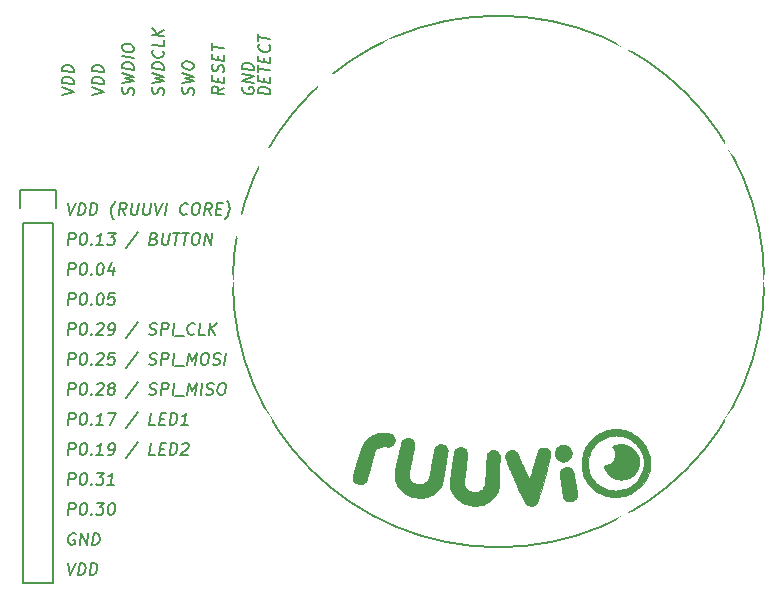
<source format=gto>
G04 #@! TF.FileFunction,Legend,Top*
%FSLAX46Y46*%
G04 Gerber Fmt 4.6, Leading zero omitted, Abs format (unit mm)*
G04 Created by KiCad (PCBNEW (2016-05-05 BZR 6775)-product) date 2016 August 31, Wednesday 02:40:09*
%MOMM*%
%LPD*%
G01*
G04 APERTURE LIST*
%ADD10C,0.020000*%
%ADD11C,0.150000*%
%ADD12C,0.200000*%
%ADD13C,0.010000*%
%ADD14R,1.927200X2.232000*%
%ADD15O,1.927200X2.232000*%
%ADD16C,4.700000*%
%ADD17C,2.700000*%
%ADD18R,2.232000X1.927200*%
%ADD19O,2.232000X1.927200*%
G04 APERTURE END LIST*
D10*
D11*
X92416547Y-145652380D02*
X92541547Y-144652380D01*
X92922500Y-144652380D01*
X93011785Y-144700000D01*
X93053452Y-144747619D01*
X93089166Y-144842857D01*
X93071309Y-144985714D01*
X93011785Y-145080952D01*
X92958214Y-145128571D01*
X92857023Y-145176190D01*
X92476071Y-145176190D01*
X93732023Y-144652380D02*
X93827261Y-144652380D01*
X93916547Y-144700000D01*
X93958214Y-144747619D01*
X93993928Y-144842857D01*
X94017738Y-145033333D01*
X93987976Y-145271428D01*
X93916547Y-145461904D01*
X93857023Y-145557142D01*
X93803452Y-145604761D01*
X93702261Y-145652380D01*
X93607023Y-145652380D01*
X93517738Y-145604761D01*
X93476071Y-145557142D01*
X93440357Y-145461904D01*
X93416547Y-145271428D01*
X93446309Y-145033333D01*
X93517738Y-144842857D01*
X93577261Y-144747619D01*
X93630833Y-144700000D01*
X93732023Y-144652380D01*
X94380833Y-145557142D02*
X94422500Y-145604761D01*
X94368928Y-145652380D01*
X94327261Y-145604761D01*
X94380833Y-145557142D01*
X94368928Y-145652380D01*
X94874880Y-144652380D02*
X95493928Y-144652380D01*
X95112976Y-145033333D01*
X95255833Y-145033333D01*
X95345119Y-145080952D01*
X95386785Y-145128571D01*
X95422500Y-145223809D01*
X95392738Y-145461904D01*
X95333214Y-145557142D01*
X95279642Y-145604761D01*
X95178452Y-145652380D01*
X94892738Y-145652380D01*
X94803452Y-145604761D01*
X94761785Y-145557142D01*
X96112976Y-144652380D02*
X96208214Y-144652380D01*
X96297500Y-144700000D01*
X96339166Y-144747619D01*
X96374880Y-144842857D01*
X96398690Y-145033333D01*
X96368928Y-145271428D01*
X96297500Y-145461904D01*
X96237976Y-145557142D01*
X96184404Y-145604761D01*
X96083214Y-145652380D01*
X95987976Y-145652380D01*
X95898690Y-145604761D01*
X95857023Y-145557142D01*
X95821309Y-145461904D01*
X95797500Y-145271428D01*
X95827261Y-145033333D01*
X95898690Y-144842857D01*
X95958214Y-144747619D01*
X96011785Y-144700000D01*
X96112976Y-144652380D01*
X92416547Y-143112380D02*
X92541547Y-142112380D01*
X92922500Y-142112380D01*
X93011785Y-142160000D01*
X93053452Y-142207619D01*
X93089166Y-142302857D01*
X93071309Y-142445714D01*
X93011785Y-142540952D01*
X92958214Y-142588571D01*
X92857023Y-142636190D01*
X92476071Y-142636190D01*
X93732023Y-142112380D02*
X93827261Y-142112380D01*
X93916547Y-142160000D01*
X93958214Y-142207619D01*
X93993928Y-142302857D01*
X94017738Y-142493333D01*
X93987976Y-142731428D01*
X93916547Y-142921904D01*
X93857023Y-143017142D01*
X93803452Y-143064761D01*
X93702261Y-143112380D01*
X93607023Y-143112380D01*
X93517738Y-143064761D01*
X93476071Y-143017142D01*
X93440357Y-142921904D01*
X93416547Y-142731428D01*
X93446309Y-142493333D01*
X93517738Y-142302857D01*
X93577261Y-142207619D01*
X93630833Y-142160000D01*
X93732023Y-142112380D01*
X94380833Y-143017142D02*
X94422500Y-143064761D01*
X94368928Y-143112380D01*
X94327261Y-143064761D01*
X94380833Y-143017142D01*
X94368928Y-143112380D01*
X94874880Y-142112380D02*
X95493928Y-142112380D01*
X95112976Y-142493333D01*
X95255833Y-142493333D01*
X95345119Y-142540952D01*
X95386785Y-142588571D01*
X95422500Y-142683809D01*
X95392738Y-142921904D01*
X95333214Y-143017142D01*
X95279642Y-143064761D01*
X95178452Y-143112380D01*
X94892738Y-143112380D01*
X94803452Y-143064761D01*
X94761785Y-143017142D01*
X96321309Y-143112380D02*
X95749880Y-143112380D01*
X96035595Y-143112380D02*
X96160595Y-142112380D01*
X96047500Y-142255238D01*
X95940357Y-142350476D01*
X95839166Y-142398095D01*
X109545380Y-110060452D02*
X108545380Y-109935452D01*
X108545380Y-109697357D01*
X108593000Y-109560452D01*
X108688238Y-109477119D01*
X108783476Y-109441404D01*
X108973952Y-109417595D01*
X109116809Y-109435452D01*
X109307285Y-109506880D01*
X109402523Y-109566404D01*
X109497761Y-109673547D01*
X109545380Y-109822357D01*
X109545380Y-110060452D01*
X109021571Y-108994976D02*
X109021571Y-108661642D01*
X109545380Y-108584261D02*
X109545380Y-109060452D01*
X108545380Y-108935452D01*
X108545380Y-108459261D01*
X108545380Y-108173547D02*
X108545380Y-107602119D01*
X109545380Y-108012833D02*
X108545380Y-107887833D01*
X109021571Y-107328309D02*
X109021571Y-106994976D01*
X109545380Y-106917595D02*
X109545380Y-107393785D01*
X108545380Y-107268785D01*
X108545380Y-106792595D01*
X109450142Y-105905690D02*
X109497761Y-105959261D01*
X109545380Y-106108071D01*
X109545380Y-106203309D01*
X109497761Y-106340214D01*
X109402523Y-106423547D01*
X109307285Y-106459261D01*
X109116809Y-106483071D01*
X108973952Y-106465214D01*
X108783476Y-106393785D01*
X108688238Y-106334261D01*
X108593000Y-106227119D01*
X108545380Y-106078309D01*
X108545380Y-105983071D01*
X108593000Y-105846166D01*
X108640619Y-105804500D01*
X108545380Y-105506880D02*
X108545380Y-104935452D01*
X109545380Y-105346166D02*
X108545380Y-105221166D01*
X91908380Y-110078309D02*
X92908380Y-109869976D01*
X91908380Y-109411642D01*
X92908380Y-109203309D02*
X91908380Y-109078309D01*
X91908380Y-108840214D01*
X91956000Y-108703309D01*
X92051238Y-108619976D01*
X92146476Y-108584261D01*
X92336952Y-108560452D01*
X92479809Y-108578309D01*
X92670285Y-108649738D01*
X92765523Y-108709261D01*
X92860761Y-108816404D01*
X92908380Y-108965214D01*
X92908380Y-109203309D01*
X92908380Y-108203309D02*
X91908380Y-108078309D01*
X91908380Y-107840214D01*
X91956000Y-107703309D01*
X92051238Y-107619976D01*
X92146476Y-107584261D01*
X92336952Y-107560452D01*
X92479809Y-107578309D01*
X92670285Y-107649738D01*
X92765523Y-107709261D01*
X92860761Y-107816404D01*
X92908380Y-107965214D01*
X92908380Y-108203309D01*
X94448380Y-110078309D02*
X95448380Y-109869976D01*
X94448380Y-109411642D01*
X95448380Y-109203309D02*
X94448380Y-109078309D01*
X94448380Y-108840214D01*
X94496000Y-108703309D01*
X94591238Y-108619976D01*
X94686476Y-108584261D01*
X94876952Y-108560452D01*
X95019809Y-108578309D01*
X95210285Y-108649738D01*
X95305523Y-108709261D01*
X95400761Y-108816404D01*
X95448380Y-108965214D01*
X95448380Y-109203309D01*
X95448380Y-108203309D02*
X94448380Y-108078309D01*
X94448380Y-107840214D01*
X94496000Y-107703309D01*
X94591238Y-107619976D01*
X94686476Y-107584261D01*
X94876952Y-107560452D01*
X95019809Y-107578309D01*
X95210285Y-107649738D01*
X95305523Y-107709261D01*
X95400761Y-107816404D01*
X95448380Y-107965214D01*
X95448380Y-108203309D01*
X97940761Y-110102119D02*
X97988380Y-109965214D01*
X97988380Y-109727119D01*
X97940761Y-109625928D01*
X97893142Y-109572357D01*
X97797904Y-109512833D01*
X97702666Y-109500928D01*
X97607428Y-109536642D01*
X97559809Y-109578309D01*
X97512190Y-109667595D01*
X97464571Y-109852119D01*
X97416952Y-109941404D01*
X97369333Y-109983071D01*
X97274095Y-110018785D01*
X97178857Y-110006880D01*
X97083619Y-109947357D01*
X97036000Y-109893785D01*
X96988380Y-109792595D01*
X96988380Y-109554500D01*
X97036000Y-109417595D01*
X96988380Y-109078309D02*
X97988380Y-108965214D01*
X97274095Y-108685452D01*
X97988380Y-108584261D01*
X96988380Y-108221166D01*
X97988380Y-107965214D02*
X96988380Y-107840214D01*
X96988380Y-107602119D01*
X97036000Y-107465214D01*
X97131238Y-107381880D01*
X97226476Y-107346166D01*
X97416952Y-107322357D01*
X97559809Y-107340214D01*
X97750285Y-107411642D01*
X97845523Y-107471166D01*
X97940761Y-107578309D01*
X97988380Y-107727119D01*
X97988380Y-107965214D01*
X97988380Y-106965214D02*
X96988380Y-106840214D01*
X96988380Y-106173547D02*
X96988380Y-105983071D01*
X97036000Y-105893785D01*
X97131238Y-105810452D01*
X97321714Y-105786642D01*
X97655047Y-105828309D01*
X97845523Y-105899738D01*
X97940761Y-106006880D01*
X97988380Y-106108071D01*
X97988380Y-106298547D01*
X97940761Y-106387833D01*
X97845523Y-106471166D01*
X97655047Y-106494976D01*
X97321714Y-106453309D01*
X97131238Y-106381880D01*
X97036000Y-106274738D01*
X96988380Y-106173547D01*
X100480761Y-110102119D02*
X100528380Y-109965214D01*
X100528380Y-109727119D01*
X100480761Y-109625928D01*
X100433142Y-109572357D01*
X100337904Y-109512833D01*
X100242666Y-109500928D01*
X100147428Y-109536642D01*
X100099809Y-109578309D01*
X100052190Y-109667595D01*
X100004571Y-109852119D01*
X99956952Y-109941404D01*
X99909333Y-109983071D01*
X99814095Y-110018785D01*
X99718857Y-110006880D01*
X99623619Y-109947357D01*
X99576000Y-109893785D01*
X99528380Y-109792595D01*
X99528380Y-109554500D01*
X99576000Y-109417595D01*
X99528380Y-109078309D02*
X100528380Y-108965214D01*
X99814095Y-108685452D01*
X100528380Y-108584261D01*
X99528380Y-108221166D01*
X100528380Y-107965214D02*
X99528380Y-107840214D01*
X99528380Y-107602119D01*
X99576000Y-107465214D01*
X99671238Y-107381880D01*
X99766476Y-107346166D01*
X99956952Y-107322357D01*
X100099809Y-107340214D01*
X100290285Y-107411642D01*
X100385523Y-107471166D01*
X100480761Y-107578309D01*
X100528380Y-107727119D01*
X100528380Y-107965214D01*
X100433142Y-106381880D02*
X100480761Y-106435452D01*
X100528380Y-106584261D01*
X100528380Y-106679500D01*
X100480761Y-106816404D01*
X100385523Y-106899738D01*
X100290285Y-106935452D01*
X100099809Y-106959261D01*
X99956952Y-106941404D01*
X99766476Y-106869976D01*
X99671238Y-106810452D01*
X99576000Y-106703309D01*
X99528380Y-106554500D01*
X99528380Y-106459261D01*
X99576000Y-106322357D01*
X99623619Y-106280690D01*
X100528380Y-105489023D02*
X100528380Y-105965214D01*
X99528380Y-105840214D01*
X100528380Y-105155690D02*
X99528380Y-105030690D01*
X100528380Y-104584261D02*
X99956952Y-104941404D01*
X99528380Y-104459261D02*
X100099809Y-105102119D01*
X103020761Y-110102119D02*
X103068380Y-109965214D01*
X103068380Y-109727119D01*
X103020761Y-109625928D01*
X102973142Y-109572357D01*
X102877904Y-109512833D01*
X102782666Y-109500928D01*
X102687428Y-109536642D01*
X102639809Y-109578309D01*
X102592190Y-109667595D01*
X102544571Y-109852119D01*
X102496952Y-109941404D01*
X102449333Y-109983071D01*
X102354095Y-110018785D01*
X102258857Y-110006880D01*
X102163619Y-109947357D01*
X102116000Y-109893785D01*
X102068380Y-109792595D01*
X102068380Y-109554500D01*
X102116000Y-109417595D01*
X102068380Y-109078309D02*
X103068380Y-108965214D01*
X102354095Y-108685452D01*
X103068380Y-108584261D01*
X102068380Y-108221166D01*
X102068380Y-107649738D02*
X102068380Y-107459261D01*
X102116000Y-107369976D01*
X102211238Y-107286642D01*
X102401714Y-107262833D01*
X102735047Y-107304500D01*
X102925523Y-107375928D01*
X103020761Y-107483071D01*
X103068380Y-107584261D01*
X103068380Y-107774738D01*
X103020761Y-107864023D01*
X102925523Y-107947357D01*
X102735047Y-107971166D01*
X102401714Y-107929500D01*
X102211238Y-107858071D01*
X102116000Y-107750928D01*
X102068380Y-107649738D01*
X105608380Y-109489023D02*
X105132190Y-109762833D01*
X105608380Y-110060452D02*
X104608380Y-109935452D01*
X104608380Y-109554500D01*
X104656000Y-109465214D01*
X104703619Y-109423547D01*
X104798857Y-109387833D01*
X104941714Y-109405690D01*
X105036952Y-109465214D01*
X105084571Y-109518785D01*
X105132190Y-109619976D01*
X105132190Y-110000928D01*
X105084571Y-108994976D02*
X105084571Y-108661642D01*
X105608380Y-108584261D02*
X105608380Y-109060452D01*
X104608380Y-108935452D01*
X104608380Y-108459261D01*
X105560761Y-108197357D02*
X105608380Y-108060452D01*
X105608380Y-107822357D01*
X105560761Y-107721166D01*
X105513142Y-107667595D01*
X105417904Y-107608071D01*
X105322666Y-107596166D01*
X105227428Y-107631880D01*
X105179809Y-107673547D01*
X105132190Y-107762833D01*
X105084571Y-107947357D01*
X105036952Y-108036642D01*
X104989333Y-108078309D01*
X104894095Y-108114023D01*
X104798857Y-108102119D01*
X104703619Y-108042595D01*
X104656000Y-107989023D01*
X104608380Y-107887833D01*
X104608380Y-107649738D01*
X104656000Y-107512833D01*
X105084571Y-107137833D02*
X105084571Y-106804500D01*
X105608380Y-106727119D02*
X105608380Y-107203309D01*
X104608380Y-107078309D01*
X104608380Y-106602119D01*
X104608380Y-106316404D02*
X104608380Y-105744976D01*
X105608380Y-106155690D02*
X104608380Y-106030690D01*
X107196000Y-109417595D02*
X107148380Y-109506880D01*
X107148380Y-109649738D01*
X107196000Y-109798547D01*
X107291238Y-109905690D01*
X107386476Y-109965214D01*
X107576952Y-110036642D01*
X107719809Y-110054500D01*
X107910285Y-110030690D01*
X108005523Y-109994976D01*
X108100761Y-109911642D01*
X108148380Y-109774738D01*
X108148380Y-109679500D01*
X108100761Y-109530690D01*
X108053142Y-109477119D01*
X107719809Y-109435452D01*
X107719809Y-109625928D01*
X108148380Y-109060452D02*
X107148380Y-108935452D01*
X108148380Y-108489023D01*
X107148380Y-108364023D01*
X108148380Y-108012833D02*
X107148380Y-107887833D01*
X107148380Y-107649738D01*
X107196000Y-107512833D01*
X107291238Y-107429500D01*
X107386476Y-107393785D01*
X107576952Y-107369976D01*
X107719809Y-107387833D01*
X107910285Y-107459261D01*
X108005523Y-107518785D01*
X108100761Y-107625928D01*
X108148380Y-107774738D01*
X108148380Y-108012833D01*
X92398690Y-119252380D02*
X92607023Y-120252380D01*
X93065357Y-119252380D01*
X93273690Y-120252380D02*
X93398690Y-119252380D01*
X93636785Y-119252380D01*
X93773690Y-119300000D01*
X93857023Y-119395238D01*
X93892738Y-119490476D01*
X93916547Y-119680952D01*
X93898690Y-119823809D01*
X93827261Y-120014285D01*
X93767738Y-120109523D01*
X93660595Y-120204761D01*
X93511785Y-120252380D01*
X93273690Y-120252380D01*
X94273690Y-120252380D02*
X94398690Y-119252380D01*
X94636785Y-119252380D01*
X94773690Y-119300000D01*
X94857023Y-119395238D01*
X94892738Y-119490476D01*
X94916547Y-119680952D01*
X94898690Y-119823809D01*
X94827261Y-120014285D01*
X94767738Y-120109523D01*
X94660595Y-120204761D01*
X94511785Y-120252380D01*
X94273690Y-120252380D01*
X96273690Y-120633333D02*
X96232023Y-120585714D01*
X96154642Y-120442857D01*
X96118928Y-120347619D01*
X96089166Y-120204761D01*
X96071309Y-119966666D01*
X96095119Y-119776190D01*
X96172500Y-119538095D01*
X96237976Y-119395238D01*
X96297500Y-119300000D01*
X96410595Y-119157142D01*
X96464166Y-119109523D01*
X97273690Y-120252380D02*
X96999880Y-119776190D01*
X96702261Y-120252380D02*
X96827261Y-119252380D01*
X97208214Y-119252380D01*
X97297500Y-119300000D01*
X97339166Y-119347619D01*
X97374880Y-119442857D01*
X97357023Y-119585714D01*
X97297500Y-119680952D01*
X97243928Y-119728571D01*
X97142738Y-119776190D01*
X96761785Y-119776190D01*
X97827261Y-119252380D02*
X97726071Y-120061904D01*
X97761785Y-120157142D01*
X97803452Y-120204761D01*
X97892738Y-120252380D01*
X98083214Y-120252380D01*
X98184404Y-120204761D01*
X98237976Y-120157142D01*
X98297500Y-120061904D01*
X98398690Y-119252380D01*
X98874880Y-119252380D02*
X98773690Y-120061904D01*
X98809404Y-120157142D01*
X98851071Y-120204761D01*
X98940357Y-120252380D01*
X99130833Y-120252380D01*
X99232023Y-120204761D01*
X99285595Y-120157142D01*
X99345119Y-120061904D01*
X99446309Y-119252380D01*
X99779642Y-119252380D02*
X99987976Y-120252380D01*
X100446309Y-119252380D01*
X100654642Y-120252380D02*
X100779642Y-119252380D01*
X102476071Y-120157142D02*
X102422500Y-120204761D01*
X102273690Y-120252380D01*
X102178452Y-120252380D01*
X102041547Y-120204761D01*
X101958214Y-120109523D01*
X101922500Y-120014285D01*
X101898690Y-119823809D01*
X101916547Y-119680952D01*
X101987976Y-119490476D01*
X102047500Y-119395238D01*
X102154642Y-119300000D01*
X102303452Y-119252380D01*
X102398690Y-119252380D01*
X102535595Y-119300000D01*
X102577261Y-119347619D01*
X103208214Y-119252380D02*
X103398690Y-119252380D01*
X103487976Y-119300000D01*
X103571309Y-119395238D01*
X103595119Y-119585714D01*
X103553452Y-119919047D01*
X103482023Y-120109523D01*
X103374880Y-120204761D01*
X103273690Y-120252380D01*
X103083214Y-120252380D01*
X102993928Y-120204761D01*
X102910595Y-120109523D01*
X102886785Y-119919047D01*
X102928452Y-119585714D01*
X102999880Y-119395238D01*
X103107023Y-119300000D01*
X103208214Y-119252380D01*
X104511785Y-120252380D02*
X104237976Y-119776190D01*
X103940357Y-120252380D02*
X104065357Y-119252380D01*
X104446309Y-119252380D01*
X104535595Y-119300000D01*
X104577261Y-119347619D01*
X104612976Y-119442857D01*
X104595119Y-119585714D01*
X104535595Y-119680952D01*
X104482023Y-119728571D01*
X104380833Y-119776190D01*
X103999880Y-119776190D01*
X105005833Y-119728571D02*
X105339166Y-119728571D01*
X105416547Y-120252380D02*
X104940357Y-120252380D01*
X105065357Y-119252380D01*
X105541547Y-119252380D01*
X105702261Y-120633333D02*
X105755833Y-120585714D01*
X105868928Y-120442857D01*
X105928452Y-120347619D01*
X105993928Y-120204761D01*
X106071309Y-119966666D01*
X106095119Y-119776190D01*
X106077261Y-119538095D01*
X106047500Y-119395238D01*
X106011785Y-119300000D01*
X105934404Y-119157142D01*
X105892738Y-119109523D01*
X92416547Y-122792380D02*
X92541547Y-121792380D01*
X92922500Y-121792380D01*
X93011785Y-121840000D01*
X93053452Y-121887619D01*
X93089166Y-121982857D01*
X93071309Y-122125714D01*
X93011785Y-122220952D01*
X92958214Y-122268571D01*
X92857023Y-122316190D01*
X92476071Y-122316190D01*
X93732023Y-121792380D02*
X93827261Y-121792380D01*
X93916547Y-121840000D01*
X93958214Y-121887619D01*
X93993928Y-121982857D01*
X94017738Y-122173333D01*
X93987976Y-122411428D01*
X93916547Y-122601904D01*
X93857023Y-122697142D01*
X93803452Y-122744761D01*
X93702261Y-122792380D01*
X93607023Y-122792380D01*
X93517738Y-122744761D01*
X93476071Y-122697142D01*
X93440357Y-122601904D01*
X93416547Y-122411428D01*
X93446309Y-122173333D01*
X93517738Y-121982857D01*
X93577261Y-121887619D01*
X93630833Y-121840000D01*
X93732023Y-121792380D01*
X94380833Y-122697142D02*
X94422500Y-122744761D01*
X94368928Y-122792380D01*
X94327261Y-122744761D01*
X94380833Y-122697142D01*
X94368928Y-122792380D01*
X95368928Y-122792380D02*
X94797500Y-122792380D01*
X95083214Y-122792380D02*
X95208214Y-121792380D01*
X95095119Y-121935238D01*
X94987976Y-122030476D01*
X94886785Y-122078095D01*
X95827261Y-121792380D02*
X96446309Y-121792380D01*
X96065357Y-122173333D01*
X96208214Y-122173333D01*
X96297500Y-122220952D01*
X96339166Y-122268571D01*
X96374880Y-122363809D01*
X96345119Y-122601904D01*
X96285595Y-122697142D01*
X96232023Y-122744761D01*
X96130833Y-122792380D01*
X95845119Y-122792380D01*
X95755833Y-122744761D01*
X95714166Y-122697142D01*
X98357023Y-121744761D02*
X97339166Y-123030476D01*
X99720119Y-122268571D02*
X99857023Y-122316190D01*
X99898690Y-122363809D01*
X99934404Y-122459047D01*
X99916547Y-122601904D01*
X99857023Y-122697142D01*
X99803452Y-122744761D01*
X99702261Y-122792380D01*
X99321309Y-122792380D01*
X99446309Y-121792380D01*
X99779642Y-121792380D01*
X99868928Y-121840000D01*
X99910595Y-121887619D01*
X99946309Y-121982857D01*
X99934404Y-122078095D01*
X99874880Y-122173333D01*
X99821309Y-122220952D01*
X99720119Y-122268571D01*
X99386785Y-122268571D01*
X100446309Y-121792380D02*
X100345119Y-122601904D01*
X100380833Y-122697142D01*
X100422500Y-122744761D01*
X100511785Y-122792380D01*
X100702261Y-122792380D01*
X100803452Y-122744761D01*
X100857023Y-122697142D01*
X100916547Y-122601904D01*
X101017738Y-121792380D01*
X101351071Y-121792380D02*
X101922500Y-121792380D01*
X101511785Y-122792380D02*
X101636785Y-121792380D01*
X102112976Y-121792380D02*
X102684404Y-121792380D01*
X102273690Y-122792380D02*
X102398690Y-121792380D01*
X103208214Y-121792380D02*
X103398690Y-121792380D01*
X103487976Y-121840000D01*
X103571309Y-121935238D01*
X103595119Y-122125714D01*
X103553452Y-122459047D01*
X103482023Y-122649523D01*
X103374880Y-122744761D01*
X103273690Y-122792380D01*
X103083214Y-122792380D01*
X102993928Y-122744761D01*
X102910595Y-122649523D01*
X102886785Y-122459047D01*
X102928452Y-122125714D01*
X102999880Y-121935238D01*
X103107023Y-121840000D01*
X103208214Y-121792380D01*
X103940357Y-122792380D02*
X104065357Y-121792380D01*
X104511785Y-122792380D01*
X104636785Y-121792380D01*
X92416547Y-125332380D02*
X92541547Y-124332380D01*
X92922500Y-124332380D01*
X93011785Y-124380000D01*
X93053452Y-124427619D01*
X93089166Y-124522857D01*
X93071309Y-124665714D01*
X93011785Y-124760952D01*
X92958214Y-124808571D01*
X92857023Y-124856190D01*
X92476071Y-124856190D01*
X93732023Y-124332380D02*
X93827261Y-124332380D01*
X93916547Y-124380000D01*
X93958214Y-124427619D01*
X93993928Y-124522857D01*
X94017738Y-124713333D01*
X93987976Y-124951428D01*
X93916547Y-125141904D01*
X93857023Y-125237142D01*
X93803452Y-125284761D01*
X93702261Y-125332380D01*
X93607023Y-125332380D01*
X93517738Y-125284761D01*
X93476071Y-125237142D01*
X93440357Y-125141904D01*
X93416547Y-124951428D01*
X93446309Y-124713333D01*
X93517738Y-124522857D01*
X93577261Y-124427619D01*
X93630833Y-124380000D01*
X93732023Y-124332380D01*
X94380833Y-125237142D02*
X94422500Y-125284761D01*
X94368928Y-125332380D01*
X94327261Y-125284761D01*
X94380833Y-125237142D01*
X94368928Y-125332380D01*
X95160595Y-124332380D02*
X95255833Y-124332380D01*
X95345119Y-124380000D01*
X95386785Y-124427619D01*
X95422500Y-124522857D01*
X95446309Y-124713333D01*
X95416547Y-124951428D01*
X95345119Y-125141904D01*
X95285595Y-125237142D01*
X95232023Y-125284761D01*
X95130833Y-125332380D01*
X95035595Y-125332380D01*
X94946309Y-125284761D01*
X94904642Y-125237142D01*
X94868928Y-125141904D01*
X94845119Y-124951428D01*
X94874880Y-124713333D01*
X94946309Y-124522857D01*
X95005833Y-124427619D01*
X95059404Y-124380000D01*
X95160595Y-124332380D01*
X96309404Y-124665714D02*
X96226071Y-125332380D01*
X96118928Y-124284761D02*
X95791547Y-124999047D01*
X96410595Y-124999047D01*
X92416547Y-127872380D02*
X92541547Y-126872380D01*
X92922500Y-126872380D01*
X93011785Y-126920000D01*
X93053452Y-126967619D01*
X93089166Y-127062857D01*
X93071309Y-127205714D01*
X93011785Y-127300952D01*
X92958214Y-127348571D01*
X92857023Y-127396190D01*
X92476071Y-127396190D01*
X93732023Y-126872380D02*
X93827261Y-126872380D01*
X93916547Y-126920000D01*
X93958214Y-126967619D01*
X93993928Y-127062857D01*
X94017738Y-127253333D01*
X93987976Y-127491428D01*
X93916547Y-127681904D01*
X93857023Y-127777142D01*
X93803452Y-127824761D01*
X93702261Y-127872380D01*
X93607023Y-127872380D01*
X93517738Y-127824761D01*
X93476071Y-127777142D01*
X93440357Y-127681904D01*
X93416547Y-127491428D01*
X93446309Y-127253333D01*
X93517738Y-127062857D01*
X93577261Y-126967619D01*
X93630833Y-126920000D01*
X93732023Y-126872380D01*
X94380833Y-127777142D02*
X94422500Y-127824761D01*
X94368928Y-127872380D01*
X94327261Y-127824761D01*
X94380833Y-127777142D01*
X94368928Y-127872380D01*
X95160595Y-126872380D02*
X95255833Y-126872380D01*
X95345119Y-126920000D01*
X95386785Y-126967619D01*
X95422500Y-127062857D01*
X95446309Y-127253333D01*
X95416547Y-127491428D01*
X95345119Y-127681904D01*
X95285595Y-127777142D01*
X95232023Y-127824761D01*
X95130833Y-127872380D01*
X95035595Y-127872380D01*
X94946309Y-127824761D01*
X94904642Y-127777142D01*
X94868928Y-127681904D01*
X94845119Y-127491428D01*
X94874880Y-127253333D01*
X94946309Y-127062857D01*
X95005833Y-126967619D01*
X95059404Y-126920000D01*
X95160595Y-126872380D01*
X96398690Y-126872380D02*
X95922500Y-126872380D01*
X95815357Y-127348571D01*
X95868928Y-127300952D01*
X95970119Y-127253333D01*
X96208214Y-127253333D01*
X96297500Y-127300952D01*
X96339166Y-127348571D01*
X96374880Y-127443809D01*
X96345119Y-127681904D01*
X96285595Y-127777142D01*
X96232023Y-127824761D01*
X96130833Y-127872380D01*
X95892738Y-127872380D01*
X95803452Y-127824761D01*
X95761785Y-127777142D01*
X92416547Y-130412380D02*
X92541547Y-129412380D01*
X92922500Y-129412380D01*
X93011785Y-129460000D01*
X93053452Y-129507619D01*
X93089166Y-129602857D01*
X93071309Y-129745714D01*
X93011785Y-129840952D01*
X92958214Y-129888571D01*
X92857023Y-129936190D01*
X92476071Y-129936190D01*
X93732023Y-129412380D02*
X93827261Y-129412380D01*
X93916547Y-129460000D01*
X93958214Y-129507619D01*
X93993928Y-129602857D01*
X94017738Y-129793333D01*
X93987976Y-130031428D01*
X93916547Y-130221904D01*
X93857023Y-130317142D01*
X93803452Y-130364761D01*
X93702261Y-130412380D01*
X93607023Y-130412380D01*
X93517738Y-130364761D01*
X93476071Y-130317142D01*
X93440357Y-130221904D01*
X93416547Y-130031428D01*
X93446309Y-129793333D01*
X93517738Y-129602857D01*
X93577261Y-129507619D01*
X93630833Y-129460000D01*
X93732023Y-129412380D01*
X94380833Y-130317142D02*
X94422500Y-130364761D01*
X94368928Y-130412380D01*
X94327261Y-130364761D01*
X94380833Y-130317142D01*
X94368928Y-130412380D01*
X94910595Y-129507619D02*
X94964166Y-129460000D01*
X95065357Y-129412380D01*
X95303452Y-129412380D01*
X95392738Y-129460000D01*
X95434404Y-129507619D01*
X95470119Y-129602857D01*
X95458214Y-129698095D01*
X95392738Y-129840952D01*
X94749880Y-130412380D01*
X95368928Y-130412380D01*
X95845119Y-130412380D02*
X96035595Y-130412380D01*
X96136785Y-130364761D01*
X96190357Y-130317142D01*
X96303452Y-130174285D01*
X96374880Y-129983809D01*
X96422500Y-129602857D01*
X96386785Y-129507619D01*
X96345119Y-129460000D01*
X96255833Y-129412380D01*
X96065357Y-129412380D01*
X95964166Y-129460000D01*
X95910595Y-129507619D01*
X95851071Y-129602857D01*
X95821309Y-129840952D01*
X95857023Y-129936190D01*
X95898690Y-129983809D01*
X95987976Y-130031428D01*
X96178452Y-130031428D01*
X96279642Y-129983809D01*
X96333214Y-129936190D01*
X96392738Y-129840952D01*
X98357023Y-129364761D02*
X97339166Y-130650476D01*
X99279642Y-130364761D02*
X99416547Y-130412380D01*
X99654642Y-130412380D01*
X99755833Y-130364761D01*
X99809404Y-130317142D01*
X99868928Y-130221904D01*
X99880833Y-130126666D01*
X99845119Y-130031428D01*
X99803452Y-129983809D01*
X99714166Y-129936190D01*
X99529642Y-129888571D01*
X99440357Y-129840952D01*
X99398690Y-129793333D01*
X99362976Y-129698095D01*
X99374880Y-129602857D01*
X99434404Y-129507619D01*
X99487976Y-129460000D01*
X99589166Y-129412380D01*
X99827261Y-129412380D01*
X99964166Y-129460000D01*
X100273690Y-130412380D02*
X100398690Y-129412380D01*
X100779642Y-129412380D01*
X100868928Y-129460000D01*
X100910595Y-129507619D01*
X100946309Y-129602857D01*
X100928452Y-129745714D01*
X100868928Y-129840952D01*
X100815357Y-129888571D01*
X100714166Y-129936190D01*
X100333214Y-129936190D01*
X101273690Y-130412380D02*
X101398690Y-129412380D01*
X101499880Y-130507619D02*
X102261785Y-130507619D01*
X103095119Y-130317142D02*
X103041547Y-130364761D01*
X102892738Y-130412380D01*
X102797500Y-130412380D01*
X102660595Y-130364761D01*
X102577261Y-130269523D01*
X102541547Y-130174285D01*
X102517738Y-129983809D01*
X102535595Y-129840952D01*
X102607023Y-129650476D01*
X102666547Y-129555238D01*
X102773690Y-129460000D01*
X102922500Y-129412380D01*
X103017738Y-129412380D01*
X103154642Y-129460000D01*
X103196309Y-129507619D01*
X103987976Y-130412380D02*
X103511785Y-130412380D01*
X103636785Y-129412380D01*
X104321309Y-130412380D02*
X104446309Y-129412380D01*
X104892738Y-130412380D02*
X104535595Y-129840952D01*
X105017738Y-129412380D02*
X104374880Y-129983809D01*
X92416547Y-132952380D02*
X92541547Y-131952380D01*
X92922500Y-131952380D01*
X93011785Y-132000000D01*
X93053452Y-132047619D01*
X93089166Y-132142857D01*
X93071309Y-132285714D01*
X93011785Y-132380952D01*
X92958214Y-132428571D01*
X92857023Y-132476190D01*
X92476071Y-132476190D01*
X93732023Y-131952380D02*
X93827261Y-131952380D01*
X93916547Y-132000000D01*
X93958214Y-132047619D01*
X93993928Y-132142857D01*
X94017738Y-132333333D01*
X93987976Y-132571428D01*
X93916547Y-132761904D01*
X93857023Y-132857142D01*
X93803452Y-132904761D01*
X93702261Y-132952380D01*
X93607023Y-132952380D01*
X93517738Y-132904761D01*
X93476071Y-132857142D01*
X93440357Y-132761904D01*
X93416547Y-132571428D01*
X93446309Y-132333333D01*
X93517738Y-132142857D01*
X93577261Y-132047619D01*
X93630833Y-132000000D01*
X93732023Y-131952380D01*
X94380833Y-132857142D02*
X94422500Y-132904761D01*
X94368928Y-132952380D01*
X94327261Y-132904761D01*
X94380833Y-132857142D01*
X94368928Y-132952380D01*
X94910595Y-132047619D02*
X94964166Y-132000000D01*
X95065357Y-131952380D01*
X95303452Y-131952380D01*
X95392738Y-132000000D01*
X95434404Y-132047619D01*
X95470119Y-132142857D01*
X95458214Y-132238095D01*
X95392738Y-132380952D01*
X94749880Y-132952380D01*
X95368928Y-132952380D01*
X96398690Y-131952380D02*
X95922500Y-131952380D01*
X95815357Y-132428571D01*
X95868928Y-132380952D01*
X95970119Y-132333333D01*
X96208214Y-132333333D01*
X96297500Y-132380952D01*
X96339166Y-132428571D01*
X96374880Y-132523809D01*
X96345119Y-132761904D01*
X96285595Y-132857142D01*
X96232023Y-132904761D01*
X96130833Y-132952380D01*
X95892738Y-132952380D01*
X95803452Y-132904761D01*
X95761785Y-132857142D01*
X98357023Y-131904761D02*
X97339166Y-133190476D01*
X99279642Y-132904761D02*
X99416547Y-132952380D01*
X99654642Y-132952380D01*
X99755833Y-132904761D01*
X99809404Y-132857142D01*
X99868928Y-132761904D01*
X99880833Y-132666666D01*
X99845119Y-132571428D01*
X99803452Y-132523809D01*
X99714166Y-132476190D01*
X99529642Y-132428571D01*
X99440357Y-132380952D01*
X99398690Y-132333333D01*
X99362976Y-132238095D01*
X99374880Y-132142857D01*
X99434404Y-132047619D01*
X99487976Y-132000000D01*
X99589166Y-131952380D01*
X99827261Y-131952380D01*
X99964166Y-132000000D01*
X100273690Y-132952380D02*
X100398690Y-131952380D01*
X100779642Y-131952380D01*
X100868928Y-132000000D01*
X100910595Y-132047619D01*
X100946309Y-132142857D01*
X100928452Y-132285714D01*
X100868928Y-132380952D01*
X100815357Y-132428571D01*
X100714166Y-132476190D01*
X100333214Y-132476190D01*
X101273690Y-132952380D02*
X101398690Y-131952380D01*
X101499880Y-133047619D02*
X102261785Y-133047619D01*
X102511785Y-132952380D02*
X102636785Y-131952380D01*
X102880833Y-132666666D01*
X103303452Y-131952380D01*
X103178452Y-132952380D01*
X103970119Y-131952380D02*
X104160595Y-131952380D01*
X104249880Y-132000000D01*
X104333214Y-132095238D01*
X104357023Y-132285714D01*
X104315357Y-132619047D01*
X104243928Y-132809523D01*
X104136785Y-132904761D01*
X104035595Y-132952380D01*
X103845119Y-132952380D01*
X103755833Y-132904761D01*
X103672500Y-132809523D01*
X103648690Y-132619047D01*
X103690357Y-132285714D01*
X103761785Y-132095238D01*
X103868928Y-132000000D01*
X103970119Y-131952380D01*
X104660595Y-132904761D02*
X104797500Y-132952380D01*
X105035595Y-132952380D01*
X105136785Y-132904761D01*
X105190357Y-132857142D01*
X105249880Y-132761904D01*
X105261785Y-132666666D01*
X105226071Y-132571428D01*
X105184404Y-132523809D01*
X105095119Y-132476190D01*
X104910595Y-132428571D01*
X104821309Y-132380952D01*
X104779642Y-132333333D01*
X104743928Y-132238095D01*
X104755833Y-132142857D01*
X104815357Y-132047619D01*
X104868928Y-132000000D01*
X104970119Y-131952380D01*
X105208214Y-131952380D01*
X105345119Y-132000000D01*
X105654642Y-132952380D02*
X105779642Y-131952380D01*
X92416547Y-135492380D02*
X92541547Y-134492380D01*
X92922500Y-134492380D01*
X93011785Y-134540000D01*
X93053452Y-134587619D01*
X93089166Y-134682857D01*
X93071309Y-134825714D01*
X93011785Y-134920952D01*
X92958214Y-134968571D01*
X92857023Y-135016190D01*
X92476071Y-135016190D01*
X93732023Y-134492380D02*
X93827261Y-134492380D01*
X93916547Y-134540000D01*
X93958214Y-134587619D01*
X93993928Y-134682857D01*
X94017738Y-134873333D01*
X93987976Y-135111428D01*
X93916547Y-135301904D01*
X93857023Y-135397142D01*
X93803452Y-135444761D01*
X93702261Y-135492380D01*
X93607023Y-135492380D01*
X93517738Y-135444761D01*
X93476071Y-135397142D01*
X93440357Y-135301904D01*
X93416547Y-135111428D01*
X93446309Y-134873333D01*
X93517738Y-134682857D01*
X93577261Y-134587619D01*
X93630833Y-134540000D01*
X93732023Y-134492380D01*
X94380833Y-135397142D02*
X94422500Y-135444761D01*
X94368928Y-135492380D01*
X94327261Y-135444761D01*
X94380833Y-135397142D01*
X94368928Y-135492380D01*
X94910595Y-134587619D02*
X94964166Y-134540000D01*
X95065357Y-134492380D01*
X95303452Y-134492380D01*
X95392738Y-134540000D01*
X95434404Y-134587619D01*
X95470119Y-134682857D01*
X95458214Y-134778095D01*
X95392738Y-134920952D01*
X94749880Y-135492380D01*
X95368928Y-135492380D01*
X96011785Y-134920952D02*
X95922500Y-134873333D01*
X95880833Y-134825714D01*
X95845119Y-134730476D01*
X95851071Y-134682857D01*
X95910595Y-134587619D01*
X95964166Y-134540000D01*
X96065357Y-134492380D01*
X96255833Y-134492380D01*
X96345119Y-134540000D01*
X96386785Y-134587619D01*
X96422500Y-134682857D01*
X96416547Y-134730476D01*
X96357023Y-134825714D01*
X96303452Y-134873333D01*
X96202261Y-134920952D01*
X96011785Y-134920952D01*
X95910595Y-134968571D01*
X95857023Y-135016190D01*
X95797500Y-135111428D01*
X95773690Y-135301904D01*
X95809404Y-135397142D01*
X95851071Y-135444761D01*
X95940357Y-135492380D01*
X96130833Y-135492380D01*
X96232023Y-135444761D01*
X96285595Y-135397142D01*
X96345119Y-135301904D01*
X96368928Y-135111428D01*
X96333214Y-135016190D01*
X96291547Y-134968571D01*
X96202261Y-134920952D01*
X98357023Y-134444761D02*
X97339166Y-135730476D01*
X99279642Y-135444761D02*
X99416547Y-135492380D01*
X99654642Y-135492380D01*
X99755833Y-135444761D01*
X99809404Y-135397142D01*
X99868928Y-135301904D01*
X99880833Y-135206666D01*
X99845119Y-135111428D01*
X99803452Y-135063809D01*
X99714166Y-135016190D01*
X99529642Y-134968571D01*
X99440357Y-134920952D01*
X99398690Y-134873333D01*
X99362976Y-134778095D01*
X99374880Y-134682857D01*
X99434404Y-134587619D01*
X99487976Y-134540000D01*
X99589166Y-134492380D01*
X99827261Y-134492380D01*
X99964166Y-134540000D01*
X100273690Y-135492380D02*
X100398690Y-134492380D01*
X100779642Y-134492380D01*
X100868928Y-134540000D01*
X100910595Y-134587619D01*
X100946309Y-134682857D01*
X100928452Y-134825714D01*
X100868928Y-134920952D01*
X100815357Y-134968571D01*
X100714166Y-135016190D01*
X100333214Y-135016190D01*
X101273690Y-135492380D02*
X101398690Y-134492380D01*
X101499880Y-135587619D02*
X102261785Y-135587619D01*
X102511785Y-135492380D02*
X102636785Y-134492380D01*
X102880833Y-135206666D01*
X103303452Y-134492380D01*
X103178452Y-135492380D01*
X103654642Y-135492380D02*
X103779642Y-134492380D01*
X104089166Y-135444761D02*
X104226071Y-135492380D01*
X104464166Y-135492380D01*
X104565357Y-135444761D01*
X104618928Y-135397142D01*
X104678452Y-135301904D01*
X104690357Y-135206666D01*
X104654642Y-135111428D01*
X104612976Y-135063809D01*
X104523690Y-135016190D01*
X104339166Y-134968571D01*
X104249880Y-134920952D01*
X104208214Y-134873333D01*
X104172500Y-134778095D01*
X104184404Y-134682857D01*
X104243928Y-134587619D01*
X104297500Y-134540000D01*
X104398690Y-134492380D01*
X104636785Y-134492380D01*
X104773690Y-134540000D01*
X105398690Y-134492380D02*
X105589166Y-134492380D01*
X105678452Y-134540000D01*
X105761785Y-134635238D01*
X105785595Y-134825714D01*
X105743928Y-135159047D01*
X105672500Y-135349523D01*
X105565357Y-135444761D01*
X105464166Y-135492380D01*
X105273690Y-135492380D01*
X105184404Y-135444761D01*
X105101071Y-135349523D01*
X105077261Y-135159047D01*
X105118928Y-134825714D01*
X105190357Y-134635238D01*
X105297500Y-134540000D01*
X105398690Y-134492380D01*
X92416547Y-138032380D02*
X92541547Y-137032380D01*
X92922500Y-137032380D01*
X93011785Y-137080000D01*
X93053452Y-137127619D01*
X93089166Y-137222857D01*
X93071309Y-137365714D01*
X93011785Y-137460952D01*
X92958214Y-137508571D01*
X92857023Y-137556190D01*
X92476071Y-137556190D01*
X93732023Y-137032380D02*
X93827261Y-137032380D01*
X93916547Y-137080000D01*
X93958214Y-137127619D01*
X93993928Y-137222857D01*
X94017738Y-137413333D01*
X93987976Y-137651428D01*
X93916547Y-137841904D01*
X93857023Y-137937142D01*
X93803452Y-137984761D01*
X93702261Y-138032380D01*
X93607023Y-138032380D01*
X93517738Y-137984761D01*
X93476071Y-137937142D01*
X93440357Y-137841904D01*
X93416547Y-137651428D01*
X93446309Y-137413333D01*
X93517738Y-137222857D01*
X93577261Y-137127619D01*
X93630833Y-137080000D01*
X93732023Y-137032380D01*
X94380833Y-137937142D02*
X94422500Y-137984761D01*
X94368928Y-138032380D01*
X94327261Y-137984761D01*
X94380833Y-137937142D01*
X94368928Y-138032380D01*
X95368928Y-138032380D02*
X94797500Y-138032380D01*
X95083214Y-138032380D02*
X95208214Y-137032380D01*
X95095119Y-137175238D01*
X94987976Y-137270476D01*
X94886785Y-137318095D01*
X95827261Y-137032380D02*
X96493928Y-137032380D01*
X95940357Y-138032380D01*
X98357023Y-136984761D02*
X97339166Y-138270476D01*
X99797500Y-138032380D02*
X99321309Y-138032380D01*
X99446309Y-137032380D01*
X100196309Y-137508571D02*
X100529642Y-137508571D01*
X100607023Y-138032380D02*
X100130833Y-138032380D01*
X100255833Y-137032380D01*
X100732023Y-137032380D01*
X101035595Y-138032380D02*
X101160595Y-137032380D01*
X101398690Y-137032380D01*
X101535595Y-137080000D01*
X101618928Y-137175238D01*
X101654642Y-137270476D01*
X101678452Y-137460952D01*
X101660595Y-137603809D01*
X101589166Y-137794285D01*
X101529642Y-137889523D01*
X101422500Y-137984761D01*
X101273690Y-138032380D01*
X101035595Y-138032380D01*
X102559404Y-138032380D02*
X101987976Y-138032380D01*
X102273690Y-138032380D02*
X102398690Y-137032380D01*
X102285595Y-137175238D01*
X102178452Y-137270476D01*
X102077261Y-137318095D01*
X92416547Y-140572380D02*
X92541547Y-139572380D01*
X92922500Y-139572380D01*
X93011785Y-139620000D01*
X93053452Y-139667619D01*
X93089166Y-139762857D01*
X93071309Y-139905714D01*
X93011785Y-140000952D01*
X92958214Y-140048571D01*
X92857023Y-140096190D01*
X92476071Y-140096190D01*
X93732023Y-139572380D02*
X93827261Y-139572380D01*
X93916547Y-139620000D01*
X93958214Y-139667619D01*
X93993928Y-139762857D01*
X94017738Y-139953333D01*
X93987976Y-140191428D01*
X93916547Y-140381904D01*
X93857023Y-140477142D01*
X93803452Y-140524761D01*
X93702261Y-140572380D01*
X93607023Y-140572380D01*
X93517738Y-140524761D01*
X93476071Y-140477142D01*
X93440357Y-140381904D01*
X93416547Y-140191428D01*
X93446309Y-139953333D01*
X93517738Y-139762857D01*
X93577261Y-139667619D01*
X93630833Y-139620000D01*
X93732023Y-139572380D01*
X94380833Y-140477142D02*
X94422500Y-140524761D01*
X94368928Y-140572380D01*
X94327261Y-140524761D01*
X94380833Y-140477142D01*
X94368928Y-140572380D01*
X95368928Y-140572380D02*
X94797500Y-140572380D01*
X95083214Y-140572380D02*
X95208214Y-139572380D01*
X95095119Y-139715238D01*
X94987976Y-139810476D01*
X94886785Y-139858095D01*
X95845119Y-140572380D02*
X96035595Y-140572380D01*
X96136785Y-140524761D01*
X96190357Y-140477142D01*
X96303452Y-140334285D01*
X96374880Y-140143809D01*
X96422500Y-139762857D01*
X96386785Y-139667619D01*
X96345119Y-139620000D01*
X96255833Y-139572380D01*
X96065357Y-139572380D01*
X95964166Y-139620000D01*
X95910595Y-139667619D01*
X95851071Y-139762857D01*
X95821309Y-140000952D01*
X95857023Y-140096190D01*
X95898690Y-140143809D01*
X95987976Y-140191428D01*
X96178452Y-140191428D01*
X96279642Y-140143809D01*
X96333214Y-140096190D01*
X96392738Y-140000952D01*
X98357023Y-139524761D02*
X97339166Y-140810476D01*
X99797500Y-140572380D02*
X99321309Y-140572380D01*
X99446309Y-139572380D01*
X100196309Y-140048571D02*
X100529642Y-140048571D01*
X100607023Y-140572380D02*
X100130833Y-140572380D01*
X100255833Y-139572380D01*
X100732023Y-139572380D01*
X101035595Y-140572380D02*
X101160595Y-139572380D01*
X101398690Y-139572380D01*
X101535595Y-139620000D01*
X101618928Y-139715238D01*
X101654642Y-139810476D01*
X101678452Y-140000952D01*
X101660595Y-140143809D01*
X101589166Y-140334285D01*
X101529642Y-140429523D01*
X101422500Y-140524761D01*
X101273690Y-140572380D01*
X101035595Y-140572380D01*
X102101071Y-139667619D02*
X102154642Y-139620000D01*
X102255833Y-139572380D01*
X102493928Y-139572380D01*
X102583214Y-139620000D01*
X102624880Y-139667619D01*
X102660595Y-139762857D01*
X102648690Y-139858095D01*
X102583214Y-140000952D01*
X101940357Y-140572380D01*
X102559404Y-140572380D01*
X93059404Y-147240000D02*
X92970119Y-147192380D01*
X92827261Y-147192380D01*
X92678452Y-147240000D01*
X92571309Y-147335238D01*
X92511785Y-147430476D01*
X92440357Y-147620952D01*
X92422500Y-147763809D01*
X92446309Y-147954285D01*
X92482023Y-148049523D01*
X92565357Y-148144761D01*
X92702261Y-148192380D01*
X92797500Y-148192380D01*
X92946309Y-148144761D01*
X92999880Y-148097142D01*
X93041547Y-147763809D01*
X92851071Y-147763809D01*
X93416547Y-148192380D02*
X93541547Y-147192380D01*
X93987976Y-148192380D01*
X94112976Y-147192380D01*
X94464166Y-148192380D02*
X94589166Y-147192380D01*
X94827261Y-147192380D01*
X94964166Y-147240000D01*
X95047500Y-147335238D01*
X95083214Y-147430476D01*
X95107023Y-147620952D01*
X95089166Y-147763809D01*
X95017738Y-147954285D01*
X94958214Y-148049523D01*
X94851071Y-148144761D01*
X94702261Y-148192380D01*
X94464166Y-148192380D01*
X92398690Y-149732380D02*
X92607023Y-150732380D01*
X93065357Y-149732380D01*
X93273690Y-150732380D02*
X93398690Y-149732380D01*
X93636785Y-149732380D01*
X93773690Y-149780000D01*
X93857023Y-149875238D01*
X93892738Y-149970476D01*
X93916547Y-150160952D01*
X93898690Y-150303809D01*
X93827261Y-150494285D01*
X93767738Y-150589523D01*
X93660595Y-150684761D01*
X93511785Y-150732380D01*
X93273690Y-150732380D01*
X94273690Y-150732380D02*
X94398690Y-149732380D01*
X94636785Y-149732380D01*
X94773690Y-149780000D01*
X94857023Y-149875238D01*
X94892738Y-149970476D01*
X94916547Y-150160952D01*
X94898690Y-150303809D01*
X94827261Y-150494285D01*
X94767738Y-150589523D01*
X94660595Y-150684761D01*
X94511785Y-150732380D01*
X94273690Y-150732380D01*
D12*
X151370000Y-125900000D02*
G75*
G03X151370000Y-125900000I-22500000J0D01*
G01*
D13*
G36*
X132799689Y-139969732D02*
X132885819Y-139993871D01*
X132969457Y-140033538D01*
X133052637Y-140089332D01*
X133065685Y-140099514D01*
X133135085Y-140164602D01*
X133189851Y-140238114D01*
X133230309Y-140320580D01*
X133255559Y-140406611D01*
X133259568Y-140426759D01*
X133262615Y-140446361D01*
X133264486Y-140466583D01*
X133264965Y-140488588D01*
X133263836Y-140513540D01*
X133260883Y-140542604D01*
X133255892Y-140576943D01*
X133248647Y-140617723D01*
X133238932Y-140666108D01*
X133226531Y-140723261D01*
X133211229Y-140790346D01*
X133192810Y-140868529D01*
X133171060Y-140958973D01*
X133145761Y-141062843D01*
X133116700Y-141181302D01*
X133098212Y-141256431D01*
X132947045Y-141855183D01*
X132789252Y-142450813D01*
X132625824Y-143039739D01*
X132457750Y-143618375D01*
X132323468Y-144062196D01*
X132289368Y-144172429D01*
X132259455Y-144267815D01*
X132233136Y-144349744D01*
X132209818Y-144419608D01*
X132188907Y-144478797D01*
X132169811Y-144528704D01*
X132151936Y-144570718D01*
X132134689Y-144606231D01*
X132117476Y-144636634D01*
X132099706Y-144663318D01*
X132080784Y-144687674D01*
X132060117Y-144711094D01*
X132037112Y-144734968D01*
X132036192Y-144735895D01*
X131998295Y-144772234D01*
X131965043Y-144799303D01*
X131930785Y-144821274D01*
X131896141Y-144839305D01*
X131804895Y-144874576D01*
X131709531Y-144894594D01*
X131612888Y-144899006D01*
X131517803Y-144887455D01*
X131515268Y-144886915D01*
X131415435Y-144857363D01*
X131324945Y-144813819D01*
X131244107Y-144756457D01*
X131189321Y-144703732D01*
X131172110Y-144683513D01*
X131153766Y-144658905D01*
X131133671Y-144628780D01*
X131111208Y-144592010D01*
X131085761Y-144547466D01*
X131056713Y-144494022D01*
X131023447Y-144430548D01*
X130985346Y-144355916D01*
X130941793Y-144268999D01*
X130892171Y-144168668D01*
X130852387Y-144087588D01*
X130697475Y-143768193D01*
X130550772Y-143459699D01*
X130410893Y-143159060D01*
X130276453Y-142863231D01*
X130146068Y-142569165D01*
X130018354Y-142273817D01*
X129893765Y-141978552D01*
X129846403Y-141864363D01*
X129799405Y-141749890D01*
X129753279Y-141636428D01*
X129708527Y-141525277D01*
X129665656Y-141417735D01*
X129625171Y-141315098D01*
X129587577Y-141218666D01*
X129553379Y-141129735D01*
X129523083Y-141049604D01*
X129497193Y-140979571D01*
X129476214Y-140920933D01*
X129460653Y-140874989D01*
X129451014Y-140843036D01*
X129449609Y-140837471D01*
X129437770Y-140752213D01*
X129441561Y-140666711D01*
X129459802Y-140582695D01*
X129491309Y-140501894D01*
X129534902Y-140426037D01*
X129589398Y-140356854D01*
X129653617Y-140296075D01*
X129726375Y-140245427D01*
X129806492Y-140206642D01*
X129892785Y-140181448D01*
X129898674Y-140180305D01*
X129989294Y-140170670D01*
X130079922Y-140175077D01*
X130166806Y-140193050D01*
X130246191Y-140224111D01*
X130247082Y-140224561D01*
X130297257Y-140257011D01*
X130348349Y-140302766D01*
X130397660Y-140358596D01*
X130442490Y-140421267D01*
X130480143Y-140487549D01*
X130496238Y-140522968D01*
X130534987Y-140616037D01*
X130574784Y-140709981D01*
X130616370Y-140806462D01*
X130660489Y-140907144D01*
X130707883Y-141013689D01*
X130759296Y-141127761D01*
X130815470Y-141251024D01*
X130877149Y-141385139D01*
X130945075Y-141531770D01*
X130990253Y-141628841D01*
X131025943Y-141704998D01*
X131064175Y-141785841D01*
X131104288Y-141870026D01*
X131145622Y-141956209D01*
X131187515Y-142043046D01*
X131229307Y-142129194D01*
X131270335Y-142213307D01*
X131309940Y-142294042D01*
X131347461Y-142370056D01*
X131382236Y-142440004D01*
X131413604Y-142502542D01*
X131440904Y-142556325D01*
X131463476Y-142600012D01*
X131480658Y-142632256D01*
X131491790Y-142651714D01*
X131496016Y-142657198D01*
X131501934Y-142649727D01*
X131510569Y-142630068D01*
X131520126Y-142602347D01*
X131520828Y-142600067D01*
X131572896Y-142429033D01*
X131621053Y-142270077D01*
X131665954Y-142120927D01*
X131708257Y-141979314D01*
X131748617Y-141842964D01*
X131787692Y-141709607D01*
X131826137Y-141576972D01*
X131864609Y-141442786D01*
X131903766Y-141304779D01*
X131944262Y-141160680D01*
X131986755Y-141008216D01*
X132031901Y-140845116D01*
X132080356Y-140669110D01*
X132107318Y-140570860D01*
X132132158Y-140481352D01*
X132153774Y-140406416D01*
X132172938Y-140344174D01*
X132190419Y-140292748D01*
X132206990Y-140250262D01*
X132223422Y-140214836D01*
X132240485Y-140184593D01*
X132258951Y-140157656D01*
X132279590Y-140132147D01*
X132294174Y-140115835D01*
X132348387Y-140064412D01*
X132406586Y-140024893D01*
X132471900Y-139995801D01*
X132547455Y-139975656D01*
X132611812Y-139965638D01*
X132709031Y-139960521D01*
X132799689Y-139969732D01*
X132799689Y-139969732D01*
G37*
X132799689Y-139969732D02*
X132885819Y-139993871D01*
X132969457Y-140033538D01*
X133052637Y-140089332D01*
X133065685Y-140099514D01*
X133135085Y-140164602D01*
X133189851Y-140238114D01*
X133230309Y-140320580D01*
X133255559Y-140406611D01*
X133259568Y-140426759D01*
X133262615Y-140446361D01*
X133264486Y-140466583D01*
X133264965Y-140488588D01*
X133263836Y-140513540D01*
X133260883Y-140542604D01*
X133255892Y-140576943D01*
X133248647Y-140617723D01*
X133238932Y-140666108D01*
X133226531Y-140723261D01*
X133211229Y-140790346D01*
X133192810Y-140868529D01*
X133171060Y-140958973D01*
X133145761Y-141062843D01*
X133116700Y-141181302D01*
X133098212Y-141256431D01*
X132947045Y-141855183D01*
X132789252Y-142450813D01*
X132625824Y-143039739D01*
X132457750Y-143618375D01*
X132323468Y-144062196D01*
X132289368Y-144172429D01*
X132259455Y-144267815D01*
X132233136Y-144349744D01*
X132209818Y-144419608D01*
X132188907Y-144478797D01*
X132169811Y-144528704D01*
X132151936Y-144570718D01*
X132134689Y-144606231D01*
X132117476Y-144636634D01*
X132099706Y-144663318D01*
X132080784Y-144687674D01*
X132060117Y-144711094D01*
X132037112Y-144734968D01*
X132036192Y-144735895D01*
X131998295Y-144772234D01*
X131965043Y-144799303D01*
X131930785Y-144821274D01*
X131896141Y-144839305D01*
X131804895Y-144874576D01*
X131709531Y-144894594D01*
X131612888Y-144899006D01*
X131517803Y-144887455D01*
X131515268Y-144886915D01*
X131415435Y-144857363D01*
X131324945Y-144813819D01*
X131244107Y-144756457D01*
X131189321Y-144703732D01*
X131172110Y-144683513D01*
X131153766Y-144658905D01*
X131133671Y-144628780D01*
X131111208Y-144592010D01*
X131085761Y-144547466D01*
X131056713Y-144494022D01*
X131023447Y-144430548D01*
X130985346Y-144355916D01*
X130941793Y-144268999D01*
X130892171Y-144168668D01*
X130852387Y-144087588D01*
X130697475Y-143768193D01*
X130550772Y-143459699D01*
X130410893Y-143159060D01*
X130276453Y-142863231D01*
X130146068Y-142569165D01*
X130018354Y-142273817D01*
X129893765Y-141978552D01*
X129846403Y-141864363D01*
X129799405Y-141749890D01*
X129753279Y-141636428D01*
X129708527Y-141525277D01*
X129665656Y-141417735D01*
X129625171Y-141315098D01*
X129587577Y-141218666D01*
X129553379Y-141129735D01*
X129523083Y-141049604D01*
X129497193Y-140979571D01*
X129476214Y-140920933D01*
X129460653Y-140874989D01*
X129451014Y-140843036D01*
X129449609Y-140837471D01*
X129437770Y-140752213D01*
X129441561Y-140666711D01*
X129459802Y-140582695D01*
X129491309Y-140501894D01*
X129534902Y-140426037D01*
X129589398Y-140356854D01*
X129653617Y-140296075D01*
X129726375Y-140245427D01*
X129806492Y-140206642D01*
X129892785Y-140181448D01*
X129898674Y-140180305D01*
X129989294Y-140170670D01*
X130079922Y-140175077D01*
X130166806Y-140193050D01*
X130246191Y-140224111D01*
X130247082Y-140224561D01*
X130297257Y-140257011D01*
X130348349Y-140302766D01*
X130397660Y-140358596D01*
X130442490Y-140421267D01*
X130480143Y-140487549D01*
X130496238Y-140522968D01*
X130534987Y-140616037D01*
X130574784Y-140709981D01*
X130616370Y-140806462D01*
X130660489Y-140907144D01*
X130707883Y-141013689D01*
X130759296Y-141127761D01*
X130815470Y-141251024D01*
X130877149Y-141385139D01*
X130945075Y-141531770D01*
X130990253Y-141628841D01*
X131025943Y-141704998D01*
X131064175Y-141785841D01*
X131104288Y-141870026D01*
X131145622Y-141956209D01*
X131187515Y-142043046D01*
X131229307Y-142129194D01*
X131270335Y-142213307D01*
X131309940Y-142294042D01*
X131347461Y-142370056D01*
X131382236Y-142440004D01*
X131413604Y-142502542D01*
X131440904Y-142556325D01*
X131463476Y-142600012D01*
X131480658Y-142632256D01*
X131491790Y-142651714D01*
X131496016Y-142657198D01*
X131501934Y-142649727D01*
X131510569Y-142630068D01*
X131520126Y-142602347D01*
X131520828Y-142600067D01*
X131572896Y-142429033D01*
X131621053Y-142270077D01*
X131665954Y-142120927D01*
X131708257Y-141979314D01*
X131748617Y-141842964D01*
X131787692Y-141709607D01*
X131826137Y-141576972D01*
X131864609Y-141442786D01*
X131903766Y-141304779D01*
X131944262Y-141160680D01*
X131986755Y-141008216D01*
X132031901Y-140845116D01*
X132080356Y-140669110D01*
X132107318Y-140570860D01*
X132132158Y-140481352D01*
X132153774Y-140406416D01*
X132172938Y-140344174D01*
X132190419Y-140292748D01*
X132206990Y-140250262D01*
X132223422Y-140214836D01*
X132240485Y-140184593D01*
X132258951Y-140157656D01*
X132279590Y-140132147D01*
X132294174Y-140115835D01*
X132348387Y-140064412D01*
X132406586Y-140024893D01*
X132471900Y-139995801D01*
X132547455Y-139975656D01*
X132611812Y-139965638D01*
X132709031Y-139960521D01*
X132799689Y-139969732D01*
G36*
X125649755Y-139934440D02*
X125758916Y-139948164D01*
X125856292Y-139973949D01*
X125942115Y-140011935D01*
X126016619Y-140062264D01*
X126080036Y-140125075D01*
X126132600Y-140200508D01*
X126152044Y-140237109D01*
X126180894Y-140302458D01*
X126199599Y-140361965D01*
X126209219Y-140421435D01*
X126210819Y-140486670D01*
X126207592Y-140540567D01*
X126205080Y-140568894D01*
X126201830Y-140603378D01*
X126197765Y-140644746D01*
X126192804Y-140693726D01*
X126186871Y-140751044D01*
X126179887Y-140817426D01*
X126171773Y-140893601D01*
X126162451Y-140980294D01*
X126151842Y-141078233D01*
X126139869Y-141188145D01*
X126126453Y-141310756D01*
X126111516Y-141446794D01*
X126094978Y-141596984D01*
X126076763Y-141762055D01*
X126056790Y-141942733D01*
X126042353Y-142073192D01*
X126026677Y-142214893D01*
X126012786Y-142340803D01*
X126000586Y-142451953D01*
X125989979Y-142549375D01*
X125980871Y-142634101D01*
X125973168Y-142707162D01*
X125966772Y-142769591D01*
X125961589Y-142822418D01*
X125957523Y-142866677D01*
X125954479Y-142903397D01*
X125952362Y-142933612D01*
X125951076Y-142958352D01*
X125950526Y-142978650D01*
X125950616Y-142995536D01*
X125951252Y-143010044D01*
X125952336Y-143023204D01*
X125953518Y-143033913D01*
X125974416Y-143139694D01*
X126010615Y-143240319D01*
X126060986Y-143334705D01*
X126124401Y-143421770D01*
X126199730Y-143500434D01*
X126285846Y-143569613D01*
X126381618Y-143628226D01*
X126485919Y-143675192D01*
X126597619Y-143709427D01*
X126673949Y-143724387D01*
X126714241Y-143728446D01*
X126767371Y-143730552D01*
X126829352Y-143730596D01*
X126868617Y-143729606D01*
X126970436Y-143722869D01*
X127060031Y-143709462D01*
X127141171Y-143688271D01*
X127217624Y-143658180D01*
X127293156Y-143618076D01*
X127335574Y-143591411D01*
X127434226Y-143516643D01*
X127520560Y-143431003D01*
X127593781Y-143335585D01*
X127653098Y-143231480D01*
X127697719Y-143119779D01*
X127711063Y-143074024D01*
X127713999Y-143060979D01*
X127717013Y-143043547D01*
X127720162Y-143020954D01*
X127723504Y-142992426D01*
X127727096Y-142957188D01*
X127730994Y-142914466D01*
X127735256Y-142863485D01*
X127739939Y-142803470D01*
X127745100Y-142733648D01*
X127750795Y-142653243D01*
X127757082Y-142561481D01*
X127764018Y-142457587D01*
X127771660Y-142340788D01*
X127780065Y-142210308D01*
X127789290Y-142065372D01*
X127799391Y-141905208D01*
X127810427Y-141729039D01*
X127812218Y-141700368D01*
X127822268Y-141539304D01*
X127831336Y-141394217D01*
X127839513Y-141264194D01*
X127846893Y-141148318D01*
X127853569Y-141045674D01*
X127859633Y-140955348D01*
X127865177Y-140876423D01*
X127870295Y-140807984D01*
X127875080Y-140749117D01*
X127879622Y-140698905D01*
X127884017Y-140656434D01*
X127888356Y-140620788D01*
X127892731Y-140591052D01*
X127897236Y-140566311D01*
X127901963Y-140545648D01*
X127907006Y-140528150D01*
X127912455Y-140512900D01*
X127918406Y-140498984D01*
X127924949Y-140485486D01*
X127932178Y-140471491D01*
X127937736Y-140460830D01*
X127985924Y-140385423D01*
X128047144Y-140317949D01*
X128118590Y-140260728D01*
X128197451Y-140216080D01*
X128264572Y-140190802D01*
X128299851Y-140183880D01*
X128347022Y-140179413D01*
X128401225Y-140177413D01*
X128457603Y-140177891D01*
X128511297Y-140180859D01*
X128557447Y-140186330D01*
X128576285Y-140190034D01*
X128659270Y-140218144D01*
X128736016Y-140261331D01*
X128805151Y-140318457D01*
X128865304Y-140388386D01*
X128915102Y-140469981D01*
X128915781Y-140471323D01*
X128923586Y-140486658D01*
X128930527Y-140500633D01*
X128936636Y-140514276D01*
X128941948Y-140528614D01*
X128946498Y-140544676D01*
X128950319Y-140563490D01*
X128953447Y-140586083D01*
X128955914Y-140613484D01*
X128957757Y-140646721D01*
X128959008Y-140686821D01*
X128959703Y-140734813D01*
X128959876Y-140791725D01*
X128959560Y-140858584D01*
X128958791Y-140936418D01*
X128957602Y-141026257D01*
X128956028Y-141129127D01*
X128954104Y-141246056D01*
X128951862Y-141378074D01*
X128949896Y-141493419D01*
X128946078Y-141714885D01*
X128942434Y-141919791D01*
X128938956Y-142108503D01*
X128935634Y-142281388D01*
X128932459Y-142438812D01*
X128929424Y-142581143D01*
X128926518Y-142708745D01*
X128923734Y-142821987D01*
X128921062Y-142921234D01*
X128918494Y-143006854D01*
X128916020Y-143079212D01*
X128913633Y-143138674D01*
X128911322Y-143185609D01*
X128909080Y-143220381D01*
X128908037Y-143232739D01*
X128892627Y-143338914D01*
X128866283Y-143452942D01*
X128830379Y-143571059D01*
X128786292Y-143689500D01*
X128735396Y-143804498D01*
X128679067Y-143912288D01*
X128631377Y-143990253D01*
X128525163Y-144135976D01*
X128406074Y-144271008D01*
X128274884Y-144394675D01*
X128132366Y-144506298D01*
X127979293Y-144605203D01*
X127847184Y-144675976D01*
X127701255Y-144741105D01*
X127555088Y-144793232D01*
X127405471Y-144833172D01*
X127249196Y-144861741D01*
X127083052Y-144879756D01*
X127032612Y-144883121D01*
X126984053Y-144885819D01*
X126940496Y-144888014D01*
X126905143Y-144889561D01*
X126881196Y-144890317D01*
X126872849Y-144890292D01*
X126858324Y-144889378D01*
X126830655Y-144887676D01*
X126793598Y-144885416D01*
X126750907Y-144882828D01*
X126743491Y-144882380D01*
X126544879Y-144863182D01*
X126354070Y-144830146D01*
X126171822Y-144783460D01*
X125998888Y-144723312D01*
X125862277Y-144662962D01*
X125726520Y-144591126D01*
X125603104Y-144513587D01*
X125487638Y-144427222D01*
X125375734Y-144328902D01*
X125327826Y-144282379D01*
X125203723Y-144147204D01*
X125093954Y-144003808D01*
X124998880Y-143852858D01*
X124918860Y-143695018D01*
X124854254Y-143530955D01*
X124805424Y-143361332D01*
X124789542Y-143287754D01*
X124782385Y-143249943D01*
X124776870Y-143217060D01*
X124772778Y-143185974D01*
X124769895Y-143153558D01*
X124768004Y-143116681D01*
X124766887Y-143072216D01*
X124766329Y-143017033D01*
X124766115Y-142949200D01*
X124765999Y-142915835D01*
X124765839Y-142886179D01*
X124765751Y-142859239D01*
X124765852Y-142834022D01*
X124766256Y-142809534D01*
X124767080Y-142784783D01*
X124768440Y-142758775D01*
X124770452Y-142730518D01*
X124773232Y-142699018D01*
X124776895Y-142663282D01*
X124781558Y-142622317D01*
X124787337Y-142575129D01*
X124794347Y-142520727D01*
X124802705Y-142458115D01*
X124812526Y-142386303D01*
X124823927Y-142304295D01*
X124837023Y-142211099D01*
X124851931Y-142105723D01*
X124868765Y-141987172D01*
X124887643Y-141854454D01*
X124908680Y-141706576D01*
X124922739Y-141607681D01*
X124947316Y-141434705D01*
X124969644Y-141277653D01*
X124989871Y-141135689D01*
X125008144Y-141007979D01*
X125024610Y-140893689D01*
X125039417Y-140791984D01*
X125052714Y-140702031D01*
X125064646Y-140622994D01*
X125075363Y-140554040D01*
X125085011Y-140494335D01*
X125093739Y-140443043D01*
X125101693Y-140399331D01*
X125109021Y-140362363D01*
X125115871Y-140331307D01*
X125122391Y-140305328D01*
X125128727Y-140283590D01*
X125135028Y-140265261D01*
X125141441Y-140249505D01*
X125148114Y-140235488D01*
X125155195Y-140222377D01*
X125162830Y-140209336D01*
X125171168Y-140195531D01*
X125173086Y-140192349D01*
X125227345Y-140117405D01*
X125292232Y-140053773D01*
X125365805Y-140002504D01*
X125446123Y-139964647D01*
X125531244Y-139941255D01*
X125619227Y-139933377D01*
X125649755Y-139934440D01*
X125649755Y-139934440D01*
G37*
X125649755Y-139934440D02*
X125758916Y-139948164D01*
X125856292Y-139973949D01*
X125942115Y-140011935D01*
X126016619Y-140062264D01*
X126080036Y-140125075D01*
X126132600Y-140200508D01*
X126152044Y-140237109D01*
X126180894Y-140302458D01*
X126199599Y-140361965D01*
X126209219Y-140421435D01*
X126210819Y-140486670D01*
X126207592Y-140540567D01*
X126205080Y-140568894D01*
X126201830Y-140603378D01*
X126197765Y-140644746D01*
X126192804Y-140693726D01*
X126186871Y-140751044D01*
X126179887Y-140817426D01*
X126171773Y-140893601D01*
X126162451Y-140980294D01*
X126151842Y-141078233D01*
X126139869Y-141188145D01*
X126126453Y-141310756D01*
X126111516Y-141446794D01*
X126094978Y-141596984D01*
X126076763Y-141762055D01*
X126056790Y-141942733D01*
X126042353Y-142073192D01*
X126026677Y-142214893D01*
X126012786Y-142340803D01*
X126000586Y-142451953D01*
X125989979Y-142549375D01*
X125980871Y-142634101D01*
X125973168Y-142707162D01*
X125966772Y-142769591D01*
X125961589Y-142822418D01*
X125957523Y-142866677D01*
X125954479Y-142903397D01*
X125952362Y-142933612D01*
X125951076Y-142958352D01*
X125950526Y-142978650D01*
X125950616Y-142995536D01*
X125951252Y-143010044D01*
X125952336Y-143023204D01*
X125953518Y-143033913D01*
X125974416Y-143139694D01*
X126010615Y-143240319D01*
X126060986Y-143334705D01*
X126124401Y-143421770D01*
X126199730Y-143500434D01*
X126285846Y-143569613D01*
X126381618Y-143628226D01*
X126485919Y-143675192D01*
X126597619Y-143709427D01*
X126673949Y-143724387D01*
X126714241Y-143728446D01*
X126767371Y-143730552D01*
X126829352Y-143730596D01*
X126868617Y-143729606D01*
X126970436Y-143722869D01*
X127060031Y-143709462D01*
X127141171Y-143688271D01*
X127217624Y-143658180D01*
X127293156Y-143618076D01*
X127335574Y-143591411D01*
X127434226Y-143516643D01*
X127520560Y-143431003D01*
X127593781Y-143335585D01*
X127653098Y-143231480D01*
X127697719Y-143119779D01*
X127711063Y-143074024D01*
X127713999Y-143060979D01*
X127717013Y-143043547D01*
X127720162Y-143020954D01*
X127723504Y-142992426D01*
X127727096Y-142957188D01*
X127730994Y-142914466D01*
X127735256Y-142863485D01*
X127739939Y-142803470D01*
X127745100Y-142733648D01*
X127750795Y-142653243D01*
X127757082Y-142561481D01*
X127764018Y-142457587D01*
X127771660Y-142340788D01*
X127780065Y-142210308D01*
X127789290Y-142065372D01*
X127799391Y-141905208D01*
X127810427Y-141729039D01*
X127812218Y-141700368D01*
X127822268Y-141539304D01*
X127831336Y-141394217D01*
X127839513Y-141264194D01*
X127846893Y-141148318D01*
X127853569Y-141045674D01*
X127859633Y-140955348D01*
X127865177Y-140876423D01*
X127870295Y-140807984D01*
X127875080Y-140749117D01*
X127879622Y-140698905D01*
X127884017Y-140656434D01*
X127888356Y-140620788D01*
X127892731Y-140591052D01*
X127897236Y-140566311D01*
X127901963Y-140545648D01*
X127907006Y-140528150D01*
X127912455Y-140512900D01*
X127918406Y-140498984D01*
X127924949Y-140485486D01*
X127932178Y-140471491D01*
X127937736Y-140460830D01*
X127985924Y-140385423D01*
X128047144Y-140317949D01*
X128118590Y-140260728D01*
X128197451Y-140216080D01*
X128264572Y-140190802D01*
X128299851Y-140183880D01*
X128347022Y-140179413D01*
X128401225Y-140177413D01*
X128457603Y-140177891D01*
X128511297Y-140180859D01*
X128557447Y-140186330D01*
X128576285Y-140190034D01*
X128659270Y-140218144D01*
X128736016Y-140261331D01*
X128805151Y-140318457D01*
X128865304Y-140388386D01*
X128915102Y-140469981D01*
X128915781Y-140471323D01*
X128923586Y-140486658D01*
X128930527Y-140500633D01*
X128936636Y-140514276D01*
X128941948Y-140528614D01*
X128946498Y-140544676D01*
X128950319Y-140563490D01*
X128953447Y-140586083D01*
X128955914Y-140613484D01*
X128957757Y-140646721D01*
X128959008Y-140686821D01*
X128959703Y-140734813D01*
X128959876Y-140791725D01*
X128959560Y-140858584D01*
X128958791Y-140936418D01*
X128957602Y-141026257D01*
X128956028Y-141129127D01*
X128954104Y-141246056D01*
X128951862Y-141378074D01*
X128949896Y-141493419D01*
X128946078Y-141714885D01*
X128942434Y-141919791D01*
X128938956Y-142108503D01*
X128935634Y-142281388D01*
X128932459Y-142438812D01*
X128929424Y-142581143D01*
X128926518Y-142708745D01*
X128923734Y-142821987D01*
X128921062Y-142921234D01*
X128918494Y-143006854D01*
X128916020Y-143079212D01*
X128913633Y-143138674D01*
X128911322Y-143185609D01*
X128909080Y-143220381D01*
X128908037Y-143232739D01*
X128892627Y-143338914D01*
X128866283Y-143452942D01*
X128830379Y-143571059D01*
X128786292Y-143689500D01*
X128735396Y-143804498D01*
X128679067Y-143912288D01*
X128631377Y-143990253D01*
X128525163Y-144135976D01*
X128406074Y-144271008D01*
X128274884Y-144394675D01*
X128132366Y-144506298D01*
X127979293Y-144605203D01*
X127847184Y-144675976D01*
X127701255Y-144741105D01*
X127555088Y-144793232D01*
X127405471Y-144833172D01*
X127249196Y-144861741D01*
X127083052Y-144879756D01*
X127032612Y-144883121D01*
X126984053Y-144885819D01*
X126940496Y-144888014D01*
X126905143Y-144889561D01*
X126881196Y-144890317D01*
X126872849Y-144890292D01*
X126858324Y-144889378D01*
X126830655Y-144887676D01*
X126793598Y-144885416D01*
X126750907Y-144882828D01*
X126743491Y-144882380D01*
X126544879Y-144863182D01*
X126354070Y-144830146D01*
X126171822Y-144783460D01*
X125998888Y-144723312D01*
X125862277Y-144662962D01*
X125726520Y-144591126D01*
X125603104Y-144513587D01*
X125487638Y-144427222D01*
X125375734Y-144328902D01*
X125327826Y-144282379D01*
X125203723Y-144147204D01*
X125093954Y-144003808D01*
X124998880Y-143852858D01*
X124918860Y-143695018D01*
X124854254Y-143530955D01*
X124805424Y-143361332D01*
X124789542Y-143287754D01*
X124782385Y-143249943D01*
X124776870Y-143217060D01*
X124772778Y-143185974D01*
X124769895Y-143153558D01*
X124768004Y-143116681D01*
X124766887Y-143072216D01*
X124766329Y-143017033D01*
X124766115Y-142949200D01*
X124765999Y-142915835D01*
X124765839Y-142886179D01*
X124765751Y-142859239D01*
X124765852Y-142834022D01*
X124766256Y-142809534D01*
X124767080Y-142784783D01*
X124768440Y-142758775D01*
X124770452Y-142730518D01*
X124773232Y-142699018D01*
X124776895Y-142663282D01*
X124781558Y-142622317D01*
X124787337Y-142575129D01*
X124794347Y-142520727D01*
X124802705Y-142458115D01*
X124812526Y-142386303D01*
X124823927Y-142304295D01*
X124837023Y-142211099D01*
X124851931Y-142105723D01*
X124868765Y-141987172D01*
X124887643Y-141854454D01*
X124908680Y-141706576D01*
X124922739Y-141607681D01*
X124947316Y-141434705D01*
X124969644Y-141277653D01*
X124989871Y-141135689D01*
X125008144Y-141007979D01*
X125024610Y-140893689D01*
X125039417Y-140791984D01*
X125052714Y-140702031D01*
X125064646Y-140622994D01*
X125075363Y-140554040D01*
X125085011Y-140494335D01*
X125093739Y-140443043D01*
X125101693Y-140399331D01*
X125109021Y-140362363D01*
X125115871Y-140331307D01*
X125122391Y-140305328D01*
X125128727Y-140283590D01*
X125135028Y-140265261D01*
X125141441Y-140249505D01*
X125148114Y-140235488D01*
X125155195Y-140222377D01*
X125162830Y-140209336D01*
X125171168Y-140195531D01*
X125173086Y-140192349D01*
X125227345Y-140117405D01*
X125292232Y-140053773D01*
X125365805Y-140002504D01*
X125446123Y-139964647D01*
X125531244Y-139941255D01*
X125619227Y-139933377D01*
X125649755Y-139934440D01*
G36*
X134768574Y-141630196D02*
X134819953Y-141633991D01*
X134858487Y-141640386D01*
X134939644Y-141668338D01*
X135010747Y-141709567D01*
X135072035Y-141764311D01*
X135123751Y-141832810D01*
X135166134Y-141915302D01*
X135184825Y-141964574D01*
X135192115Y-141988571D01*
X135200525Y-142021180D01*
X135210165Y-142063014D01*
X135221148Y-142114682D01*
X135233583Y-142176798D01*
X135247582Y-142249972D01*
X135263256Y-142334815D01*
X135280715Y-142431940D01*
X135300071Y-142541958D01*
X135321434Y-142665479D01*
X135344916Y-142803117D01*
X135370627Y-142955481D01*
X135398679Y-143123184D01*
X135429181Y-143306837D01*
X135437928Y-143359697D01*
X135457406Y-143477687D01*
X135474209Y-143580322D01*
X135488440Y-143668946D01*
X135500205Y-143744900D01*
X135509610Y-143809527D01*
X135516761Y-143864171D01*
X135521761Y-143910174D01*
X135524718Y-143948879D01*
X135525735Y-143981628D01*
X135524919Y-144009764D01*
X135522375Y-144034631D01*
X135518208Y-144057570D01*
X135512524Y-144079925D01*
X135505427Y-144103038D01*
X135498003Y-144125352D01*
X135460809Y-144210174D01*
X135410118Y-144285424D01*
X135346730Y-144350600D01*
X135271441Y-144405198D01*
X135185050Y-144448715D01*
X135088354Y-144480648D01*
X134982151Y-144500494D01*
X134892343Y-144507287D01*
X134819846Y-144507586D01*
X134763380Y-144503573D01*
X134735762Y-144498794D01*
X134678815Y-144483081D01*
X134622418Y-144462934D01*
X134572039Y-144440526D01*
X134534016Y-144418632D01*
X134486534Y-144379559D01*
X134440002Y-144329961D01*
X134399442Y-144275746D01*
X134372758Y-144229068D01*
X134366514Y-144216080D01*
X134360892Y-144204286D01*
X134355731Y-144192757D01*
X134350873Y-144180564D01*
X134346158Y-144166775D01*
X134341427Y-144150461D01*
X134336521Y-144130692D01*
X134331280Y-144106538D01*
X134325544Y-144077070D01*
X134319156Y-144041357D01*
X134311954Y-143998469D01*
X134303780Y-143947478D01*
X134294475Y-143887451D01*
X134283880Y-143817461D01*
X134271834Y-143736576D01*
X134258178Y-143643868D01*
X134242754Y-143538405D01*
X134225402Y-143419259D01*
X134205963Y-143285499D01*
X134184277Y-143136195D01*
X134177399Y-143088854D01*
X134157769Y-142953683D01*
X134140442Y-142834134D01*
X134125274Y-142729081D01*
X134112122Y-142637395D01*
X134100840Y-142557949D01*
X134091284Y-142489616D01*
X134083312Y-142431269D01*
X134076778Y-142381780D01*
X134071539Y-142340021D01*
X134067451Y-142304865D01*
X134064369Y-142275186D01*
X134062150Y-142249854D01*
X134060649Y-142227744D01*
X134059723Y-142207727D01*
X134059227Y-142188676D01*
X134059017Y-142169464D01*
X134058983Y-142162063D01*
X134062623Y-142084601D01*
X134075002Y-142017557D01*
X134097420Y-141956147D01*
X134131174Y-141895585D01*
X134131351Y-141895311D01*
X134189471Y-141820811D01*
X134260174Y-141757322D01*
X134342831Y-141705277D01*
X134436809Y-141665111D01*
X134490310Y-141648965D01*
X134533456Y-141640536D01*
X134587462Y-141634337D01*
X134647721Y-141630476D01*
X134709627Y-141629060D01*
X134768574Y-141630196D01*
X134768574Y-141630196D01*
G37*
X134768574Y-141630196D02*
X134819953Y-141633991D01*
X134858487Y-141640386D01*
X134939644Y-141668338D01*
X135010747Y-141709567D01*
X135072035Y-141764311D01*
X135123751Y-141832810D01*
X135166134Y-141915302D01*
X135184825Y-141964574D01*
X135192115Y-141988571D01*
X135200525Y-142021180D01*
X135210165Y-142063014D01*
X135221148Y-142114682D01*
X135233583Y-142176798D01*
X135247582Y-142249972D01*
X135263256Y-142334815D01*
X135280715Y-142431940D01*
X135300071Y-142541958D01*
X135321434Y-142665479D01*
X135344916Y-142803117D01*
X135370627Y-142955481D01*
X135398679Y-143123184D01*
X135429181Y-143306837D01*
X135437928Y-143359697D01*
X135457406Y-143477687D01*
X135474209Y-143580322D01*
X135488440Y-143668946D01*
X135500205Y-143744900D01*
X135509610Y-143809527D01*
X135516761Y-143864171D01*
X135521761Y-143910174D01*
X135524718Y-143948879D01*
X135525735Y-143981628D01*
X135524919Y-144009764D01*
X135522375Y-144034631D01*
X135518208Y-144057570D01*
X135512524Y-144079925D01*
X135505427Y-144103038D01*
X135498003Y-144125352D01*
X135460809Y-144210174D01*
X135410118Y-144285424D01*
X135346730Y-144350600D01*
X135271441Y-144405198D01*
X135185050Y-144448715D01*
X135088354Y-144480648D01*
X134982151Y-144500494D01*
X134892343Y-144507287D01*
X134819846Y-144507586D01*
X134763380Y-144503573D01*
X134735762Y-144498794D01*
X134678815Y-144483081D01*
X134622418Y-144462934D01*
X134572039Y-144440526D01*
X134534016Y-144418632D01*
X134486534Y-144379559D01*
X134440002Y-144329961D01*
X134399442Y-144275746D01*
X134372758Y-144229068D01*
X134366514Y-144216080D01*
X134360892Y-144204286D01*
X134355731Y-144192757D01*
X134350873Y-144180564D01*
X134346158Y-144166775D01*
X134341427Y-144150461D01*
X134336521Y-144130692D01*
X134331280Y-144106538D01*
X134325544Y-144077070D01*
X134319156Y-144041357D01*
X134311954Y-143998469D01*
X134303780Y-143947478D01*
X134294475Y-143887451D01*
X134283880Y-143817461D01*
X134271834Y-143736576D01*
X134258178Y-143643868D01*
X134242754Y-143538405D01*
X134225402Y-143419259D01*
X134205963Y-143285499D01*
X134184277Y-143136195D01*
X134177399Y-143088854D01*
X134157769Y-142953683D01*
X134140442Y-142834134D01*
X134125274Y-142729081D01*
X134112122Y-142637395D01*
X134100840Y-142557949D01*
X134091284Y-142489616D01*
X134083312Y-142431269D01*
X134076778Y-142381780D01*
X134071539Y-142340021D01*
X134067451Y-142304865D01*
X134064369Y-142275186D01*
X134062150Y-142249854D01*
X134060649Y-142227744D01*
X134059723Y-142207727D01*
X134059227Y-142188676D01*
X134059017Y-142169464D01*
X134058983Y-142162063D01*
X134062623Y-142084601D01*
X134075002Y-142017557D01*
X134097420Y-141956147D01*
X134131174Y-141895585D01*
X134131351Y-141895311D01*
X134189471Y-141820811D01*
X134260174Y-141757322D01*
X134342831Y-141705277D01*
X134436809Y-141665111D01*
X134490310Y-141648965D01*
X134533456Y-141640536D01*
X134587462Y-141634337D01*
X134647721Y-141630476D01*
X134709627Y-141629060D01*
X134768574Y-141630196D01*
G36*
X121256924Y-139156311D02*
X121265281Y-139157850D01*
X121358741Y-139180224D01*
X121439335Y-139210102D01*
X121510038Y-139249030D01*
X121573830Y-139298555D01*
X121615324Y-139339661D01*
X121669122Y-139408046D01*
X121709743Y-139483683D01*
X121738942Y-139569863D01*
X121739674Y-139572702D01*
X121743781Y-139588213D01*
X121747559Y-139602217D01*
X121750876Y-139615498D01*
X121753599Y-139628840D01*
X121755595Y-139643027D01*
X121756730Y-139658843D01*
X121756873Y-139677073D01*
X121755890Y-139698501D01*
X121753648Y-139723910D01*
X121750015Y-139754085D01*
X121744857Y-139789810D01*
X121738042Y-139831870D01*
X121729436Y-139881047D01*
X121718908Y-139938127D01*
X121706323Y-140003894D01*
X121691549Y-140079131D01*
X121674454Y-140164624D01*
X121654904Y-140261155D01*
X121632766Y-140369509D01*
X121607908Y-140490471D01*
X121580197Y-140624824D01*
X121549499Y-140773352D01*
X121515682Y-140936841D01*
X121478613Y-141116073D01*
X121475842Y-141129474D01*
X121445752Y-141275403D01*
X121417300Y-141414154D01*
X121390653Y-141544884D01*
X121365978Y-141666751D01*
X121343442Y-141778914D01*
X121323210Y-141880530D01*
X121305450Y-141970758D01*
X121290328Y-142048756D01*
X121278011Y-142113682D01*
X121268665Y-142164695D01*
X121262457Y-142200952D01*
X121259553Y-142221612D01*
X121259414Y-142223283D01*
X121260981Y-142323358D01*
X121278499Y-142423616D01*
X121311108Y-142522261D01*
X121357948Y-142617497D01*
X121418158Y-142707527D01*
X121490880Y-142790555D01*
X121561349Y-142853850D01*
X121661701Y-142923792D01*
X121769875Y-142978833D01*
X121885386Y-143018823D01*
X122007745Y-143043608D01*
X122136466Y-143053038D01*
X122196575Y-143052221D01*
X122321482Y-143039525D01*
X122439651Y-143011942D01*
X122550201Y-142970022D01*
X122652254Y-142914314D01*
X122744929Y-142845367D01*
X122827348Y-142763732D01*
X122898631Y-142669959D01*
X122949601Y-142581533D01*
X122957616Y-142565522D01*
X122965021Y-142550254D01*
X122971993Y-142534883D01*
X122978705Y-142518567D01*
X122985333Y-142500460D01*
X122992052Y-142479718D01*
X122999037Y-142455497D01*
X123006464Y-142426952D01*
X123014507Y-142393239D01*
X123023342Y-142353514D01*
X123033144Y-142306932D01*
X123044087Y-142252649D01*
X123056348Y-142189820D01*
X123070101Y-142117602D01*
X123085522Y-142035150D01*
X123102785Y-141941619D01*
X123122066Y-141836165D01*
X123143540Y-141717944D01*
X123167382Y-141586112D01*
X123193767Y-141439824D01*
X123222871Y-141278235D01*
X123242033Y-141171793D01*
X123271138Y-141010159D01*
X123297438Y-140864306D01*
X123321121Y-140733351D01*
X123342378Y-140616416D01*
X123361399Y-140512619D01*
X123378373Y-140421079D01*
X123393490Y-140340917D01*
X123406940Y-140271251D01*
X123418913Y-140211202D01*
X123429598Y-140159887D01*
X123439185Y-140116428D01*
X123447864Y-140079942D01*
X123455824Y-140049551D01*
X123463256Y-140024372D01*
X123470349Y-140003526D01*
X123477292Y-139986132D01*
X123484277Y-139971309D01*
X123491491Y-139958177D01*
X123499126Y-139945856D01*
X123507370Y-139933464D01*
X123509571Y-139930219D01*
X123571352Y-139853599D01*
X123643582Y-139790297D01*
X123726244Y-139740326D01*
X123789175Y-139713690D01*
X123818220Y-139703979D01*
X123844173Y-139697553D01*
X123871933Y-139693763D01*
X123906396Y-139691963D01*
X123952463Y-139691506D01*
X123957054Y-139691508D01*
X124060115Y-139696828D01*
X124151573Y-139713049D01*
X124233349Y-139740886D01*
X124307359Y-139781053D01*
X124375524Y-139834266D01*
X124398195Y-139855944D01*
X124436836Y-139897371D01*
X124466168Y-139935992D01*
X124490990Y-139978356D01*
X124497806Y-139991820D01*
X124523150Y-140051063D01*
X124541802Y-140110927D01*
X124552744Y-140167115D01*
X124554960Y-140215328D01*
X124553703Y-140228074D01*
X124551150Y-140245149D01*
X124546192Y-140277664D01*
X124539031Y-140324334D01*
X124529865Y-140383875D01*
X124518893Y-140455000D01*
X124506316Y-140536424D01*
X124492332Y-140626862D01*
X124477141Y-140725027D01*
X124460942Y-140829636D01*
X124443935Y-140939401D01*
X124426320Y-141053038D01*
X124408295Y-141169261D01*
X124390060Y-141286785D01*
X124371815Y-141404324D01*
X124353760Y-141520593D01*
X124336092Y-141634306D01*
X124319013Y-141744178D01*
X124302721Y-141848924D01*
X124287416Y-141947257D01*
X124273298Y-142037893D01*
X124260565Y-142119546D01*
X124249418Y-142190930D01*
X124240055Y-142250761D01*
X124232676Y-142297751D01*
X124227481Y-142330618D01*
X124227366Y-142331340D01*
X124209395Y-142442959D01*
X124193291Y-142539639D01*
X124178616Y-142623211D01*
X124164932Y-142695506D01*
X124151800Y-142758354D01*
X124138781Y-142813588D01*
X124125437Y-142863036D01*
X124111329Y-142908531D01*
X124096018Y-142951903D01*
X124079067Y-142994984D01*
X124060035Y-143039603D01*
X124054920Y-143051171D01*
X123973020Y-143215748D01*
X123878898Y-143368637D01*
X123772486Y-143509907D01*
X123653717Y-143639630D01*
X123522523Y-143757874D01*
X123378836Y-143864708D01*
X123222590Y-143960204D01*
X123123366Y-144011803D01*
X123039340Y-144051508D01*
X122964297Y-144083714D01*
X122893154Y-144110343D01*
X122820827Y-144133315D01*
X122752163Y-144152030D01*
X122679709Y-144169643D01*
X122614078Y-144183298D01*
X122551022Y-144193518D01*
X122486294Y-144200822D01*
X122415646Y-144205735D01*
X122334832Y-144208777D01*
X122281213Y-144209896D01*
X122223391Y-144210679D01*
X122169967Y-144211093D01*
X122123692Y-144211140D01*
X122087319Y-144210824D01*
X122063598Y-144210149D01*
X122056921Y-144209623D01*
X122037307Y-144207102D01*
X122006215Y-144203332D01*
X121968991Y-144198958D01*
X121951123Y-144196902D01*
X121909004Y-144191337D01*
X121857529Y-144183418D01*
X121803901Y-144174302D01*
X121764918Y-144167045D01*
X121572505Y-144121653D01*
X121389573Y-144062631D01*
X121216449Y-143990221D01*
X121053461Y-143904666D01*
X120900936Y-143806210D01*
X120759201Y-143695094D01*
X120628585Y-143571562D01*
X120509414Y-143435856D01*
X120402015Y-143288219D01*
X120306717Y-143128893D01*
X120270715Y-143059230D01*
X120198410Y-142894634D01*
X120142619Y-142727044D01*
X120103415Y-142556939D01*
X120080874Y-142384801D01*
X120075071Y-142211107D01*
X120086080Y-142036338D01*
X120097747Y-141949740D01*
X120103012Y-141917542D01*
X120108955Y-141883355D01*
X120115791Y-141846211D01*
X120123731Y-141805142D01*
X120132988Y-141759178D01*
X120143776Y-141707351D01*
X120156307Y-141648694D01*
X120170794Y-141582237D01*
X120187449Y-141507012D01*
X120206486Y-141422051D01*
X120228118Y-141326385D01*
X120252556Y-141219045D01*
X120280015Y-141099064D01*
X120310706Y-140965473D01*
X120344843Y-140817303D01*
X120381219Y-140659730D01*
X120419158Y-140495489D01*
X120453499Y-140346886D01*
X120484471Y-140213073D01*
X120512307Y-140093201D01*
X120537238Y-139986419D01*
X120559495Y-139891878D01*
X120579309Y-139808729D01*
X120596912Y-139736122D01*
X120612535Y-139673208D01*
X120626410Y-139619137D01*
X120638767Y-139573060D01*
X120649839Y-139534128D01*
X120659856Y-139501490D01*
X120669050Y-139474297D01*
X120677652Y-139451701D01*
X120685893Y-139432850D01*
X120694005Y-139416897D01*
X120702220Y-139402991D01*
X120710767Y-139390283D01*
X120719880Y-139377923D01*
X120729788Y-139365063D01*
X120735950Y-139357093D01*
X120789528Y-139295858D01*
X120847630Y-139247199D01*
X120915510Y-139206781D01*
X120922311Y-139203383D01*
X121004527Y-139169540D01*
X121085150Y-139150752D01*
X121168006Y-139146511D01*
X121256924Y-139156311D01*
X121256924Y-139156311D01*
G37*
X121256924Y-139156311D02*
X121265281Y-139157850D01*
X121358741Y-139180224D01*
X121439335Y-139210102D01*
X121510038Y-139249030D01*
X121573830Y-139298555D01*
X121615324Y-139339661D01*
X121669122Y-139408046D01*
X121709743Y-139483683D01*
X121738942Y-139569863D01*
X121739674Y-139572702D01*
X121743781Y-139588213D01*
X121747559Y-139602217D01*
X121750876Y-139615498D01*
X121753599Y-139628840D01*
X121755595Y-139643027D01*
X121756730Y-139658843D01*
X121756873Y-139677073D01*
X121755890Y-139698501D01*
X121753648Y-139723910D01*
X121750015Y-139754085D01*
X121744857Y-139789810D01*
X121738042Y-139831870D01*
X121729436Y-139881047D01*
X121718908Y-139938127D01*
X121706323Y-140003894D01*
X121691549Y-140079131D01*
X121674454Y-140164624D01*
X121654904Y-140261155D01*
X121632766Y-140369509D01*
X121607908Y-140490471D01*
X121580197Y-140624824D01*
X121549499Y-140773352D01*
X121515682Y-140936841D01*
X121478613Y-141116073D01*
X121475842Y-141129474D01*
X121445752Y-141275403D01*
X121417300Y-141414154D01*
X121390653Y-141544884D01*
X121365978Y-141666751D01*
X121343442Y-141778914D01*
X121323210Y-141880530D01*
X121305450Y-141970758D01*
X121290328Y-142048756D01*
X121278011Y-142113682D01*
X121268665Y-142164695D01*
X121262457Y-142200952D01*
X121259553Y-142221612D01*
X121259414Y-142223283D01*
X121260981Y-142323358D01*
X121278499Y-142423616D01*
X121311108Y-142522261D01*
X121357948Y-142617497D01*
X121418158Y-142707527D01*
X121490880Y-142790555D01*
X121561349Y-142853850D01*
X121661701Y-142923792D01*
X121769875Y-142978833D01*
X121885386Y-143018823D01*
X122007745Y-143043608D01*
X122136466Y-143053038D01*
X122196575Y-143052221D01*
X122321482Y-143039525D01*
X122439651Y-143011942D01*
X122550201Y-142970022D01*
X122652254Y-142914314D01*
X122744929Y-142845367D01*
X122827348Y-142763732D01*
X122898631Y-142669959D01*
X122949601Y-142581533D01*
X122957616Y-142565522D01*
X122965021Y-142550254D01*
X122971993Y-142534883D01*
X122978705Y-142518567D01*
X122985333Y-142500460D01*
X122992052Y-142479718D01*
X122999037Y-142455497D01*
X123006464Y-142426952D01*
X123014507Y-142393239D01*
X123023342Y-142353514D01*
X123033144Y-142306932D01*
X123044087Y-142252649D01*
X123056348Y-142189820D01*
X123070101Y-142117602D01*
X123085522Y-142035150D01*
X123102785Y-141941619D01*
X123122066Y-141836165D01*
X123143540Y-141717944D01*
X123167382Y-141586112D01*
X123193767Y-141439824D01*
X123222871Y-141278235D01*
X123242033Y-141171793D01*
X123271138Y-141010159D01*
X123297438Y-140864306D01*
X123321121Y-140733351D01*
X123342378Y-140616416D01*
X123361399Y-140512619D01*
X123378373Y-140421079D01*
X123393490Y-140340917D01*
X123406940Y-140271251D01*
X123418913Y-140211202D01*
X123429598Y-140159887D01*
X123439185Y-140116428D01*
X123447864Y-140079942D01*
X123455824Y-140049551D01*
X123463256Y-140024372D01*
X123470349Y-140003526D01*
X123477292Y-139986132D01*
X123484277Y-139971309D01*
X123491491Y-139958177D01*
X123499126Y-139945856D01*
X123507370Y-139933464D01*
X123509571Y-139930219D01*
X123571352Y-139853599D01*
X123643582Y-139790297D01*
X123726244Y-139740326D01*
X123789175Y-139713690D01*
X123818220Y-139703979D01*
X123844173Y-139697553D01*
X123871933Y-139693763D01*
X123906396Y-139691963D01*
X123952463Y-139691506D01*
X123957054Y-139691508D01*
X124060115Y-139696828D01*
X124151573Y-139713049D01*
X124233349Y-139740886D01*
X124307359Y-139781053D01*
X124375524Y-139834266D01*
X124398195Y-139855944D01*
X124436836Y-139897371D01*
X124466168Y-139935992D01*
X124490990Y-139978356D01*
X124497806Y-139991820D01*
X124523150Y-140051063D01*
X124541802Y-140110927D01*
X124552744Y-140167115D01*
X124554960Y-140215328D01*
X124553703Y-140228074D01*
X124551150Y-140245149D01*
X124546192Y-140277664D01*
X124539031Y-140324334D01*
X124529865Y-140383875D01*
X124518893Y-140455000D01*
X124506316Y-140536424D01*
X124492332Y-140626862D01*
X124477141Y-140725027D01*
X124460942Y-140829636D01*
X124443935Y-140939401D01*
X124426320Y-141053038D01*
X124408295Y-141169261D01*
X124390060Y-141286785D01*
X124371815Y-141404324D01*
X124353760Y-141520593D01*
X124336092Y-141634306D01*
X124319013Y-141744178D01*
X124302721Y-141848924D01*
X124287416Y-141947257D01*
X124273298Y-142037893D01*
X124260565Y-142119546D01*
X124249418Y-142190930D01*
X124240055Y-142250761D01*
X124232676Y-142297751D01*
X124227481Y-142330618D01*
X124227366Y-142331340D01*
X124209395Y-142442959D01*
X124193291Y-142539639D01*
X124178616Y-142623211D01*
X124164932Y-142695506D01*
X124151800Y-142758354D01*
X124138781Y-142813588D01*
X124125437Y-142863036D01*
X124111329Y-142908531D01*
X124096018Y-142951903D01*
X124079067Y-142994984D01*
X124060035Y-143039603D01*
X124054920Y-143051171D01*
X123973020Y-143215748D01*
X123878898Y-143368637D01*
X123772486Y-143509907D01*
X123653717Y-143639630D01*
X123522523Y-143757874D01*
X123378836Y-143864708D01*
X123222590Y-143960204D01*
X123123366Y-144011803D01*
X123039340Y-144051508D01*
X122964297Y-144083714D01*
X122893154Y-144110343D01*
X122820827Y-144133315D01*
X122752163Y-144152030D01*
X122679709Y-144169643D01*
X122614078Y-144183298D01*
X122551022Y-144193518D01*
X122486294Y-144200822D01*
X122415646Y-144205735D01*
X122334832Y-144208777D01*
X122281213Y-144209896D01*
X122223391Y-144210679D01*
X122169967Y-144211093D01*
X122123692Y-144211140D01*
X122087319Y-144210824D01*
X122063598Y-144210149D01*
X122056921Y-144209623D01*
X122037307Y-144207102D01*
X122006215Y-144203332D01*
X121968991Y-144198958D01*
X121951123Y-144196902D01*
X121909004Y-144191337D01*
X121857529Y-144183418D01*
X121803901Y-144174302D01*
X121764918Y-144167045D01*
X121572505Y-144121653D01*
X121389573Y-144062631D01*
X121216449Y-143990221D01*
X121053461Y-143904666D01*
X120900936Y-143806210D01*
X120759201Y-143695094D01*
X120628585Y-143571562D01*
X120509414Y-143435856D01*
X120402015Y-143288219D01*
X120306717Y-143128893D01*
X120270715Y-143059230D01*
X120198410Y-142894634D01*
X120142619Y-142727044D01*
X120103415Y-142556939D01*
X120080874Y-142384801D01*
X120075071Y-142211107D01*
X120086080Y-142036338D01*
X120097747Y-141949740D01*
X120103012Y-141917542D01*
X120108955Y-141883355D01*
X120115791Y-141846211D01*
X120123731Y-141805142D01*
X120132988Y-141759178D01*
X120143776Y-141707351D01*
X120156307Y-141648694D01*
X120170794Y-141582237D01*
X120187449Y-141507012D01*
X120206486Y-141422051D01*
X120228118Y-141326385D01*
X120252556Y-141219045D01*
X120280015Y-141099064D01*
X120310706Y-140965473D01*
X120344843Y-140817303D01*
X120381219Y-140659730D01*
X120419158Y-140495489D01*
X120453499Y-140346886D01*
X120484471Y-140213073D01*
X120512307Y-140093201D01*
X120537238Y-139986419D01*
X120559495Y-139891878D01*
X120579309Y-139808729D01*
X120596912Y-139736122D01*
X120612535Y-139673208D01*
X120626410Y-139619137D01*
X120638767Y-139573060D01*
X120649839Y-139534128D01*
X120659856Y-139501490D01*
X120669050Y-139474297D01*
X120677652Y-139451701D01*
X120685893Y-139432850D01*
X120694005Y-139416897D01*
X120702220Y-139402991D01*
X120710767Y-139390283D01*
X120719880Y-139377923D01*
X120729788Y-139365063D01*
X120735950Y-139357093D01*
X120789528Y-139295858D01*
X120847630Y-139247199D01*
X120915510Y-139206781D01*
X120922311Y-139203383D01*
X121004527Y-139169540D01*
X121085150Y-139150752D01*
X121168006Y-139146511D01*
X121256924Y-139156311D01*
G36*
X138845760Y-138404691D02*
X138932478Y-138406517D01*
X139012920Y-138409953D01*
X139083278Y-138414997D01*
X139128497Y-138420018D01*
X139357156Y-138459156D01*
X139577891Y-138513253D01*
X139790709Y-138582312D01*
X139995614Y-138666334D01*
X140192612Y-138765323D01*
X140381708Y-138879280D01*
X140562907Y-139008210D01*
X140736214Y-139152113D01*
X140834399Y-139243683D01*
X140989764Y-139406284D01*
X141131598Y-139578499D01*
X141259522Y-139759589D01*
X141373162Y-139948813D01*
X141472142Y-140145433D01*
X141556085Y-140348706D01*
X141624615Y-140557894D01*
X141677357Y-140772257D01*
X141710969Y-140968661D01*
X141717607Y-141031696D01*
X141722442Y-141107514D01*
X141725471Y-141192065D01*
X141726692Y-141281301D01*
X141726101Y-141371173D01*
X141723696Y-141457631D01*
X141719474Y-141536627D01*
X141713433Y-141604112D01*
X141711417Y-141620377D01*
X141673991Y-141838219D01*
X141620795Y-142050024D01*
X141552004Y-142255445D01*
X141467789Y-142454136D01*
X141368325Y-142645750D01*
X141253783Y-142829941D01*
X141124338Y-143006362D01*
X140980162Y-143174668D01*
X140886022Y-143272241D01*
X140722986Y-143422119D01*
X140549286Y-143559136D01*
X140365743Y-143682866D01*
X140173177Y-143792884D01*
X139972411Y-143888764D01*
X139764263Y-143970081D01*
X139549556Y-144036409D01*
X139329110Y-144087324D01*
X139304587Y-144091957D01*
X139214987Y-144106476D01*
X139115674Y-144119037D01*
X139011194Y-144129298D01*
X138906092Y-144136914D01*
X138804913Y-144141542D01*
X138712203Y-144142839D01*
X138650290Y-144141389D01*
X138421299Y-144123555D01*
X138199892Y-144090712D01*
X137985658Y-144042770D01*
X137778183Y-143979640D01*
X137613469Y-143916754D01*
X137414136Y-143824633D01*
X137224930Y-143719407D01*
X137046319Y-143601661D01*
X136878772Y-143471983D01*
X136722760Y-143330958D01*
X136578749Y-143179173D01*
X136447211Y-143017214D01*
X136328613Y-142845668D01*
X136223424Y-142665120D01*
X136132115Y-142476157D01*
X136055153Y-142279365D01*
X135993008Y-142075332D01*
X135946148Y-141864642D01*
X135938945Y-141823509D01*
X135920820Y-141701401D01*
X135908669Y-141584579D01*
X135902082Y-141466935D01*
X135900650Y-141342359D01*
X135901730Y-141278385D01*
X136442195Y-141278385D01*
X136447358Y-141467966D01*
X136449684Y-141497651D01*
X136474730Y-141696636D01*
X136515156Y-141889545D01*
X136570597Y-142075757D01*
X136640686Y-142254651D01*
X136725059Y-142425606D01*
X136823350Y-142588001D01*
X136935194Y-142741215D01*
X137060227Y-142884627D01*
X137198082Y-143017617D01*
X137348395Y-143139563D01*
X137462048Y-143218818D01*
X137631495Y-143319606D01*
X137807958Y-143405163D01*
X137990749Y-143475330D01*
X138179180Y-143529948D01*
X138372564Y-143568860D01*
X138570211Y-143591906D01*
X138771433Y-143598928D01*
X138975543Y-143589768D01*
X139043330Y-143583176D01*
X139236001Y-143553702D01*
X139427994Y-143508182D01*
X139617026Y-143447422D01*
X139800815Y-143372229D01*
X139977078Y-143283408D01*
X140100512Y-143209900D01*
X140199745Y-143141678D01*
X140302342Y-143062149D01*
X140404392Y-142974807D01*
X140501981Y-142883145D01*
X140591201Y-142790658D01*
X140662417Y-142707981D01*
X140780718Y-142548017D01*
X140884022Y-142380241D01*
X140972241Y-142204852D01*
X141045291Y-142022050D01*
X141103085Y-141832035D01*
X141145537Y-141635004D01*
X141157229Y-141561130D01*
X141161863Y-141516305D01*
X141165176Y-141458284D01*
X141167194Y-141390744D01*
X141167945Y-141317363D01*
X141167456Y-141241816D01*
X141165753Y-141167783D01*
X141162864Y-141098941D01*
X141158816Y-141038966D01*
X141153636Y-140991537D01*
X141152997Y-140987237D01*
X141115442Y-140790659D01*
X141064404Y-140603242D01*
X140999308Y-140423198D01*
X140919579Y-140248738D01*
X140909549Y-140229150D01*
X140811129Y-140057233D01*
X140699237Y-139894978D01*
X140574743Y-139743050D01*
X140438515Y-139602115D01*
X140291420Y-139472839D01*
X140134328Y-139355888D01*
X139968106Y-139251928D01*
X139793624Y-139161624D01*
X139611749Y-139085642D01*
X139423350Y-139024648D01*
X139297774Y-138993348D01*
X139132785Y-138964139D01*
X138960091Y-138946988D01*
X138783949Y-138941975D01*
X138608615Y-138949181D01*
X138438346Y-138968686D01*
X138392580Y-138976287D01*
X138212895Y-139016177D01*
X138034438Y-139071207D01*
X137859566Y-139140282D01*
X137690639Y-139222307D01*
X137530013Y-139316189D01*
X137380048Y-139420832D01*
X137304539Y-139481252D01*
X137255448Y-139524524D01*
X137200302Y-139576506D01*
X137142396Y-139633813D01*
X137085023Y-139693059D01*
X137031479Y-139750859D01*
X136985055Y-139803826D01*
X136955908Y-139839608D01*
X136841360Y-140000006D01*
X136740416Y-140168507D01*
X136653464Y-140343837D01*
X136580894Y-140524723D01*
X136523093Y-140709894D01*
X136480451Y-140898076D01*
X136453355Y-141087997D01*
X136442195Y-141278385D01*
X135901730Y-141278385D01*
X135901860Y-141270689D01*
X135914338Y-141056987D01*
X135941070Y-140850278D01*
X135982535Y-140648634D01*
X136039211Y-140450126D01*
X136111580Y-140252826D01*
X136200119Y-140054807D01*
X136208526Y-140037638D01*
X136305248Y-139855255D01*
X136409510Y-139686064D01*
X136523304Y-139527263D01*
X136648619Y-139376051D01*
X136771288Y-139245752D01*
X136905752Y-139117959D01*
X137041958Y-139003677D01*
X137183526Y-138900289D01*
X137334077Y-138805173D01*
X137497234Y-138715712D01*
X137520367Y-138703954D01*
X137706180Y-138618036D01*
X137893972Y-138546919D01*
X138086459Y-138489775D01*
X138286356Y-138445773D01*
X138451390Y-138419748D01*
X138512335Y-138413506D01*
X138586054Y-138408881D01*
X138668738Y-138405871D01*
X138756577Y-138404475D01*
X138845760Y-138404691D01*
X138845760Y-138404691D01*
G37*
X138845760Y-138404691D02*
X138932478Y-138406517D01*
X139012920Y-138409953D01*
X139083278Y-138414997D01*
X139128497Y-138420018D01*
X139357156Y-138459156D01*
X139577891Y-138513253D01*
X139790709Y-138582312D01*
X139995614Y-138666334D01*
X140192612Y-138765323D01*
X140381708Y-138879280D01*
X140562907Y-139008210D01*
X140736214Y-139152113D01*
X140834399Y-139243683D01*
X140989764Y-139406284D01*
X141131598Y-139578499D01*
X141259522Y-139759589D01*
X141373162Y-139948813D01*
X141472142Y-140145433D01*
X141556085Y-140348706D01*
X141624615Y-140557894D01*
X141677357Y-140772257D01*
X141710969Y-140968661D01*
X141717607Y-141031696D01*
X141722442Y-141107514D01*
X141725471Y-141192065D01*
X141726692Y-141281301D01*
X141726101Y-141371173D01*
X141723696Y-141457631D01*
X141719474Y-141536627D01*
X141713433Y-141604112D01*
X141711417Y-141620377D01*
X141673991Y-141838219D01*
X141620795Y-142050024D01*
X141552004Y-142255445D01*
X141467789Y-142454136D01*
X141368325Y-142645750D01*
X141253783Y-142829941D01*
X141124338Y-143006362D01*
X140980162Y-143174668D01*
X140886022Y-143272241D01*
X140722986Y-143422119D01*
X140549286Y-143559136D01*
X140365743Y-143682866D01*
X140173177Y-143792884D01*
X139972411Y-143888764D01*
X139764263Y-143970081D01*
X139549556Y-144036409D01*
X139329110Y-144087324D01*
X139304587Y-144091957D01*
X139214987Y-144106476D01*
X139115674Y-144119037D01*
X139011194Y-144129298D01*
X138906092Y-144136914D01*
X138804913Y-144141542D01*
X138712203Y-144142839D01*
X138650290Y-144141389D01*
X138421299Y-144123555D01*
X138199892Y-144090712D01*
X137985658Y-144042770D01*
X137778183Y-143979640D01*
X137613469Y-143916754D01*
X137414136Y-143824633D01*
X137224930Y-143719407D01*
X137046319Y-143601661D01*
X136878772Y-143471983D01*
X136722760Y-143330958D01*
X136578749Y-143179173D01*
X136447211Y-143017214D01*
X136328613Y-142845668D01*
X136223424Y-142665120D01*
X136132115Y-142476157D01*
X136055153Y-142279365D01*
X135993008Y-142075332D01*
X135946148Y-141864642D01*
X135938945Y-141823509D01*
X135920820Y-141701401D01*
X135908669Y-141584579D01*
X135902082Y-141466935D01*
X135900650Y-141342359D01*
X135901730Y-141278385D01*
X136442195Y-141278385D01*
X136447358Y-141467966D01*
X136449684Y-141497651D01*
X136474730Y-141696636D01*
X136515156Y-141889545D01*
X136570597Y-142075757D01*
X136640686Y-142254651D01*
X136725059Y-142425606D01*
X136823350Y-142588001D01*
X136935194Y-142741215D01*
X137060227Y-142884627D01*
X137198082Y-143017617D01*
X137348395Y-143139563D01*
X137462048Y-143218818D01*
X137631495Y-143319606D01*
X137807958Y-143405163D01*
X137990749Y-143475330D01*
X138179180Y-143529948D01*
X138372564Y-143568860D01*
X138570211Y-143591906D01*
X138771433Y-143598928D01*
X138975543Y-143589768D01*
X139043330Y-143583176D01*
X139236001Y-143553702D01*
X139427994Y-143508182D01*
X139617026Y-143447422D01*
X139800815Y-143372229D01*
X139977078Y-143283408D01*
X140100512Y-143209900D01*
X140199745Y-143141678D01*
X140302342Y-143062149D01*
X140404392Y-142974807D01*
X140501981Y-142883145D01*
X140591201Y-142790658D01*
X140662417Y-142707981D01*
X140780718Y-142548017D01*
X140884022Y-142380241D01*
X140972241Y-142204852D01*
X141045291Y-142022050D01*
X141103085Y-141832035D01*
X141145537Y-141635004D01*
X141157229Y-141561130D01*
X141161863Y-141516305D01*
X141165176Y-141458284D01*
X141167194Y-141390744D01*
X141167945Y-141317363D01*
X141167456Y-141241816D01*
X141165753Y-141167783D01*
X141162864Y-141098941D01*
X141158816Y-141038966D01*
X141153636Y-140991537D01*
X141152997Y-140987237D01*
X141115442Y-140790659D01*
X141064404Y-140603242D01*
X140999308Y-140423198D01*
X140919579Y-140248738D01*
X140909549Y-140229150D01*
X140811129Y-140057233D01*
X140699237Y-139894978D01*
X140574743Y-139743050D01*
X140438515Y-139602115D01*
X140291420Y-139472839D01*
X140134328Y-139355888D01*
X139968106Y-139251928D01*
X139793624Y-139161624D01*
X139611749Y-139085642D01*
X139423350Y-139024648D01*
X139297774Y-138993348D01*
X139132785Y-138964139D01*
X138960091Y-138946988D01*
X138783949Y-138941975D01*
X138608615Y-138949181D01*
X138438346Y-138968686D01*
X138392580Y-138976287D01*
X138212895Y-139016177D01*
X138034438Y-139071207D01*
X137859566Y-139140282D01*
X137690639Y-139222307D01*
X137530013Y-139316189D01*
X137380048Y-139420832D01*
X137304539Y-139481252D01*
X137255448Y-139524524D01*
X137200302Y-139576506D01*
X137142396Y-139633813D01*
X137085023Y-139693059D01*
X137031479Y-139750859D01*
X136985055Y-139803826D01*
X136955908Y-139839608D01*
X136841360Y-140000006D01*
X136740416Y-140168507D01*
X136653464Y-140343837D01*
X136580894Y-140524723D01*
X136523093Y-140709894D01*
X136480451Y-140898076D01*
X136453355Y-141087997D01*
X136442195Y-141278385D01*
X135901730Y-141278385D01*
X135901860Y-141270689D01*
X135914338Y-141056987D01*
X135941070Y-140850278D01*
X135982535Y-140648634D01*
X136039211Y-140450126D01*
X136111580Y-140252826D01*
X136200119Y-140054807D01*
X136208526Y-140037638D01*
X136305248Y-139855255D01*
X136409510Y-139686064D01*
X136523304Y-139527263D01*
X136648619Y-139376051D01*
X136771288Y-139245752D01*
X136905752Y-139117959D01*
X137041958Y-139003677D01*
X137183526Y-138900289D01*
X137334077Y-138805173D01*
X137497234Y-138715712D01*
X137520367Y-138703954D01*
X137706180Y-138618036D01*
X137893972Y-138546919D01*
X138086459Y-138489775D01*
X138286356Y-138445773D01*
X138451390Y-138419748D01*
X138512335Y-138413506D01*
X138586054Y-138408881D01*
X138668738Y-138405871D01*
X138756577Y-138404475D01*
X138845760Y-138404691D01*
G36*
X119163199Y-138688904D02*
X119268275Y-138693706D01*
X119368613Y-138702489D01*
X119458953Y-138715108D01*
X119462753Y-138715773D01*
X119557257Y-138734014D01*
X119637239Y-138753023D01*
X119705105Y-138773651D01*
X119763261Y-138796745D01*
X119814112Y-138823157D01*
X119860064Y-138853734D01*
X119865784Y-138858044D01*
X119923992Y-138912139D01*
X119975120Y-138978564D01*
X120017311Y-139053557D01*
X120048705Y-139133359D01*
X120067447Y-139214211D01*
X120072085Y-139275554D01*
X120065615Y-139372381D01*
X120047100Y-139465810D01*
X120017573Y-139553846D01*
X119978064Y-139634494D01*
X119929606Y-139705760D01*
X119873229Y-139765650D01*
X119809965Y-139812167D01*
X119788611Y-139823815D01*
X119738312Y-139845956D01*
X119685618Y-139862499D01*
X119628246Y-139873643D01*
X119563915Y-139879587D01*
X119490340Y-139880531D01*
X119405241Y-139876672D01*
X119306335Y-139868211D01*
X119294022Y-139866957D01*
X119235875Y-139861350D01*
X119189911Y-139858053D01*
X119151557Y-139856971D01*
X119116240Y-139858009D01*
X119079387Y-139861073D01*
X119068076Y-139862292D01*
X118939289Y-139883904D01*
X118820082Y-139918723D01*
X118710939Y-139966448D01*
X118612349Y-140026778D01*
X118524797Y-140099412D01*
X118448770Y-140184049D01*
X118384754Y-140280388D01*
X118380869Y-140287321D01*
X118367779Y-140314822D01*
X118352376Y-140353116D01*
X118336786Y-140396661D01*
X118325711Y-140431206D01*
X118316669Y-140462202D01*
X118303709Y-140508132D01*
X118287215Y-140567557D01*
X118267574Y-140639040D01*
X118245171Y-140721145D01*
X118220394Y-140812432D01*
X118193628Y-140911465D01*
X118165258Y-141016806D01*
X118135671Y-141127017D01*
X118105254Y-141240661D01*
X118074391Y-141356300D01*
X118043469Y-141472496D01*
X118012875Y-141587813D01*
X117982993Y-141700812D01*
X117954210Y-141810056D01*
X117926913Y-141914107D01*
X117905605Y-141995712D01*
X117873238Y-142119708D01*
X117844679Y-142228477D01*
X117819585Y-142323204D01*
X117797613Y-142405071D01*
X117778420Y-142475263D01*
X117761662Y-142534963D01*
X117746997Y-142585356D01*
X117734081Y-142627625D01*
X117722572Y-142662955D01*
X117712127Y-142692529D01*
X117702402Y-142717531D01*
X117693055Y-142739145D01*
X117685748Y-142754532D01*
X117635433Y-142838904D01*
X117574386Y-142910498D01*
X117503337Y-142968778D01*
X117423013Y-143013213D01*
X117334143Y-143043267D01*
X117276352Y-143054270D01*
X117243034Y-143058475D01*
X117215058Y-143061246D01*
X117197629Y-143062084D01*
X117195945Y-143061984D01*
X117178980Y-143060426D01*
X117153449Y-143058293D01*
X117143659Y-143057513D01*
X117053980Y-143044997D01*
X116962332Y-143022279D01*
X116874696Y-142991172D01*
X116797051Y-142953485D01*
X116793571Y-142951479D01*
X116751584Y-142923495D01*
X116706209Y-142887347D01*
X116661680Y-142846940D01*
X116622228Y-142806177D01*
X116592087Y-142768961D01*
X116586248Y-142760271D01*
X116557863Y-142704316D01*
X116534717Y-142634977D01*
X116517777Y-142555251D01*
X116515624Y-142541154D01*
X116510749Y-142501625D01*
X116509660Y-142470127D01*
X116512610Y-142438633D01*
X116519853Y-142399115D01*
X116520151Y-142397661D01*
X116524683Y-142379411D01*
X116533789Y-142346125D01*
X116547120Y-142298965D01*
X116564330Y-142239090D01*
X116585071Y-142167662D01*
X116608996Y-142085842D01*
X116635757Y-141994789D01*
X116665006Y-141895666D01*
X116696397Y-141789634D01*
X116729582Y-141677851D01*
X116764213Y-141561481D01*
X116799943Y-141441683D01*
X116836424Y-141319619D01*
X116873310Y-141196449D01*
X116910252Y-141073334D01*
X116946903Y-140951434D01*
X116982916Y-140831912D01*
X117017943Y-140715927D01*
X117051637Y-140604640D01*
X117083650Y-140499213D01*
X117113635Y-140400806D01*
X117141244Y-140310579D01*
X117166130Y-140229695D01*
X117187946Y-140159312D01*
X117206344Y-140100594D01*
X117220976Y-140054699D01*
X117226537Y-140037638D01*
X117286311Y-139882098D01*
X117361759Y-139729805D01*
X117451675Y-139582693D01*
X117554858Y-139442694D01*
X117670102Y-139311741D01*
X117693562Y-139287740D01*
X117755084Y-139227290D01*
X117810373Y-139176447D01*
X117863768Y-139131599D01*
X117919609Y-139089133D01*
X117982235Y-139045437D01*
X117994275Y-139037354D01*
X118151134Y-138940654D01*
X118308291Y-138860239D01*
X118467295Y-138795514D01*
X118629695Y-138745884D01*
X118797040Y-138710751D01*
X118872155Y-138699794D01*
X118959879Y-138691805D01*
X119058647Y-138688222D01*
X119163199Y-138688904D01*
X119163199Y-138688904D01*
G37*
X119163199Y-138688904D02*
X119268275Y-138693706D01*
X119368613Y-138702489D01*
X119458953Y-138715108D01*
X119462753Y-138715773D01*
X119557257Y-138734014D01*
X119637239Y-138753023D01*
X119705105Y-138773651D01*
X119763261Y-138796745D01*
X119814112Y-138823157D01*
X119860064Y-138853734D01*
X119865784Y-138858044D01*
X119923992Y-138912139D01*
X119975120Y-138978564D01*
X120017311Y-139053557D01*
X120048705Y-139133359D01*
X120067447Y-139214211D01*
X120072085Y-139275554D01*
X120065615Y-139372381D01*
X120047100Y-139465810D01*
X120017573Y-139553846D01*
X119978064Y-139634494D01*
X119929606Y-139705760D01*
X119873229Y-139765650D01*
X119809965Y-139812167D01*
X119788611Y-139823815D01*
X119738312Y-139845956D01*
X119685618Y-139862499D01*
X119628246Y-139873643D01*
X119563915Y-139879587D01*
X119490340Y-139880531D01*
X119405241Y-139876672D01*
X119306335Y-139868211D01*
X119294022Y-139866957D01*
X119235875Y-139861350D01*
X119189911Y-139858053D01*
X119151557Y-139856971D01*
X119116240Y-139858009D01*
X119079387Y-139861073D01*
X119068076Y-139862292D01*
X118939289Y-139883904D01*
X118820082Y-139918723D01*
X118710939Y-139966448D01*
X118612349Y-140026778D01*
X118524797Y-140099412D01*
X118448770Y-140184049D01*
X118384754Y-140280388D01*
X118380869Y-140287321D01*
X118367779Y-140314822D01*
X118352376Y-140353116D01*
X118336786Y-140396661D01*
X118325711Y-140431206D01*
X118316669Y-140462202D01*
X118303709Y-140508132D01*
X118287215Y-140567557D01*
X118267574Y-140639040D01*
X118245171Y-140721145D01*
X118220394Y-140812432D01*
X118193628Y-140911465D01*
X118165258Y-141016806D01*
X118135671Y-141127017D01*
X118105254Y-141240661D01*
X118074391Y-141356300D01*
X118043469Y-141472496D01*
X118012875Y-141587813D01*
X117982993Y-141700812D01*
X117954210Y-141810056D01*
X117926913Y-141914107D01*
X117905605Y-141995712D01*
X117873238Y-142119708D01*
X117844679Y-142228477D01*
X117819585Y-142323204D01*
X117797613Y-142405071D01*
X117778420Y-142475263D01*
X117761662Y-142534963D01*
X117746997Y-142585356D01*
X117734081Y-142627625D01*
X117722572Y-142662955D01*
X117712127Y-142692529D01*
X117702402Y-142717531D01*
X117693055Y-142739145D01*
X117685748Y-142754532D01*
X117635433Y-142838904D01*
X117574386Y-142910498D01*
X117503337Y-142968778D01*
X117423013Y-143013213D01*
X117334143Y-143043267D01*
X117276352Y-143054270D01*
X117243034Y-143058475D01*
X117215058Y-143061246D01*
X117197629Y-143062084D01*
X117195945Y-143061984D01*
X117178980Y-143060426D01*
X117153449Y-143058293D01*
X117143659Y-143057513D01*
X117053980Y-143044997D01*
X116962332Y-143022279D01*
X116874696Y-142991172D01*
X116797051Y-142953485D01*
X116793571Y-142951479D01*
X116751584Y-142923495D01*
X116706209Y-142887347D01*
X116661680Y-142846940D01*
X116622228Y-142806177D01*
X116592087Y-142768961D01*
X116586248Y-142760271D01*
X116557863Y-142704316D01*
X116534717Y-142634977D01*
X116517777Y-142555251D01*
X116515624Y-142541154D01*
X116510749Y-142501625D01*
X116509660Y-142470127D01*
X116512610Y-142438633D01*
X116519853Y-142399115D01*
X116520151Y-142397661D01*
X116524683Y-142379411D01*
X116533789Y-142346125D01*
X116547120Y-142298965D01*
X116564330Y-142239090D01*
X116585071Y-142167662D01*
X116608996Y-142085842D01*
X116635757Y-141994789D01*
X116665006Y-141895666D01*
X116696397Y-141789634D01*
X116729582Y-141677851D01*
X116764213Y-141561481D01*
X116799943Y-141441683D01*
X116836424Y-141319619D01*
X116873310Y-141196449D01*
X116910252Y-141073334D01*
X116946903Y-140951434D01*
X116982916Y-140831912D01*
X117017943Y-140715927D01*
X117051637Y-140604640D01*
X117083650Y-140499213D01*
X117113635Y-140400806D01*
X117141244Y-140310579D01*
X117166130Y-140229695D01*
X117187946Y-140159312D01*
X117206344Y-140100594D01*
X117220976Y-140054699D01*
X117226537Y-140037638D01*
X117286311Y-139882098D01*
X117361759Y-139729805D01*
X117451675Y-139582693D01*
X117554858Y-139442694D01*
X117670102Y-139311741D01*
X117693562Y-139287740D01*
X117755084Y-139227290D01*
X117810373Y-139176447D01*
X117863768Y-139131599D01*
X117919609Y-139089133D01*
X117982235Y-139045437D01*
X117994275Y-139037354D01*
X118151134Y-138940654D01*
X118308291Y-138860239D01*
X118467295Y-138795514D01*
X118629695Y-138745884D01*
X118797040Y-138710751D01*
X118872155Y-138699794D01*
X118959879Y-138691805D01*
X119058647Y-138688222D01*
X119163199Y-138688904D01*
G36*
X134409265Y-139715877D02*
X134514095Y-139733481D01*
X134614647Y-139766972D01*
X134709615Y-139815870D01*
X134797693Y-139879694D01*
X134830343Y-139908953D01*
X134904773Y-139990625D01*
X134964972Y-140079698D01*
X135010880Y-140174588D01*
X135042439Y-140273710D01*
X135059590Y-140375480D01*
X135062276Y-140478314D01*
X135050437Y-140580626D01*
X135024015Y-140680832D01*
X134982950Y-140777347D01*
X134927186Y-140868587D01*
X134868482Y-140940487D01*
X134794150Y-141008757D01*
X134709056Y-141065895D01*
X134615866Y-141110947D01*
X134517246Y-141142956D01*
X134415862Y-141160968D01*
X134314379Y-141164025D01*
X134259187Y-141158945D01*
X134153170Y-141136041D01*
X134053778Y-141098274D01*
X133962188Y-141046808D01*
X133879579Y-140982806D01*
X133807127Y-140907432D01*
X133746009Y-140821851D01*
X133697403Y-140727226D01*
X133662487Y-140624721D01*
X133647696Y-140554459D01*
X133641930Y-140496574D01*
X133641009Y-140429982D01*
X133644599Y-140360923D01*
X133652365Y-140295641D01*
X133663975Y-140240377D01*
X133664632Y-140238053D01*
X133702460Y-140135583D01*
X133754433Y-140040535D01*
X133819191Y-139954509D01*
X133895374Y-139879110D01*
X133981625Y-139815939D01*
X134057176Y-139775185D01*
X134125711Y-139747292D01*
X134192388Y-139728734D01*
X134264559Y-139717688D01*
X134301462Y-139714638D01*
X134409265Y-139715877D01*
X134409265Y-139715877D01*
G37*
X134409265Y-139715877D02*
X134514095Y-139733481D01*
X134614647Y-139766972D01*
X134709615Y-139815870D01*
X134797693Y-139879694D01*
X134830343Y-139908953D01*
X134904773Y-139990625D01*
X134964972Y-140079698D01*
X135010880Y-140174588D01*
X135042439Y-140273710D01*
X135059590Y-140375480D01*
X135062276Y-140478314D01*
X135050437Y-140580626D01*
X135024015Y-140680832D01*
X134982950Y-140777347D01*
X134927186Y-140868587D01*
X134868482Y-140940487D01*
X134794150Y-141008757D01*
X134709056Y-141065895D01*
X134615866Y-141110947D01*
X134517246Y-141142956D01*
X134415862Y-141160968D01*
X134314379Y-141164025D01*
X134259187Y-141158945D01*
X134153170Y-141136041D01*
X134053778Y-141098274D01*
X133962188Y-141046808D01*
X133879579Y-140982806D01*
X133807127Y-140907432D01*
X133746009Y-140821851D01*
X133697403Y-140727226D01*
X133662487Y-140624721D01*
X133647696Y-140554459D01*
X133641930Y-140496574D01*
X133641009Y-140429982D01*
X133644599Y-140360923D01*
X133652365Y-140295641D01*
X133663975Y-140240377D01*
X133664632Y-140238053D01*
X133702460Y-140135583D01*
X133754433Y-140040535D01*
X133819191Y-139954509D01*
X133895374Y-139879110D01*
X133981625Y-139815939D01*
X134057176Y-139775185D01*
X134125711Y-139747292D01*
X134192388Y-139728734D01*
X134264559Y-139717688D01*
X134301462Y-139714638D01*
X134409265Y-139715877D01*
G36*
X139351404Y-139684513D02*
X139511944Y-139703094D01*
X139564385Y-139712699D01*
X139717292Y-139751726D01*
X139864288Y-139806515D01*
X140004848Y-139876779D01*
X140138446Y-139962233D01*
X140264558Y-140062590D01*
X140344466Y-140137885D01*
X140450682Y-140256445D01*
X140542576Y-140384004D01*
X140620163Y-140520595D01*
X140683460Y-140666248D01*
X140732484Y-140820993D01*
X140750565Y-140896718D01*
X140757157Y-140929481D01*
X140762084Y-140960286D01*
X140765585Y-140992511D01*
X140767900Y-141029532D01*
X140769269Y-141074728D01*
X140769931Y-141131475D01*
X140770088Y-141171793D01*
X140770009Y-141236966D01*
X140769304Y-141288698D01*
X140767741Y-141330472D01*
X140765085Y-141365769D01*
X140761102Y-141398071D01*
X140755559Y-141430862D01*
X140751175Y-141453261D01*
X140711700Y-141606272D01*
X140656976Y-141752797D01*
X140587731Y-141891954D01*
X140504689Y-142022858D01*
X140408577Y-142144628D01*
X140300120Y-142256380D01*
X140180045Y-142357230D01*
X140049077Y-142446296D01*
X139907941Y-142522694D01*
X139850966Y-142548578D01*
X139721195Y-142596637D01*
X139582286Y-142633625D01*
X139438278Y-142658950D01*
X139293214Y-142672016D01*
X139151136Y-142672230D01*
X139059419Y-142664864D01*
X138904187Y-142638658D01*
X138754592Y-142597320D01*
X138611588Y-142541617D01*
X138476128Y-142472317D01*
X138349166Y-142390188D01*
X138231657Y-142295997D01*
X138124553Y-142190513D01*
X138028808Y-142074502D01*
X137945376Y-141948733D01*
X137875210Y-141813974D01*
X137819265Y-141670991D01*
X137817305Y-141665015D01*
X137803462Y-141621675D01*
X137791244Y-141581904D01*
X137781806Y-141549571D01*
X137776302Y-141528545D01*
X137775716Y-141525727D01*
X137770701Y-141498788D01*
X137819042Y-141493809D01*
X137955471Y-141472248D01*
X138083103Y-141436751D01*
X138201438Y-141387639D01*
X138309979Y-141325233D01*
X138408225Y-141249853D01*
X138495679Y-141161820D01*
X138571841Y-141061454D01*
X138621278Y-140978231D01*
X138666568Y-140882750D01*
X138699078Y-140788917D01*
X138720163Y-140691645D01*
X138731182Y-140585848D01*
X138732348Y-140561973D01*
X138733979Y-140504109D01*
X138733426Y-140458035D01*
X138730440Y-140418722D01*
X138724771Y-140381145D01*
X138722926Y-140371536D01*
X138700163Y-140272728D01*
X138672810Y-140185723D01*
X138638826Y-140105593D01*
X138596169Y-140027407D01*
X138552632Y-139960337D01*
X138499306Y-139883036D01*
X138579393Y-139843543D01*
X138730034Y-139778102D01*
X138882456Y-139729492D01*
X139036759Y-139697699D01*
X139193042Y-139682710D01*
X139351404Y-139684513D01*
X139351404Y-139684513D01*
G37*
X139351404Y-139684513D02*
X139511944Y-139703094D01*
X139564385Y-139712699D01*
X139717292Y-139751726D01*
X139864288Y-139806515D01*
X140004848Y-139876779D01*
X140138446Y-139962233D01*
X140264558Y-140062590D01*
X140344466Y-140137885D01*
X140450682Y-140256445D01*
X140542576Y-140384004D01*
X140620163Y-140520595D01*
X140683460Y-140666248D01*
X140732484Y-140820993D01*
X140750565Y-140896718D01*
X140757157Y-140929481D01*
X140762084Y-140960286D01*
X140765585Y-140992511D01*
X140767900Y-141029532D01*
X140769269Y-141074728D01*
X140769931Y-141131475D01*
X140770088Y-141171793D01*
X140770009Y-141236966D01*
X140769304Y-141288698D01*
X140767741Y-141330472D01*
X140765085Y-141365769D01*
X140761102Y-141398071D01*
X140755559Y-141430862D01*
X140751175Y-141453261D01*
X140711700Y-141606272D01*
X140656976Y-141752797D01*
X140587731Y-141891954D01*
X140504689Y-142022858D01*
X140408577Y-142144628D01*
X140300120Y-142256380D01*
X140180045Y-142357230D01*
X140049077Y-142446296D01*
X139907941Y-142522694D01*
X139850966Y-142548578D01*
X139721195Y-142596637D01*
X139582286Y-142633625D01*
X139438278Y-142658950D01*
X139293214Y-142672016D01*
X139151136Y-142672230D01*
X139059419Y-142664864D01*
X138904187Y-142638658D01*
X138754592Y-142597320D01*
X138611588Y-142541617D01*
X138476128Y-142472317D01*
X138349166Y-142390188D01*
X138231657Y-142295997D01*
X138124553Y-142190513D01*
X138028808Y-142074502D01*
X137945376Y-141948733D01*
X137875210Y-141813974D01*
X137819265Y-141670991D01*
X137817305Y-141665015D01*
X137803462Y-141621675D01*
X137791244Y-141581904D01*
X137781806Y-141549571D01*
X137776302Y-141528545D01*
X137775716Y-141525727D01*
X137770701Y-141498788D01*
X137819042Y-141493809D01*
X137955471Y-141472248D01*
X138083103Y-141436751D01*
X138201438Y-141387639D01*
X138309979Y-141325233D01*
X138408225Y-141249853D01*
X138495679Y-141161820D01*
X138571841Y-141061454D01*
X138621278Y-140978231D01*
X138666568Y-140882750D01*
X138699078Y-140788917D01*
X138720163Y-140691645D01*
X138731182Y-140585848D01*
X138732348Y-140561973D01*
X138733979Y-140504109D01*
X138733426Y-140458035D01*
X138730440Y-140418722D01*
X138724771Y-140381145D01*
X138722926Y-140371536D01*
X138700163Y-140272728D01*
X138672810Y-140185723D01*
X138638826Y-140105593D01*
X138596169Y-140027407D01*
X138552632Y-139960337D01*
X138499306Y-139883036D01*
X138579393Y-139843543D01*
X138730034Y-139778102D01*
X138882456Y-139729492D01*
X139036759Y-139697699D01*
X139193042Y-139682710D01*
X139351404Y-139684513D01*
D11*
X88600000Y-120940000D02*
X88600000Y-151420000D01*
X88600000Y-151420000D02*
X91140000Y-151420000D01*
X91140000Y-151420000D02*
X91140000Y-120940000D01*
X91420000Y-118120000D02*
X91420000Y-119670000D01*
X91140000Y-120940000D02*
X88600000Y-120940000D01*
X88320000Y-119670000D02*
X88320000Y-118120000D01*
X88320000Y-118120000D02*
X91420000Y-118120000D01*
%LPC*%
X148843928Y-101952380D02*
X148570119Y-101476190D01*
X148272500Y-101952380D02*
X148397500Y-100952380D01*
X148778452Y-100952380D01*
X148867738Y-101000000D01*
X148909404Y-101047619D01*
X148945119Y-101142857D01*
X148927261Y-101285714D01*
X148867738Y-101380952D01*
X148814166Y-101428571D01*
X148712976Y-101476190D01*
X148332023Y-101476190D01*
X149784404Y-101285714D02*
X149701071Y-101952380D01*
X149355833Y-101285714D02*
X149290357Y-101809523D01*
X149326071Y-101904761D01*
X149415357Y-101952380D01*
X149558214Y-101952380D01*
X149659404Y-101904761D01*
X149712976Y-101857142D01*
X150689166Y-101285714D02*
X150605833Y-101952380D01*
X150260595Y-101285714D02*
X150195119Y-101809523D01*
X150230833Y-101904761D01*
X150320119Y-101952380D01*
X150462976Y-101952380D01*
X150564166Y-101904761D01*
X150617738Y-101857142D01*
X151070119Y-101285714D02*
X151224880Y-101952380D01*
X151546309Y-101285714D01*
X151843928Y-101952380D02*
X151927261Y-101285714D01*
X151968928Y-100952380D02*
X151915357Y-101000000D01*
X151957023Y-101047619D01*
X152010595Y-101000000D01*
X151968928Y-100952380D01*
X151957023Y-101047619D01*
X152302261Y-100952380D02*
X152873690Y-100952380D01*
X152462976Y-101952380D02*
X152587976Y-100952380D01*
X153510595Y-101952380D02*
X153576071Y-101428571D01*
X153540357Y-101333333D01*
X153451071Y-101285714D01*
X153260595Y-101285714D01*
X153159404Y-101333333D01*
X153516547Y-101904761D02*
X153415357Y-101952380D01*
X153177261Y-101952380D01*
X153087976Y-101904761D01*
X153052261Y-101809523D01*
X153064166Y-101714285D01*
X153123690Y-101619047D01*
X153224880Y-101571428D01*
X153462976Y-101571428D01*
X153564166Y-101523809D01*
X154498690Y-101285714D02*
X154397500Y-102095238D01*
X154337976Y-102190476D01*
X154284404Y-102238095D01*
X154183214Y-102285714D01*
X154040357Y-102285714D01*
X153951071Y-102238095D01*
X154421309Y-101904761D02*
X154320119Y-101952380D01*
X154129642Y-101952380D01*
X154040357Y-101904761D01*
X153998690Y-101857142D01*
X153962976Y-101761904D01*
X153998690Y-101476190D01*
X154058214Y-101380952D01*
X154111785Y-101333333D01*
X154212976Y-101285714D01*
X154403452Y-101285714D01*
X154492738Y-101333333D01*
X145415357Y-103602380D02*
X145540357Y-102602380D01*
X145778452Y-102602380D01*
X145915357Y-102650000D01*
X145998690Y-102745238D01*
X146034404Y-102840476D01*
X146058214Y-103030952D01*
X146040357Y-103173809D01*
X145968928Y-103364285D01*
X145909404Y-103459523D01*
X145802261Y-103554761D01*
X145653452Y-103602380D01*
X145415357Y-103602380D01*
X146802261Y-103554761D02*
X146701071Y-103602380D01*
X146510595Y-103602380D01*
X146421309Y-103554761D01*
X146385595Y-103459523D01*
X146433214Y-103078571D01*
X146492738Y-102983333D01*
X146593928Y-102935714D01*
X146784404Y-102935714D01*
X146873690Y-102983333D01*
X146909404Y-103078571D01*
X146897500Y-103173809D01*
X146409404Y-103269047D01*
X147260595Y-102935714D02*
X147415357Y-103602380D01*
X147736785Y-102935714D01*
X148421309Y-103554761D02*
X148320119Y-103602380D01*
X148129642Y-103602380D01*
X148040357Y-103554761D01*
X148004642Y-103459523D01*
X148052261Y-103078571D01*
X148111785Y-102983333D01*
X148212976Y-102935714D01*
X148403452Y-102935714D01*
X148492738Y-102983333D01*
X148528452Y-103078571D01*
X148516547Y-103173809D01*
X148028452Y-103269047D01*
X149034404Y-103602380D02*
X148945119Y-103554761D01*
X148909404Y-103459523D01*
X149016547Y-102602380D01*
X149558214Y-103602380D02*
X149468928Y-103554761D01*
X149427261Y-103507142D01*
X149391547Y-103411904D01*
X149427261Y-103126190D01*
X149486785Y-103030952D01*
X149540357Y-102983333D01*
X149641547Y-102935714D01*
X149784404Y-102935714D01*
X149873690Y-102983333D01*
X149915357Y-103030952D01*
X149951071Y-103126190D01*
X149915357Y-103411904D01*
X149855833Y-103507142D01*
X149802261Y-103554761D01*
X149701071Y-103602380D01*
X149558214Y-103602380D01*
X150403452Y-102935714D02*
X150278452Y-103935714D01*
X150397500Y-102983333D02*
X150498690Y-102935714D01*
X150689166Y-102935714D01*
X150778452Y-102983333D01*
X150820119Y-103030952D01*
X150855833Y-103126190D01*
X150820119Y-103411904D01*
X150760595Y-103507142D01*
X150707023Y-103554761D01*
X150605833Y-103602380D01*
X150415357Y-103602380D01*
X150326071Y-103554761D01*
X151224880Y-103602380D02*
X151308214Y-102935714D01*
X151296309Y-103030952D02*
X151349880Y-102983333D01*
X151451071Y-102935714D01*
X151593928Y-102935714D01*
X151683214Y-102983333D01*
X151718928Y-103078571D01*
X151653452Y-103602380D01*
X151718928Y-103078571D02*
X151778452Y-102983333D01*
X151879642Y-102935714D01*
X152022500Y-102935714D01*
X152111785Y-102983333D01*
X152147500Y-103078571D01*
X152082023Y-103602380D01*
X152945119Y-103554761D02*
X152843928Y-103602380D01*
X152653452Y-103602380D01*
X152564166Y-103554761D01*
X152528452Y-103459523D01*
X152576071Y-103078571D01*
X152635595Y-102983333D01*
X152736785Y-102935714D01*
X152927261Y-102935714D01*
X153016547Y-102983333D01*
X153052261Y-103078571D01*
X153040357Y-103173809D01*
X152552261Y-103269047D01*
X153498690Y-102935714D02*
X153415357Y-103602380D01*
X153486785Y-103030952D02*
X153540357Y-102983333D01*
X153641547Y-102935714D01*
X153784404Y-102935714D01*
X153873690Y-102983333D01*
X153909404Y-103078571D01*
X153843928Y-103602380D01*
X154260595Y-102935714D02*
X154641547Y-102935714D01*
X154445119Y-102602380D02*
X154337976Y-103459523D01*
X154373690Y-103554761D01*
X154462976Y-103602380D01*
X154558214Y-103602380D01*
X150230833Y-105204761D02*
X150367738Y-105252380D01*
X150605833Y-105252380D01*
X150707023Y-105204761D01*
X150760595Y-105157142D01*
X150820119Y-105061904D01*
X150832023Y-104966666D01*
X150796309Y-104871428D01*
X150754642Y-104823809D01*
X150665357Y-104776190D01*
X150480833Y-104728571D01*
X150391547Y-104680952D01*
X150349880Y-104633333D01*
X150314166Y-104538095D01*
X150326071Y-104442857D01*
X150385595Y-104347619D01*
X150439166Y-104300000D01*
X150540357Y-104252380D01*
X150778452Y-104252380D01*
X150915357Y-104300000D01*
X151224880Y-105252380D02*
X151349880Y-104252380D01*
X151653452Y-105252380D02*
X151718928Y-104728571D01*
X151683214Y-104633333D01*
X151593928Y-104585714D01*
X151451071Y-104585714D01*
X151349880Y-104633333D01*
X151296309Y-104680952D01*
X152129642Y-105252380D02*
X152212976Y-104585714D01*
X152254642Y-104252380D02*
X152201071Y-104300000D01*
X152242738Y-104347619D01*
X152296309Y-104300000D01*
X152254642Y-104252380D01*
X152242738Y-104347619D01*
X152992738Y-105204761D02*
X152891547Y-105252380D01*
X152701071Y-105252380D01*
X152611785Y-105204761D01*
X152576071Y-105109523D01*
X152623690Y-104728571D01*
X152683214Y-104633333D01*
X152784404Y-104585714D01*
X152974880Y-104585714D01*
X153064166Y-104633333D01*
X153099880Y-104728571D01*
X153087976Y-104823809D01*
X152599880Y-104919047D01*
X153605833Y-105252380D02*
X153516547Y-105204761D01*
X153480833Y-105109523D01*
X153587976Y-104252380D01*
X154415357Y-105252380D02*
X154540357Y-104252380D01*
X154421309Y-105204761D02*
X154320119Y-105252380D01*
X154129642Y-105252380D01*
X154040357Y-105204761D01*
X153998690Y-105157142D01*
X153962976Y-105061904D01*
X153998690Y-104776190D01*
X154058214Y-104680952D01*
X154111785Y-104633333D01*
X154212976Y-104585714D01*
X154403452Y-104585714D01*
X154492738Y-104633333D01*
D13*
G36*
X149936973Y-146688510D02*
X149998129Y-146688693D01*
X150051431Y-146688997D01*
X150096745Y-146689420D01*
X150133933Y-146689958D01*
X150162862Y-146690612D01*
X150183394Y-146691378D01*
X150195394Y-146692256D01*
X150198588Y-146692902D01*
X150205130Y-146699889D01*
X150210529Y-146711364D01*
X150211216Y-146713704D01*
X150212716Y-146720646D01*
X150215669Y-146735472D01*
X150219939Y-146757451D01*
X150225385Y-146785853D01*
X150231871Y-146819948D01*
X150239256Y-146859007D01*
X150247403Y-146902299D01*
X150256174Y-146949096D01*
X150265429Y-146998667D01*
X150272894Y-147038782D01*
X150283914Y-147098010D01*
X150293483Y-147149231D01*
X150301733Y-147193052D01*
X150308792Y-147230079D01*
X150314792Y-147260921D01*
X150319863Y-147286184D01*
X150324134Y-147306476D01*
X150327735Y-147322403D01*
X150330798Y-147334574D01*
X150333453Y-147343595D01*
X150335828Y-147350074D01*
X150338055Y-147354618D01*
X150340264Y-147357834D01*
X150341616Y-147359359D01*
X150350871Y-147366247D01*
X150366548Y-147374948D01*
X150386772Y-147384482D01*
X150401613Y-147390719D01*
X150416388Y-147396681D01*
X150438096Y-147405489D01*
X150465564Y-147416665D01*
X150497619Y-147429731D01*
X150533092Y-147444210D01*
X150570808Y-147459625D01*
X150609598Y-147475496D01*
X150623242Y-147481083D01*
X150665811Y-147498478D01*
X150701061Y-147512768D01*
X150729756Y-147524227D01*
X150752658Y-147533129D01*
X150770529Y-147539746D01*
X150784133Y-147544352D01*
X150794231Y-147547221D01*
X150801587Y-147548625D01*
X150806963Y-147548839D01*
X150810626Y-147548269D01*
X150816520Y-147545236D01*
X150829017Y-147537623D01*
X150847515Y-147525827D01*
X150871412Y-147510250D01*
X150900106Y-147491291D01*
X150932996Y-147469348D01*
X150969480Y-147444823D01*
X151008955Y-147418114D01*
X151050820Y-147389621D01*
X151091524Y-147361767D01*
X151145801Y-147324594D01*
X151193265Y-147292231D01*
X151234265Y-147264451D01*
X151269151Y-147241023D01*
X151298272Y-147221718D01*
X151321979Y-147206308D01*
X151340621Y-147194563D01*
X151354548Y-147186253D01*
X151364110Y-147181150D01*
X151369656Y-147179024D01*
X151370490Y-147178931D01*
X151373597Y-147179649D01*
X151378088Y-147182068D01*
X151384377Y-147186581D01*
X151392881Y-147193582D01*
X151404016Y-147203468D01*
X151418198Y-147216631D01*
X151435842Y-147233467D01*
X151457364Y-147254369D01*
X151483182Y-147279734D01*
X151513709Y-147309954D01*
X151549364Y-147345425D01*
X151590560Y-147386541D01*
X151612392Y-147408364D01*
X151655737Y-147451731D01*
X151693278Y-147489358D01*
X151725425Y-147521678D01*
X151752584Y-147549125D01*
X151775164Y-147572133D01*
X151793574Y-147591138D01*
X151808220Y-147606572D01*
X151819512Y-147618870D01*
X151827858Y-147628466D01*
X151833665Y-147635795D01*
X151837341Y-147641290D01*
X151839296Y-147645386D01*
X151839936Y-147648517D01*
X151839828Y-147650321D01*
X151837025Y-147656113D01*
X151829612Y-147668492D01*
X151817988Y-147686857D01*
X151802549Y-147710608D01*
X151783692Y-147739145D01*
X151761815Y-147771867D01*
X151737314Y-147808174D01*
X151710588Y-147847465D01*
X151682032Y-147889141D01*
X151676610Y-147897022D01*
X151640394Y-147949620D01*
X151608818Y-147995486D01*
X151581564Y-148035106D01*
X151558316Y-148068971D01*
X151538755Y-148097568D01*
X151522566Y-148121386D01*
X151509430Y-148140912D01*
X151499032Y-148156636D01*
X151491053Y-148169046D01*
X151485177Y-148178630D01*
X151481086Y-148185877D01*
X151478463Y-148191274D01*
X151476992Y-148195311D01*
X151476355Y-148198475D01*
X151476235Y-148201255D01*
X151476315Y-148204139D01*
X151476331Y-148205456D01*
X151478061Y-148212860D01*
X151482991Y-148227343D01*
X151490732Y-148247993D01*
X151500893Y-148273899D01*
X151513085Y-148304150D01*
X151526919Y-148337836D01*
X151542005Y-148374044D01*
X151557953Y-148411865D01*
X151574375Y-148450387D01*
X151590879Y-148488699D01*
X151607076Y-148525891D01*
X151622578Y-148561050D01*
X151636994Y-148593267D01*
X151649935Y-148621630D01*
X151661010Y-148645228D01*
X151669831Y-148663150D01*
X151676008Y-148674485D01*
X151678347Y-148677813D01*
X151682190Y-148681334D01*
X151687130Y-148684538D01*
X151694011Y-148687629D01*
X151703672Y-148690808D01*
X151716956Y-148694278D01*
X151734704Y-148698242D01*
X151757758Y-148702902D01*
X151786959Y-148708460D01*
X151823150Y-148715118D01*
X151864776Y-148722649D01*
X151879870Y-148725389D01*
X151901650Y-148729374D01*
X151928191Y-148734248D01*
X151957568Y-148739660D01*
X151987855Y-148745254D01*
X151993966Y-148746385D01*
X152027366Y-148752562D01*
X152066436Y-148759778D01*
X152108231Y-148767492D01*
X152149807Y-148775158D01*
X152188218Y-148782235D01*
X152197028Y-148783857D01*
X152233592Y-148790676D01*
X152262478Y-148796313D01*
X152284650Y-148801023D01*
X152301070Y-148805061D01*
X152312700Y-148808682D01*
X152320503Y-148812143D01*
X152325441Y-148815697D01*
X152327821Y-148818543D01*
X152328358Y-148823620D01*
X152328849Y-148836616D01*
X152329293Y-148856692D01*
X152329690Y-148883006D01*
X152330038Y-148914721D01*
X152330337Y-148950996D01*
X152330586Y-148990991D01*
X152330784Y-149033867D01*
X152330930Y-149078785D01*
X152331024Y-149124904D01*
X152331065Y-149171385D01*
X152331051Y-149217388D01*
X152330982Y-149262074D01*
X152330857Y-149304603D01*
X152330676Y-149344135D01*
X152330437Y-149379830D01*
X152330140Y-149410850D01*
X152329783Y-149436354D01*
X152329367Y-149455503D01*
X152328890Y-149467457D01*
X152328468Y-149471263D01*
X152322438Y-149479294D01*
X152318145Y-149482389D01*
X152312650Y-149483858D01*
X152299260Y-149486771D01*
X152278693Y-149490987D01*
X152251670Y-149496368D01*
X152218910Y-149502773D01*
X152181130Y-149510063D01*
X152139051Y-149518096D01*
X152093392Y-149526734D01*
X152044872Y-149535836D01*
X152014110Y-149541568D01*
X151964130Y-149550886D01*
X151916521Y-149559815D01*
X151872008Y-149568214D01*
X151831316Y-149575945D01*
X151795172Y-149582869D01*
X151764301Y-149588845D01*
X151739427Y-149593735D01*
X151721278Y-149597399D01*
X151710578Y-149599698D01*
X151708028Y-149600367D01*
X151697216Y-149606725D01*
X151691093Y-149612230D01*
X151688189Y-149617686D01*
X151682365Y-149630546D01*
X151673927Y-149650073D01*
X151663183Y-149675529D01*
X151650439Y-149706176D01*
X151636003Y-149741277D01*
X151620182Y-149780093D01*
X151603281Y-149821887D01*
X151586703Y-149863184D01*
X151565171Y-149917165D01*
X151546810Y-149963541D01*
X151531442Y-150002798D01*
X151518885Y-150035424D01*
X151508959Y-150061904D01*
X151501483Y-150082726D01*
X151496276Y-150098375D01*
X151493158Y-150109338D01*
X151491948Y-150116101D01*
X151492021Y-150118164D01*
X151495071Y-150124518D01*
X151502905Y-150137631D01*
X151515257Y-150157104D01*
X151531860Y-150182542D01*
X151552449Y-150213546D01*
X151576756Y-150249720D01*
X151604515Y-150290666D01*
X151635460Y-150335988D01*
X151669324Y-150385287D01*
X151705841Y-150438167D01*
X151732457Y-150476552D01*
X151758868Y-150514643D01*
X151780657Y-150546255D01*
X151798245Y-150572071D01*
X151812050Y-150592773D01*
X151822495Y-150609044D01*
X151829999Y-150621565D01*
X151834984Y-150631020D01*
X151837868Y-150638091D01*
X151839074Y-150643461D01*
X151839020Y-150647811D01*
X151838795Y-150649154D01*
X151836836Y-150653233D01*
X151831873Y-150660008D01*
X151823568Y-150669829D01*
X151811585Y-150683046D01*
X151795586Y-150700008D01*
X151775235Y-150721065D01*
X151750194Y-150746567D01*
X151720126Y-150776863D01*
X151684695Y-150812303D01*
X151643562Y-150853238D01*
X151609597Y-150886934D01*
X151572482Y-150923649D01*
X151537057Y-150958564D01*
X151503830Y-150991185D01*
X151473310Y-151021020D01*
X151446003Y-151047576D01*
X151422418Y-151070361D01*
X151403063Y-151088883D01*
X151388446Y-151102648D01*
X151379073Y-151111164D01*
X151375554Y-151113930D01*
X151366076Y-151113921D01*
X151358037Y-151111161D01*
X151352707Y-151107800D01*
X151340809Y-151099930D01*
X151322999Y-151087995D01*
X151299933Y-151072440D01*
X151272266Y-151053708D01*
X151240655Y-151032243D01*
X151205756Y-151008490D01*
X151168224Y-150982893D01*
X151128714Y-150955895D01*
X151126862Y-150954629D01*
X151086858Y-150927265D01*
X151048484Y-150901019D01*
X151012441Y-150876369D01*
X150979431Y-150853795D01*
X150950153Y-150833776D01*
X150925308Y-150816790D01*
X150905597Y-150803316D01*
X150891720Y-150793835D01*
X150884414Y-150788848D01*
X150874635Y-150782454D01*
X150865804Y-150777867D01*
X150856934Y-150775354D01*
X150847038Y-150775185D01*
X150835127Y-150777626D01*
X150820215Y-150782947D01*
X150801314Y-150791414D01*
X150777437Y-150803297D01*
X150747595Y-150818863D01*
X150720032Y-150833475D01*
X150691061Y-150848696D01*
X150664220Y-150862465D01*
X150640584Y-150874256D01*
X150621228Y-150883545D01*
X150607225Y-150889807D01*
X150599650Y-150892516D01*
X150599043Y-150892586D01*
X150592008Y-150891656D01*
X150586367Y-150887811D01*
X150580855Y-150879469D01*
X150574210Y-150865047D01*
X150571087Y-150857552D01*
X150566956Y-150847534D01*
X150559648Y-150829854D01*
X150549341Y-150804943D01*
X150536211Y-150773229D01*
X150520438Y-150735140D01*
X150502198Y-150691107D01*
X150481670Y-150641559D01*
X150459031Y-150586924D01*
X150434459Y-150527631D01*
X150408132Y-150464111D01*
X150380228Y-150396792D01*
X150350925Y-150326102D01*
X150320400Y-150252472D01*
X150318888Y-150248827D01*
X150290442Y-150180199D01*
X150265176Y-150119199D01*
X150242906Y-150065370D01*
X150223448Y-150018254D01*
X150206619Y-149977393D01*
X150192234Y-149942329D01*
X150180109Y-149912604D01*
X150170060Y-149887759D01*
X150161904Y-149867338D01*
X150155455Y-149850882D01*
X150150531Y-149837933D01*
X150146948Y-149828034D01*
X150144521Y-149820725D01*
X150143066Y-149815550D01*
X150142399Y-149812050D01*
X150142336Y-149809767D01*
X150142373Y-149809467D01*
X150144121Y-149804518D01*
X150148627Y-149798773D01*
X150156879Y-149791411D01*
X150169866Y-149781613D01*
X150188579Y-149768560D01*
X150205905Y-149756852D01*
X150266700Y-149713788D01*
X150319748Y-149671113D01*
X150365960Y-149627900D01*
X150406247Y-149583221D01*
X150441521Y-149536149D01*
X150472692Y-149485755D01*
X150473319Y-149484638D01*
X150506880Y-149415872D01*
X150532323Y-149344440D01*
X150549624Y-149271022D01*
X150558758Y-149196297D01*
X150559702Y-149120946D01*
X150552432Y-149045649D01*
X150536923Y-148971085D01*
X150513151Y-148897934D01*
X150495512Y-148856300D01*
X150480799Y-148827710D01*
X150461720Y-148795439D01*
X150440007Y-148762090D01*
X150417392Y-148730269D01*
X150395608Y-148702579D01*
X150385752Y-148691298D01*
X150328499Y-148634871D01*
X150266860Y-148585987D01*
X150200972Y-148544729D01*
X150130975Y-148511176D01*
X150057007Y-148485411D01*
X150014260Y-148474494D01*
X149998025Y-148471058D01*
X149983082Y-148468479D01*
X149967747Y-148466637D01*
X149950336Y-148465414D01*
X149929167Y-148464689D01*
X149902554Y-148464344D01*
X149870000Y-148464258D01*
X149836485Y-148464351D01*
X149810046Y-148464709D01*
X149789002Y-148465450D01*
X149771673Y-148466693D01*
X149756377Y-148468558D01*
X149741433Y-148471163D01*
X149726006Y-148474437D01*
X149650392Y-148495700D01*
X149578841Y-148524494D01*
X149511765Y-148560389D01*
X149449576Y-148602953D01*
X149392688Y-148651757D01*
X149341511Y-148706369D01*
X149296460Y-148766360D01*
X149257946Y-148831298D01*
X149226381Y-148900754D01*
X149202178Y-148974295D01*
X149188398Y-149035758D01*
X149184521Y-149064863D01*
X149182001Y-149099715D01*
X149180838Y-149137796D01*
X149181032Y-149176588D01*
X149182582Y-149213576D01*
X149185488Y-149246240D01*
X149188421Y-149265672D01*
X149200654Y-149318785D01*
X149217045Y-149372456D01*
X149236657Y-149424122D01*
X149258556Y-149471223D01*
X149272944Y-149497128D01*
X149306309Y-149547819D01*
X149343948Y-149595264D01*
X149386804Y-149640403D01*
X149435822Y-149684174D01*
X149491946Y-149727517D01*
X149534096Y-149756852D01*
X149557480Y-149772717D01*
X149574435Y-149784745D01*
X149585952Y-149793754D01*
X149593018Y-149800564D01*
X149596625Y-149805995D01*
X149597628Y-149809467D01*
X149597650Y-149811588D01*
X149597099Y-149814849D01*
X149595791Y-149819707D01*
X149593542Y-149826621D01*
X149590168Y-149836048D01*
X149585485Y-149848446D01*
X149579309Y-149864274D01*
X149571456Y-149883989D01*
X149561742Y-149908049D01*
X149549982Y-149936912D01*
X149535994Y-149971036D01*
X149519593Y-150010880D01*
X149500595Y-150056900D01*
X149478817Y-150109556D01*
X149454073Y-150169304D01*
X149426180Y-150236604D01*
X149421112Y-150248827D01*
X149390532Y-150322589D01*
X149361165Y-150393431D01*
X149333189Y-150460924D01*
X149306782Y-150524639D01*
X149282121Y-150584147D01*
X149259384Y-150639018D01*
X149238749Y-150688824D01*
X149220394Y-150733135D01*
X149204496Y-150771522D01*
X149191234Y-150803556D01*
X149180785Y-150828808D01*
X149173327Y-150846848D01*
X149169038Y-150857248D01*
X149168914Y-150857552D01*
X149161497Y-150874732D01*
X149155699Y-150885224D01*
X149150257Y-150890610D01*
X149143907Y-150892473D01*
X149140958Y-150892586D01*
X149134682Y-150890587D01*
X149121780Y-150884939D01*
X149103327Y-150876167D01*
X149080398Y-150864796D01*
X149054065Y-150851351D01*
X149025405Y-150836358D01*
X149019969Y-150833475D01*
X148984604Y-150814838D01*
X148956097Y-150800195D01*
X148933695Y-150789195D01*
X148916650Y-150781490D01*
X148904211Y-150776732D01*
X148895628Y-150774572D01*
X148892829Y-150774354D01*
X148881056Y-150776163D01*
X148867121Y-150782190D01*
X148849050Y-150793311D01*
X148846846Y-150794801D01*
X148837548Y-150801144D01*
X148821808Y-150811901D01*
X148800408Y-150826536D01*
X148774132Y-150844515D01*
X148743763Y-150865300D01*
X148710083Y-150888356D01*
X148673877Y-150913147D01*
X148635926Y-150939138D01*
X148615328Y-150953247D01*
X148567407Y-150986060D01*
X148526198Y-151014245D01*
X148491199Y-151038139D01*
X148461905Y-151058079D01*
X148437814Y-151074400D01*
X148418421Y-151087441D01*
X148403225Y-151097537D01*
X148391720Y-151105024D01*
X148383404Y-151110241D01*
X148377774Y-151113522D01*
X148374326Y-151115206D01*
X148372557Y-151115628D01*
X148372514Y-151115623D01*
X148366827Y-151113915D01*
X148362649Y-151112339D01*
X148357988Y-151108660D01*
X148347764Y-151099370D01*
X148332585Y-151085072D01*
X148313061Y-151066367D01*
X148289799Y-151043860D01*
X148263408Y-151018154D01*
X148234496Y-150989852D01*
X148203673Y-150959557D01*
X148171545Y-150927872D01*
X148138722Y-150895401D01*
X148105813Y-150862746D01*
X148073425Y-150830511D01*
X148042167Y-150799299D01*
X148012648Y-150769714D01*
X147985476Y-150742357D01*
X147961259Y-150717833D01*
X147940606Y-150696745D01*
X147924125Y-150679696D01*
X147912426Y-150667289D01*
X147906115Y-150660127D01*
X147905262Y-150658916D01*
X147901221Y-150647167D01*
X147900959Y-150636993D01*
X147904053Y-150630809D01*
X147911441Y-150618599D01*
X147922384Y-150601506D01*
X147936144Y-150580672D01*
X147951981Y-150557240D01*
X147961531Y-150543337D01*
X147982562Y-150512871D01*
X148006078Y-150478760D01*
X148030215Y-150443709D01*
X148053111Y-150410422D01*
X148072905Y-150381603D01*
X148073093Y-150381329D01*
X148092668Y-150352804D01*
X148115385Y-150319711D01*
X148139423Y-150284701D01*
X148162964Y-150250424D01*
X148184187Y-150219530D01*
X148185343Y-150217848D01*
X148202178Y-150192971D01*
X148217390Y-150169783D01*
X148230231Y-150149476D01*
X148239958Y-150133246D01*
X148245825Y-150122285D01*
X148247171Y-150118792D01*
X148247313Y-150114716D01*
X148246240Y-150108258D01*
X148243736Y-150098825D01*
X148239584Y-150085829D01*
X148233567Y-150068679D01*
X148225468Y-150046784D01*
X148215070Y-150019555D01*
X148202156Y-149986401D01*
X148186509Y-149946731D01*
X148167913Y-149899957D01*
X148153126Y-149862926D01*
X148135573Y-149819127D01*
X148118886Y-149777681D01*
X148103362Y-149739315D01*
X148089300Y-149704757D01*
X148076998Y-149674737D01*
X148066755Y-149649981D01*
X148058869Y-149631219D01*
X148053638Y-149619179D01*
X148051404Y-149614634D01*
X148045082Y-149608832D01*
X148035621Y-149603658D01*
X148021859Y-149598752D01*
X148002637Y-149593754D01*
X147976794Y-149588301D01*
X147951165Y-149583479D01*
X147897824Y-149573736D01*
X147844038Y-149563839D01*
X147790517Y-149553922D01*
X147737967Y-149544121D01*
X147687097Y-149534571D01*
X147638615Y-149525407D01*
X147593228Y-149516765D01*
X147551646Y-149508780D01*
X147514576Y-149501587D01*
X147482726Y-149495321D01*
X147456804Y-149490117D01*
X147437517Y-149486111D01*
X147425575Y-149483439D01*
X147421791Y-149482354D01*
X147413965Y-149475414D01*
X147411533Y-149471263D01*
X147411007Y-149465602D01*
X147410542Y-149452080D01*
X147410138Y-149431539D01*
X147409794Y-149404817D01*
X147409509Y-149372754D01*
X147409282Y-149336190D01*
X147409113Y-149295964D01*
X147409000Y-149252917D01*
X147408943Y-149207888D01*
X147408940Y-149161716D01*
X147408992Y-149115241D01*
X147409097Y-149069303D01*
X147409254Y-149024741D01*
X147409463Y-148982396D01*
X147409722Y-148943106D01*
X147410031Y-148907712D01*
X147410390Y-148877053D01*
X147410796Y-148851968D01*
X147411250Y-148833298D01*
X147411751Y-148821882D01*
X147412180Y-148818543D01*
X147415615Y-148814755D01*
X147421202Y-148811249D01*
X147429902Y-148807772D01*
X147442679Y-148804067D01*
X147460494Y-148799880D01*
X147484310Y-148794955D01*
X147515089Y-148789036D01*
X147542973Y-148783857D01*
X147580126Y-148777014D01*
X147621183Y-148769445D01*
X147663200Y-148761692D01*
X147703232Y-148754299D01*
X147738334Y-148747810D01*
X147746035Y-148746385D01*
X147776272Y-148740797D01*
X147805991Y-148735319D01*
X147833266Y-148730306D01*
X147856172Y-148726112D01*
X147872785Y-148723089D01*
X147875225Y-148722649D01*
X147918835Y-148714757D01*
X147954658Y-148708158D01*
X147983533Y-148702649D01*
X148006303Y-148698029D01*
X148023810Y-148694094D01*
X148036895Y-148690642D01*
X148046400Y-148687472D01*
X148053166Y-148684380D01*
X148058035Y-148681163D01*
X148061667Y-148677813D01*
X148066028Y-148671020D01*
X148073266Y-148657095D01*
X148082993Y-148636943D01*
X148094822Y-148611471D01*
X148108365Y-148581587D01*
X148123233Y-148548196D01*
X148139039Y-148512206D01*
X148155395Y-148474523D01*
X148171912Y-148436054D01*
X148188203Y-148397706D01*
X148203880Y-148360385D01*
X148218556Y-148324999D01*
X148231841Y-148292453D01*
X148243349Y-148263655D01*
X148252690Y-148239511D01*
X148259478Y-148220928D01*
X148263325Y-148208813D01*
X148264063Y-148204743D01*
X148264020Y-148201752D01*
X148263867Y-148198974D01*
X148263283Y-148195921D01*
X148261951Y-148192103D01*
X148259553Y-148187033D01*
X148255772Y-148180223D01*
X148250287Y-148171183D01*
X148242783Y-148159425D01*
X148232940Y-148144462D01*
X148220440Y-148125803D01*
X148204966Y-148102962D01*
X148186198Y-148075450D01*
X148163820Y-148042777D01*
X148137513Y-148004457D01*
X148106958Y-147959999D01*
X148071838Y-147908917D01*
X148063341Y-147896557D01*
X148035487Y-147855901D01*
X148009091Y-147817107D01*
X147984580Y-147780817D01*
X147962380Y-147747676D01*
X147942918Y-147718327D01*
X147926618Y-147693413D01*
X147913908Y-147673579D01*
X147905212Y-147659467D01*
X147900958Y-147651722D01*
X147900615Y-147650755D01*
X147900390Y-147648079D01*
X147901021Y-147644934D01*
X147902919Y-147640883D01*
X147906493Y-147635489D01*
X147912151Y-147628316D01*
X147920304Y-147618925D01*
X147931361Y-147606880D01*
X147945731Y-147591743D01*
X147963823Y-147573078D01*
X147986047Y-147550447D01*
X148012812Y-147523414D01*
X148044527Y-147491541D01*
X148081602Y-147454391D01*
X148124447Y-147411526D01*
X148127546Y-147408427D01*
X148171249Y-147364756D01*
X148209214Y-147326903D01*
X148241869Y-147294464D01*
X148269639Y-147267037D01*
X148292952Y-147244216D01*
X148312235Y-147225599D01*
X148327914Y-147210782D01*
X148340416Y-147199361D01*
X148350169Y-147190934D01*
X148357599Y-147185095D01*
X148363133Y-147181442D01*
X148367198Y-147179572D01*
X148370133Y-147179078D01*
X148374503Y-147180308D01*
X148382273Y-147184108D01*
X148393835Y-147190731D01*
X148409575Y-147200433D01*
X148429885Y-147213469D01*
X148455153Y-147230094D01*
X148485768Y-147250565D01*
X148522119Y-147275135D01*
X148564595Y-147304060D01*
X148613587Y-147337595D01*
X148650362Y-147362848D01*
X148693917Y-147392701D01*
X148735618Y-147421117D01*
X148774868Y-147447700D01*
X148811070Y-147472054D01*
X148843627Y-147493781D01*
X148871942Y-147512485D01*
X148895418Y-147527770D01*
X148913459Y-147539238D01*
X148925466Y-147546494D01*
X148930749Y-147549125D01*
X148935566Y-147549197D01*
X148943152Y-147547779D01*
X148954193Y-147544619D01*
X148969376Y-147539465D01*
X148989388Y-147532067D01*
X149014917Y-147522173D01*
X149046650Y-147509530D01*
X149085273Y-147493888D01*
X149116870Y-147480981D01*
X149155747Y-147465069D01*
X149193964Y-147449448D01*
X149230348Y-147434595D01*
X149263725Y-147420987D01*
X149292925Y-147409103D01*
X149316775Y-147399420D01*
X149334101Y-147392417D01*
X149338388Y-147390695D01*
X149360624Y-147381139D01*
X149379506Y-147371781D01*
X149393167Y-147363598D01*
X149398363Y-147359370D01*
X149400976Y-147356222D01*
X149403466Y-147351998D01*
X149405995Y-147345978D01*
X149408724Y-147337443D01*
X149411814Y-147325672D01*
X149415428Y-147309946D01*
X149419726Y-147289544D01*
X149424871Y-147263746D01*
X149431022Y-147231833D01*
X149438343Y-147193083D01*
X149446995Y-147146778D01*
X149451604Y-147122000D01*
X149459793Y-147077962D01*
X149467619Y-147035928D01*
X149474913Y-146996802D01*
X149481506Y-146961486D01*
X149487230Y-146930882D01*
X149491916Y-146905895D01*
X149495395Y-146887426D01*
X149497498Y-146876380D01*
X149497851Y-146874569D01*
X149500921Y-146858801D01*
X149504739Y-146838847D01*
X149508327Y-146819827D01*
X149512101Y-146799676D01*
X149516658Y-146775386D01*
X149521158Y-146751428D01*
X149522239Y-146745677D01*
X149527261Y-146722973D01*
X149532552Y-146706199D01*
X149537677Y-146696717D01*
X149537969Y-146696410D01*
X149539824Y-146694905D01*
X149542569Y-146693602D01*
X149546804Y-146692486D01*
X149553134Y-146691544D01*
X149562161Y-146690760D01*
X149574487Y-146690121D01*
X149590715Y-146689611D01*
X149611447Y-146689216D01*
X149637286Y-146688921D01*
X149668834Y-146688713D01*
X149706695Y-146688576D01*
X149751470Y-146688496D01*
X149803762Y-146688458D01*
X149864173Y-146688448D01*
X149868099Y-146688448D01*
X149936973Y-146688510D01*
X149936973Y-146688510D01*
G37*
X149936973Y-146688510D02*
X149998129Y-146688693D01*
X150051431Y-146688997D01*
X150096745Y-146689420D01*
X150133933Y-146689958D01*
X150162862Y-146690612D01*
X150183394Y-146691378D01*
X150195394Y-146692256D01*
X150198588Y-146692902D01*
X150205130Y-146699889D01*
X150210529Y-146711364D01*
X150211216Y-146713704D01*
X150212716Y-146720646D01*
X150215669Y-146735472D01*
X150219939Y-146757451D01*
X150225385Y-146785853D01*
X150231871Y-146819948D01*
X150239256Y-146859007D01*
X150247403Y-146902299D01*
X150256174Y-146949096D01*
X150265429Y-146998667D01*
X150272894Y-147038782D01*
X150283914Y-147098010D01*
X150293483Y-147149231D01*
X150301733Y-147193052D01*
X150308792Y-147230079D01*
X150314792Y-147260921D01*
X150319863Y-147286184D01*
X150324134Y-147306476D01*
X150327735Y-147322403D01*
X150330798Y-147334574D01*
X150333453Y-147343595D01*
X150335828Y-147350074D01*
X150338055Y-147354618D01*
X150340264Y-147357834D01*
X150341616Y-147359359D01*
X150350871Y-147366247D01*
X150366548Y-147374948D01*
X150386772Y-147384482D01*
X150401613Y-147390719D01*
X150416388Y-147396681D01*
X150438096Y-147405489D01*
X150465564Y-147416665D01*
X150497619Y-147429731D01*
X150533092Y-147444210D01*
X150570808Y-147459625D01*
X150609598Y-147475496D01*
X150623242Y-147481083D01*
X150665811Y-147498478D01*
X150701061Y-147512768D01*
X150729756Y-147524227D01*
X150752658Y-147533129D01*
X150770529Y-147539746D01*
X150784133Y-147544352D01*
X150794231Y-147547221D01*
X150801587Y-147548625D01*
X150806963Y-147548839D01*
X150810626Y-147548269D01*
X150816520Y-147545236D01*
X150829017Y-147537623D01*
X150847515Y-147525827D01*
X150871412Y-147510250D01*
X150900106Y-147491291D01*
X150932996Y-147469348D01*
X150969480Y-147444823D01*
X151008955Y-147418114D01*
X151050820Y-147389621D01*
X151091524Y-147361767D01*
X151145801Y-147324594D01*
X151193265Y-147292231D01*
X151234265Y-147264451D01*
X151269151Y-147241023D01*
X151298272Y-147221718D01*
X151321979Y-147206308D01*
X151340621Y-147194563D01*
X151354548Y-147186253D01*
X151364110Y-147181150D01*
X151369656Y-147179024D01*
X151370490Y-147178931D01*
X151373597Y-147179649D01*
X151378088Y-147182068D01*
X151384377Y-147186581D01*
X151392881Y-147193582D01*
X151404016Y-147203468D01*
X151418198Y-147216631D01*
X151435842Y-147233467D01*
X151457364Y-147254369D01*
X151483182Y-147279734D01*
X151513709Y-147309954D01*
X151549364Y-147345425D01*
X151590560Y-147386541D01*
X151612392Y-147408364D01*
X151655737Y-147451731D01*
X151693278Y-147489358D01*
X151725425Y-147521678D01*
X151752584Y-147549125D01*
X151775164Y-147572133D01*
X151793574Y-147591138D01*
X151808220Y-147606572D01*
X151819512Y-147618870D01*
X151827858Y-147628466D01*
X151833665Y-147635795D01*
X151837341Y-147641290D01*
X151839296Y-147645386D01*
X151839936Y-147648517D01*
X151839828Y-147650321D01*
X151837025Y-147656113D01*
X151829612Y-147668492D01*
X151817988Y-147686857D01*
X151802549Y-147710608D01*
X151783692Y-147739145D01*
X151761815Y-147771867D01*
X151737314Y-147808174D01*
X151710588Y-147847465D01*
X151682032Y-147889141D01*
X151676610Y-147897022D01*
X151640394Y-147949620D01*
X151608818Y-147995486D01*
X151581564Y-148035106D01*
X151558316Y-148068971D01*
X151538755Y-148097568D01*
X151522566Y-148121386D01*
X151509430Y-148140912D01*
X151499032Y-148156636D01*
X151491053Y-148169046D01*
X151485177Y-148178630D01*
X151481086Y-148185877D01*
X151478463Y-148191274D01*
X151476992Y-148195311D01*
X151476355Y-148198475D01*
X151476235Y-148201255D01*
X151476315Y-148204139D01*
X151476331Y-148205456D01*
X151478061Y-148212860D01*
X151482991Y-148227343D01*
X151490732Y-148247993D01*
X151500893Y-148273899D01*
X151513085Y-148304150D01*
X151526919Y-148337836D01*
X151542005Y-148374044D01*
X151557953Y-148411865D01*
X151574375Y-148450387D01*
X151590879Y-148488699D01*
X151607076Y-148525891D01*
X151622578Y-148561050D01*
X151636994Y-148593267D01*
X151649935Y-148621630D01*
X151661010Y-148645228D01*
X151669831Y-148663150D01*
X151676008Y-148674485D01*
X151678347Y-148677813D01*
X151682190Y-148681334D01*
X151687130Y-148684538D01*
X151694011Y-148687629D01*
X151703672Y-148690808D01*
X151716956Y-148694278D01*
X151734704Y-148698242D01*
X151757758Y-148702902D01*
X151786959Y-148708460D01*
X151823150Y-148715118D01*
X151864776Y-148722649D01*
X151879870Y-148725389D01*
X151901650Y-148729374D01*
X151928191Y-148734248D01*
X151957568Y-148739660D01*
X151987855Y-148745254D01*
X151993966Y-148746385D01*
X152027366Y-148752562D01*
X152066436Y-148759778D01*
X152108231Y-148767492D01*
X152149807Y-148775158D01*
X152188218Y-148782235D01*
X152197028Y-148783857D01*
X152233592Y-148790676D01*
X152262478Y-148796313D01*
X152284650Y-148801023D01*
X152301070Y-148805061D01*
X152312700Y-148808682D01*
X152320503Y-148812143D01*
X152325441Y-148815697D01*
X152327821Y-148818543D01*
X152328358Y-148823620D01*
X152328849Y-148836616D01*
X152329293Y-148856692D01*
X152329690Y-148883006D01*
X152330038Y-148914721D01*
X152330337Y-148950996D01*
X152330586Y-148990991D01*
X152330784Y-149033867D01*
X152330930Y-149078785D01*
X152331024Y-149124904D01*
X152331065Y-149171385D01*
X152331051Y-149217388D01*
X152330982Y-149262074D01*
X152330857Y-149304603D01*
X152330676Y-149344135D01*
X152330437Y-149379830D01*
X152330140Y-149410850D01*
X152329783Y-149436354D01*
X152329367Y-149455503D01*
X152328890Y-149467457D01*
X152328468Y-149471263D01*
X152322438Y-149479294D01*
X152318145Y-149482389D01*
X152312650Y-149483858D01*
X152299260Y-149486771D01*
X152278693Y-149490987D01*
X152251670Y-149496368D01*
X152218910Y-149502773D01*
X152181130Y-149510063D01*
X152139051Y-149518096D01*
X152093392Y-149526734D01*
X152044872Y-149535836D01*
X152014110Y-149541568D01*
X151964130Y-149550886D01*
X151916521Y-149559815D01*
X151872008Y-149568214D01*
X151831316Y-149575945D01*
X151795172Y-149582869D01*
X151764301Y-149588845D01*
X151739427Y-149593735D01*
X151721278Y-149597399D01*
X151710578Y-149599698D01*
X151708028Y-149600367D01*
X151697216Y-149606725D01*
X151691093Y-149612230D01*
X151688189Y-149617686D01*
X151682365Y-149630546D01*
X151673927Y-149650073D01*
X151663183Y-149675529D01*
X151650439Y-149706176D01*
X151636003Y-149741277D01*
X151620182Y-149780093D01*
X151603281Y-149821887D01*
X151586703Y-149863184D01*
X151565171Y-149917165D01*
X151546810Y-149963541D01*
X151531442Y-150002798D01*
X151518885Y-150035424D01*
X151508959Y-150061904D01*
X151501483Y-150082726D01*
X151496276Y-150098375D01*
X151493158Y-150109338D01*
X151491948Y-150116101D01*
X151492021Y-150118164D01*
X151495071Y-150124518D01*
X151502905Y-150137631D01*
X151515257Y-150157104D01*
X151531860Y-150182542D01*
X151552449Y-150213546D01*
X151576756Y-150249720D01*
X151604515Y-150290666D01*
X151635460Y-150335988D01*
X151669324Y-150385287D01*
X151705841Y-150438167D01*
X151732457Y-150476552D01*
X151758868Y-150514643D01*
X151780657Y-150546255D01*
X151798245Y-150572071D01*
X151812050Y-150592773D01*
X151822495Y-150609044D01*
X151829999Y-150621565D01*
X151834984Y-150631020D01*
X151837868Y-150638091D01*
X151839074Y-150643461D01*
X151839020Y-150647811D01*
X151838795Y-150649154D01*
X151836836Y-150653233D01*
X151831873Y-150660008D01*
X151823568Y-150669829D01*
X151811585Y-150683046D01*
X151795586Y-150700008D01*
X151775235Y-150721065D01*
X151750194Y-150746567D01*
X151720126Y-150776863D01*
X151684695Y-150812303D01*
X151643562Y-150853238D01*
X151609597Y-150886934D01*
X151572482Y-150923649D01*
X151537057Y-150958564D01*
X151503830Y-150991185D01*
X151473310Y-151021020D01*
X151446003Y-151047576D01*
X151422418Y-151070361D01*
X151403063Y-151088883D01*
X151388446Y-151102648D01*
X151379073Y-151111164D01*
X151375554Y-151113930D01*
X151366076Y-151113921D01*
X151358037Y-151111161D01*
X151352707Y-151107800D01*
X151340809Y-151099930D01*
X151322999Y-151087995D01*
X151299933Y-151072440D01*
X151272266Y-151053708D01*
X151240655Y-151032243D01*
X151205756Y-151008490D01*
X151168224Y-150982893D01*
X151128714Y-150955895D01*
X151126862Y-150954629D01*
X151086858Y-150927265D01*
X151048484Y-150901019D01*
X151012441Y-150876369D01*
X150979431Y-150853795D01*
X150950153Y-150833776D01*
X150925308Y-150816790D01*
X150905597Y-150803316D01*
X150891720Y-150793835D01*
X150884414Y-150788848D01*
X150874635Y-150782454D01*
X150865804Y-150777867D01*
X150856934Y-150775354D01*
X150847038Y-150775185D01*
X150835127Y-150777626D01*
X150820215Y-150782947D01*
X150801314Y-150791414D01*
X150777437Y-150803297D01*
X150747595Y-150818863D01*
X150720032Y-150833475D01*
X150691061Y-150848696D01*
X150664220Y-150862465D01*
X150640584Y-150874256D01*
X150621228Y-150883545D01*
X150607225Y-150889807D01*
X150599650Y-150892516D01*
X150599043Y-150892586D01*
X150592008Y-150891656D01*
X150586367Y-150887811D01*
X150580855Y-150879469D01*
X150574210Y-150865047D01*
X150571087Y-150857552D01*
X150566956Y-150847534D01*
X150559648Y-150829854D01*
X150549341Y-150804943D01*
X150536211Y-150773229D01*
X150520438Y-150735140D01*
X150502198Y-150691107D01*
X150481670Y-150641559D01*
X150459031Y-150586924D01*
X150434459Y-150527631D01*
X150408132Y-150464111D01*
X150380228Y-150396792D01*
X150350925Y-150326102D01*
X150320400Y-150252472D01*
X150318888Y-150248827D01*
X150290442Y-150180199D01*
X150265176Y-150119199D01*
X150242906Y-150065370D01*
X150223448Y-150018254D01*
X150206619Y-149977393D01*
X150192234Y-149942329D01*
X150180109Y-149912604D01*
X150170060Y-149887759D01*
X150161904Y-149867338D01*
X150155455Y-149850882D01*
X150150531Y-149837933D01*
X150146948Y-149828034D01*
X150144521Y-149820725D01*
X150143066Y-149815550D01*
X150142399Y-149812050D01*
X150142336Y-149809767D01*
X150142373Y-149809467D01*
X150144121Y-149804518D01*
X150148627Y-149798773D01*
X150156879Y-149791411D01*
X150169866Y-149781613D01*
X150188579Y-149768560D01*
X150205905Y-149756852D01*
X150266700Y-149713788D01*
X150319748Y-149671113D01*
X150365960Y-149627900D01*
X150406247Y-149583221D01*
X150441521Y-149536149D01*
X150472692Y-149485755D01*
X150473319Y-149484638D01*
X150506880Y-149415872D01*
X150532323Y-149344440D01*
X150549624Y-149271022D01*
X150558758Y-149196297D01*
X150559702Y-149120946D01*
X150552432Y-149045649D01*
X150536923Y-148971085D01*
X150513151Y-148897934D01*
X150495512Y-148856300D01*
X150480799Y-148827710D01*
X150461720Y-148795439D01*
X150440007Y-148762090D01*
X150417392Y-148730269D01*
X150395608Y-148702579D01*
X150385752Y-148691298D01*
X150328499Y-148634871D01*
X150266860Y-148585987D01*
X150200972Y-148544729D01*
X150130975Y-148511176D01*
X150057007Y-148485411D01*
X150014260Y-148474494D01*
X149998025Y-148471058D01*
X149983082Y-148468479D01*
X149967747Y-148466637D01*
X149950336Y-148465414D01*
X149929167Y-148464689D01*
X149902554Y-148464344D01*
X149870000Y-148464258D01*
X149836485Y-148464351D01*
X149810046Y-148464709D01*
X149789002Y-148465450D01*
X149771673Y-148466693D01*
X149756377Y-148468558D01*
X149741433Y-148471163D01*
X149726006Y-148474437D01*
X149650392Y-148495700D01*
X149578841Y-148524494D01*
X149511765Y-148560389D01*
X149449576Y-148602953D01*
X149392688Y-148651757D01*
X149341511Y-148706369D01*
X149296460Y-148766360D01*
X149257946Y-148831298D01*
X149226381Y-148900754D01*
X149202178Y-148974295D01*
X149188398Y-149035758D01*
X149184521Y-149064863D01*
X149182001Y-149099715D01*
X149180838Y-149137796D01*
X149181032Y-149176588D01*
X149182582Y-149213576D01*
X149185488Y-149246240D01*
X149188421Y-149265672D01*
X149200654Y-149318785D01*
X149217045Y-149372456D01*
X149236657Y-149424122D01*
X149258556Y-149471223D01*
X149272944Y-149497128D01*
X149306309Y-149547819D01*
X149343948Y-149595264D01*
X149386804Y-149640403D01*
X149435822Y-149684174D01*
X149491946Y-149727517D01*
X149534096Y-149756852D01*
X149557480Y-149772717D01*
X149574435Y-149784745D01*
X149585952Y-149793754D01*
X149593018Y-149800564D01*
X149596625Y-149805995D01*
X149597628Y-149809467D01*
X149597650Y-149811588D01*
X149597099Y-149814849D01*
X149595791Y-149819707D01*
X149593542Y-149826621D01*
X149590168Y-149836048D01*
X149585485Y-149848446D01*
X149579309Y-149864274D01*
X149571456Y-149883989D01*
X149561742Y-149908049D01*
X149549982Y-149936912D01*
X149535994Y-149971036D01*
X149519593Y-150010880D01*
X149500595Y-150056900D01*
X149478817Y-150109556D01*
X149454073Y-150169304D01*
X149426180Y-150236604D01*
X149421112Y-150248827D01*
X149390532Y-150322589D01*
X149361165Y-150393431D01*
X149333189Y-150460924D01*
X149306782Y-150524639D01*
X149282121Y-150584147D01*
X149259384Y-150639018D01*
X149238749Y-150688824D01*
X149220394Y-150733135D01*
X149204496Y-150771522D01*
X149191234Y-150803556D01*
X149180785Y-150828808D01*
X149173327Y-150846848D01*
X149169038Y-150857248D01*
X149168914Y-150857552D01*
X149161497Y-150874732D01*
X149155699Y-150885224D01*
X149150257Y-150890610D01*
X149143907Y-150892473D01*
X149140958Y-150892586D01*
X149134682Y-150890587D01*
X149121780Y-150884939D01*
X149103327Y-150876167D01*
X149080398Y-150864796D01*
X149054065Y-150851351D01*
X149025405Y-150836358D01*
X149019969Y-150833475D01*
X148984604Y-150814838D01*
X148956097Y-150800195D01*
X148933695Y-150789195D01*
X148916650Y-150781490D01*
X148904211Y-150776732D01*
X148895628Y-150774572D01*
X148892829Y-150774354D01*
X148881056Y-150776163D01*
X148867121Y-150782190D01*
X148849050Y-150793311D01*
X148846846Y-150794801D01*
X148837548Y-150801144D01*
X148821808Y-150811901D01*
X148800408Y-150826536D01*
X148774132Y-150844515D01*
X148743763Y-150865300D01*
X148710083Y-150888356D01*
X148673877Y-150913147D01*
X148635926Y-150939138D01*
X148615328Y-150953247D01*
X148567407Y-150986060D01*
X148526198Y-151014245D01*
X148491199Y-151038139D01*
X148461905Y-151058079D01*
X148437814Y-151074400D01*
X148418421Y-151087441D01*
X148403225Y-151097537D01*
X148391720Y-151105024D01*
X148383404Y-151110241D01*
X148377774Y-151113522D01*
X148374326Y-151115206D01*
X148372557Y-151115628D01*
X148372514Y-151115623D01*
X148366827Y-151113915D01*
X148362649Y-151112339D01*
X148357988Y-151108660D01*
X148347764Y-151099370D01*
X148332585Y-151085072D01*
X148313061Y-151066367D01*
X148289799Y-151043860D01*
X148263408Y-151018154D01*
X148234496Y-150989852D01*
X148203673Y-150959557D01*
X148171545Y-150927872D01*
X148138722Y-150895401D01*
X148105813Y-150862746D01*
X148073425Y-150830511D01*
X148042167Y-150799299D01*
X148012648Y-150769714D01*
X147985476Y-150742357D01*
X147961259Y-150717833D01*
X147940606Y-150696745D01*
X147924125Y-150679696D01*
X147912426Y-150667289D01*
X147906115Y-150660127D01*
X147905262Y-150658916D01*
X147901221Y-150647167D01*
X147900959Y-150636993D01*
X147904053Y-150630809D01*
X147911441Y-150618599D01*
X147922384Y-150601506D01*
X147936144Y-150580672D01*
X147951981Y-150557240D01*
X147961531Y-150543337D01*
X147982562Y-150512871D01*
X148006078Y-150478760D01*
X148030215Y-150443709D01*
X148053111Y-150410422D01*
X148072905Y-150381603D01*
X148073093Y-150381329D01*
X148092668Y-150352804D01*
X148115385Y-150319711D01*
X148139423Y-150284701D01*
X148162964Y-150250424D01*
X148184187Y-150219530D01*
X148185343Y-150217848D01*
X148202178Y-150192971D01*
X148217390Y-150169783D01*
X148230231Y-150149476D01*
X148239958Y-150133246D01*
X148245825Y-150122285D01*
X148247171Y-150118792D01*
X148247313Y-150114716D01*
X148246240Y-150108258D01*
X148243736Y-150098825D01*
X148239584Y-150085829D01*
X148233567Y-150068679D01*
X148225468Y-150046784D01*
X148215070Y-150019555D01*
X148202156Y-149986401D01*
X148186509Y-149946731D01*
X148167913Y-149899957D01*
X148153126Y-149862926D01*
X148135573Y-149819127D01*
X148118886Y-149777681D01*
X148103362Y-149739315D01*
X148089300Y-149704757D01*
X148076998Y-149674737D01*
X148066755Y-149649981D01*
X148058869Y-149631219D01*
X148053638Y-149619179D01*
X148051404Y-149614634D01*
X148045082Y-149608832D01*
X148035621Y-149603658D01*
X148021859Y-149598752D01*
X148002637Y-149593754D01*
X147976794Y-149588301D01*
X147951165Y-149583479D01*
X147897824Y-149573736D01*
X147844038Y-149563839D01*
X147790517Y-149553922D01*
X147737967Y-149544121D01*
X147687097Y-149534571D01*
X147638615Y-149525407D01*
X147593228Y-149516765D01*
X147551646Y-149508780D01*
X147514576Y-149501587D01*
X147482726Y-149495321D01*
X147456804Y-149490117D01*
X147437517Y-149486111D01*
X147425575Y-149483439D01*
X147421791Y-149482354D01*
X147413965Y-149475414D01*
X147411533Y-149471263D01*
X147411007Y-149465602D01*
X147410542Y-149452080D01*
X147410138Y-149431539D01*
X147409794Y-149404817D01*
X147409509Y-149372754D01*
X147409282Y-149336190D01*
X147409113Y-149295964D01*
X147409000Y-149252917D01*
X147408943Y-149207888D01*
X147408940Y-149161716D01*
X147408992Y-149115241D01*
X147409097Y-149069303D01*
X147409254Y-149024741D01*
X147409463Y-148982396D01*
X147409722Y-148943106D01*
X147410031Y-148907712D01*
X147410390Y-148877053D01*
X147410796Y-148851968D01*
X147411250Y-148833298D01*
X147411751Y-148821882D01*
X147412180Y-148818543D01*
X147415615Y-148814755D01*
X147421202Y-148811249D01*
X147429902Y-148807772D01*
X147442679Y-148804067D01*
X147460494Y-148799880D01*
X147484310Y-148794955D01*
X147515089Y-148789036D01*
X147542973Y-148783857D01*
X147580126Y-148777014D01*
X147621183Y-148769445D01*
X147663200Y-148761692D01*
X147703232Y-148754299D01*
X147738334Y-148747810D01*
X147746035Y-148746385D01*
X147776272Y-148740797D01*
X147805991Y-148735319D01*
X147833266Y-148730306D01*
X147856172Y-148726112D01*
X147872785Y-148723089D01*
X147875225Y-148722649D01*
X147918835Y-148714757D01*
X147954658Y-148708158D01*
X147983533Y-148702649D01*
X148006303Y-148698029D01*
X148023810Y-148694094D01*
X148036895Y-148690642D01*
X148046400Y-148687472D01*
X148053166Y-148684380D01*
X148058035Y-148681163D01*
X148061667Y-148677813D01*
X148066028Y-148671020D01*
X148073266Y-148657095D01*
X148082993Y-148636943D01*
X148094822Y-148611471D01*
X148108365Y-148581587D01*
X148123233Y-148548196D01*
X148139039Y-148512206D01*
X148155395Y-148474523D01*
X148171912Y-148436054D01*
X148188203Y-148397706D01*
X148203880Y-148360385D01*
X148218556Y-148324999D01*
X148231841Y-148292453D01*
X148243349Y-148263655D01*
X148252690Y-148239511D01*
X148259478Y-148220928D01*
X148263325Y-148208813D01*
X148264063Y-148204743D01*
X148264020Y-148201752D01*
X148263867Y-148198974D01*
X148263283Y-148195921D01*
X148261951Y-148192103D01*
X148259553Y-148187033D01*
X148255772Y-148180223D01*
X148250287Y-148171183D01*
X148242783Y-148159425D01*
X148232940Y-148144462D01*
X148220440Y-148125803D01*
X148204966Y-148102962D01*
X148186198Y-148075450D01*
X148163820Y-148042777D01*
X148137513Y-148004457D01*
X148106958Y-147959999D01*
X148071838Y-147908917D01*
X148063341Y-147896557D01*
X148035487Y-147855901D01*
X148009091Y-147817107D01*
X147984580Y-147780817D01*
X147962380Y-147747676D01*
X147942918Y-147718327D01*
X147926618Y-147693413D01*
X147913908Y-147673579D01*
X147905212Y-147659467D01*
X147900958Y-147651722D01*
X147900615Y-147650755D01*
X147900390Y-147648079D01*
X147901021Y-147644934D01*
X147902919Y-147640883D01*
X147906493Y-147635489D01*
X147912151Y-147628316D01*
X147920304Y-147618925D01*
X147931361Y-147606880D01*
X147945731Y-147591743D01*
X147963823Y-147573078D01*
X147986047Y-147550447D01*
X148012812Y-147523414D01*
X148044527Y-147491541D01*
X148081602Y-147454391D01*
X148124447Y-147411526D01*
X148127546Y-147408427D01*
X148171249Y-147364756D01*
X148209214Y-147326903D01*
X148241869Y-147294464D01*
X148269639Y-147267037D01*
X148292952Y-147244216D01*
X148312235Y-147225599D01*
X148327914Y-147210782D01*
X148340416Y-147199361D01*
X148350169Y-147190934D01*
X148357599Y-147185095D01*
X148363133Y-147181442D01*
X148367198Y-147179572D01*
X148370133Y-147179078D01*
X148374503Y-147180308D01*
X148382273Y-147184108D01*
X148393835Y-147190731D01*
X148409575Y-147200433D01*
X148429885Y-147213469D01*
X148455153Y-147230094D01*
X148485768Y-147250565D01*
X148522119Y-147275135D01*
X148564595Y-147304060D01*
X148613587Y-147337595D01*
X148650362Y-147362848D01*
X148693917Y-147392701D01*
X148735618Y-147421117D01*
X148774868Y-147447700D01*
X148811070Y-147472054D01*
X148843627Y-147493781D01*
X148871942Y-147512485D01*
X148895418Y-147527770D01*
X148913459Y-147539238D01*
X148925466Y-147546494D01*
X148930749Y-147549125D01*
X148935566Y-147549197D01*
X148943152Y-147547779D01*
X148954193Y-147544619D01*
X148969376Y-147539465D01*
X148989388Y-147532067D01*
X149014917Y-147522173D01*
X149046650Y-147509530D01*
X149085273Y-147493888D01*
X149116870Y-147480981D01*
X149155747Y-147465069D01*
X149193964Y-147449448D01*
X149230348Y-147434595D01*
X149263725Y-147420987D01*
X149292925Y-147409103D01*
X149316775Y-147399420D01*
X149334101Y-147392417D01*
X149338388Y-147390695D01*
X149360624Y-147381139D01*
X149379506Y-147371781D01*
X149393167Y-147363598D01*
X149398363Y-147359370D01*
X149400976Y-147356222D01*
X149403466Y-147351998D01*
X149405995Y-147345978D01*
X149408724Y-147337443D01*
X149411814Y-147325672D01*
X149415428Y-147309946D01*
X149419726Y-147289544D01*
X149424871Y-147263746D01*
X149431022Y-147231833D01*
X149438343Y-147193083D01*
X149446995Y-147146778D01*
X149451604Y-147122000D01*
X149459793Y-147077962D01*
X149467619Y-147035928D01*
X149474913Y-146996802D01*
X149481506Y-146961486D01*
X149487230Y-146930882D01*
X149491916Y-146905895D01*
X149495395Y-146887426D01*
X149497498Y-146876380D01*
X149497851Y-146874569D01*
X149500921Y-146858801D01*
X149504739Y-146838847D01*
X149508327Y-146819827D01*
X149512101Y-146799676D01*
X149516658Y-146775386D01*
X149521158Y-146751428D01*
X149522239Y-146745677D01*
X149527261Y-146722973D01*
X149532552Y-146706199D01*
X149537677Y-146696717D01*
X149537969Y-146696410D01*
X149539824Y-146694905D01*
X149542569Y-146693602D01*
X149546804Y-146692486D01*
X149553134Y-146691544D01*
X149562161Y-146690760D01*
X149574487Y-146690121D01*
X149590715Y-146689611D01*
X149611447Y-146689216D01*
X149637286Y-146688921D01*
X149668834Y-146688713D01*
X149706695Y-146688576D01*
X149751470Y-146688496D01*
X149803762Y-146688458D01*
X149864173Y-146688448D01*
X149868099Y-146688448D01*
X149936973Y-146688510D01*
D14*
X99060000Y-149899000D03*
D15*
X101600000Y-149899000D03*
X104140000Y-149899000D03*
X106680000Y-149899000D03*
X109220000Y-149899000D03*
X111760000Y-149899000D03*
X114300000Y-149899000D03*
X116840000Y-149899000D03*
D14*
X121920000Y-149899000D03*
D15*
X124460000Y-149899000D03*
X127000000Y-149899000D03*
X129540000Y-149899000D03*
X132080000Y-149899000D03*
X134620000Y-149899000D03*
D14*
X134620000Y-101639000D03*
D15*
X132080000Y-101639000D03*
X129540000Y-101639000D03*
X127000000Y-101639000D03*
X124460000Y-101639000D03*
X121920000Y-101639000D03*
X119380000Y-101639000D03*
X116840000Y-101639000D03*
D14*
X112776000Y-101639000D03*
D15*
X110236000Y-101639000D03*
X107696000Y-101639000D03*
X105156000Y-101639000D03*
X102616000Y-101639000D03*
X100076000Y-101639000D03*
X97536000Y-101639000D03*
X94996000Y-101639000D03*
X92456000Y-101639000D03*
X89916000Y-101639000D03*
D14*
X89916000Y-111799000D03*
D15*
X92456000Y-111799000D03*
X94996000Y-111799000D03*
X97536000Y-111799000D03*
X100076000Y-111799000D03*
X102616000Y-111799000D03*
X105156000Y-111799000D03*
X107696000Y-111799000D03*
D16*
X107520000Y-138450000D03*
X104120000Y-125900000D03*
X153620000Y-125900000D03*
D17*
X114370000Y-124400000D03*
X112870000Y-116900000D03*
X110370000Y-122900000D03*
X107870000Y-121400000D03*
X109870000Y-115900000D03*
X114120000Y-120400000D03*
X113370000Y-133900000D03*
X143370000Y-139400000D03*
X140370000Y-108900000D03*
X113120000Y-112400000D03*
X110370000Y-119400000D03*
X115870000Y-116900000D03*
X121370000Y-112900000D03*
X114870000Y-109650000D03*
X117870000Y-109900000D03*
X120120000Y-106650000D03*
X124120000Y-112400000D03*
X133120000Y-112900000D03*
X124120000Y-108650000D03*
D16*
X150220000Y-113400000D03*
X140620000Y-147700000D03*
X140620000Y-104100000D03*
X150220000Y-138450000D03*
D18*
X89870000Y-119670000D03*
D19*
X89870000Y-122210000D03*
X89870000Y-124750000D03*
X89870000Y-127290000D03*
X89870000Y-129830000D03*
X89870000Y-132370000D03*
X89870000Y-134910000D03*
X89870000Y-137450000D03*
X89870000Y-139990000D03*
X89870000Y-142530000D03*
X89870000Y-145070000D03*
X89870000Y-147610000D03*
X89870000Y-150150000D03*
D17*
X125370000Y-105100000D03*
X128870000Y-105800000D03*
M02*

</source>
